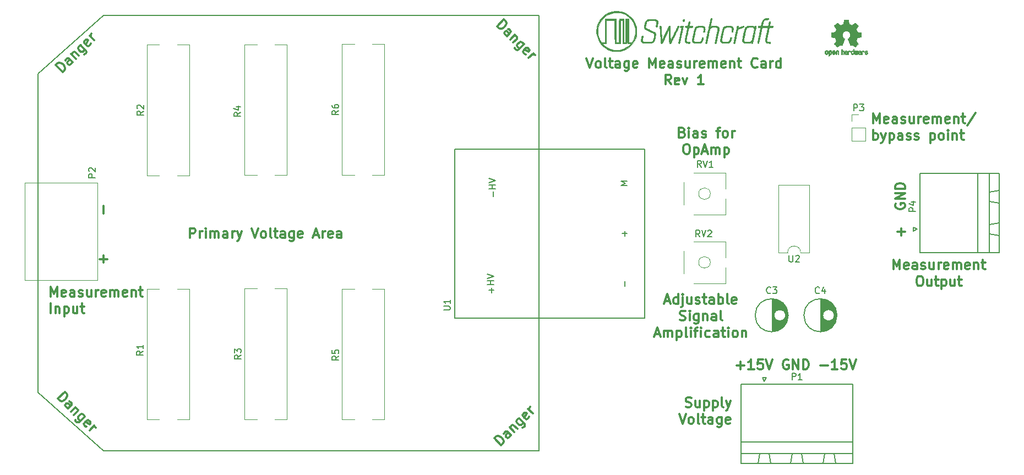
<source format=gto>
G04 #@! TF.FileFunction,Legend,Top*
%FSLAX46Y46*%
G04 Gerber Fmt 4.6, Leading zero omitted, Abs format (unit mm)*
G04 Created by KiCad (PCBNEW 4.0.6) date 2017 August 08, Tuesday 08:31:32*
%MOMM*%
%LPD*%
G01*
G04 APERTURE LIST*
%ADD10C,0.100000*%
%ADD11C,0.300000*%
%ADD12C,0.200000*%
%ADD13C,0.150000*%
%ADD14C,0.120000*%
%ADD15C,0.010000*%
G04 APERTURE END LIST*
D10*
D11*
X91924143Y-110274571D02*
X91924143Y-108774571D01*
X92424143Y-109846000D01*
X92924143Y-108774571D01*
X92924143Y-110274571D01*
X94209857Y-110203143D02*
X94067000Y-110274571D01*
X93781286Y-110274571D01*
X93638429Y-110203143D01*
X93567000Y-110060286D01*
X93567000Y-109488857D01*
X93638429Y-109346000D01*
X93781286Y-109274571D01*
X94067000Y-109274571D01*
X94209857Y-109346000D01*
X94281286Y-109488857D01*
X94281286Y-109631714D01*
X93567000Y-109774571D01*
X95567000Y-110274571D02*
X95567000Y-109488857D01*
X95495571Y-109346000D01*
X95352714Y-109274571D01*
X95067000Y-109274571D01*
X94924143Y-109346000D01*
X95567000Y-110203143D02*
X95424143Y-110274571D01*
X95067000Y-110274571D01*
X94924143Y-110203143D01*
X94852714Y-110060286D01*
X94852714Y-109917429D01*
X94924143Y-109774571D01*
X95067000Y-109703143D01*
X95424143Y-109703143D01*
X95567000Y-109631714D01*
X96209857Y-110203143D02*
X96352714Y-110274571D01*
X96638429Y-110274571D01*
X96781286Y-110203143D01*
X96852714Y-110060286D01*
X96852714Y-109988857D01*
X96781286Y-109846000D01*
X96638429Y-109774571D01*
X96424143Y-109774571D01*
X96281286Y-109703143D01*
X96209857Y-109560286D01*
X96209857Y-109488857D01*
X96281286Y-109346000D01*
X96424143Y-109274571D01*
X96638429Y-109274571D01*
X96781286Y-109346000D01*
X98138429Y-109274571D02*
X98138429Y-110274571D01*
X97495572Y-109274571D02*
X97495572Y-110060286D01*
X97567000Y-110203143D01*
X97709858Y-110274571D01*
X97924143Y-110274571D01*
X98067000Y-110203143D01*
X98138429Y-110131714D01*
X98852715Y-110274571D02*
X98852715Y-109274571D01*
X98852715Y-109560286D02*
X98924143Y-109417429D01*
X98995572Y-109346000D01*
X99138429Y-109274571D01*
X99281286Y-109274571D01*
X100352714Y-110203143D02*
X100209857Y-110274571D01*
X99924143Y-110274571D01*
X99781286Y-110203143D01*
X99709857Y-110060286D01*
X99709857Y-109488857D01*
X99781286Y-109346000D01*
X99924143Y-109274571D01*
X100209857Y-109274571D01*
X100352714Y-109346000D01*
X100424143Y-109488857D01*
X100424143Y-109631714D01*
X99709857Y-109774571D01*
X101067000Y-110274571D02*
X101067000Y-109274571D01*
X101067000Y-109417429D02*
X101138428Y-109346000D01*
X101281286Y-109274571D01*
X101495571Y-109274571D01*
X101638428Y-109346000D01*
X101709857Y-109488857D01*
X101709857Y-110274571D01*
X101709857Y-109488857D02*
X101781286Y-109346000D01*
X101924143Y-109274571D01*
X102138428Y-109274571D01*
X102281286Y-109346000D01*
X102352714Y-109488857D01*
X102352714Y-110274571D01*
X103638428Y-110203143D02*
X103495571Y-110274571D01*
X103209857Y-110274571D01*
X103067000Y-110203143D01*
X102995571Y-110060286D01*
X102995571Y-109488857D01*
X103067000Y-109346000D01*
X103209857Y-109274571D01*
X103495571Y-109274571D01*
X103638428Y-109346000D01*
X103709857Y-109488857D01*
X103709857Y-109631714D01*
X102995571Y-109774571D01*
X104352714Y-109274571D02*
X104352714Y-110274571D01*
X104352714Y-109417429D02*
X104424142Y-109346000D01*
X104567000Y-109274571D01*
X104781285Y-109274571D01*
X104924142Y-109346000D01*
X104995571Y-109488857D01*
X104995571Y-110274571D01*
X105495571Y-109274571D02*
X106067000Y-109274571D01*
X105709857Y-108774571D02*
X105709857Y-110060286D01*
X105781285Y-110203143D01*
X105924143Y-110274571D01*
X106067000Y-110274571D01*
X91924143Y-112824571D02*
X91924143Y-111324571D01*
X92638429Y-111824571D02*
X92638429Y-112824571D01*
X92638429Y-111967429D02*
X92709857Y-111896000D01*
X92852715Y-111824571D01*
X93067000Y-111824571D01*
X93209857Y-111896000D01*
X93281286Y-112038857D01*
X93281286Y-112824571D01*
X93995572Y-111824571D02*
X93995572Y-113324571D01*
X93995572Y-111896000D02*
X94138429Y-111824571D01*
X94424143Y-111824571D01*
X94567000Y-111896000D01*
X94638429Y-111967429D01*
X94709858Y-112110286D01*
X94709858Y-112538857D01*
X94638429Y-112681714D01*
X94567000Y-112753143D01*
X94424143Y-112824571D01*
X94138429Y-112824571D01*
X93995572Y-112753143D01*
X95995572Y-111824571D02*
X95995572Y-112824571D01*
X95352715Y-111824571D02*
X95352715Y-112610286D01*
X95424143Y-112753143D01*
X95567001Y-112824571D01*
X95781286Y-112824571D01*
X95924143Y-112753143D01*
X95995572Y-112681714D01*
X96495572Y-111824571D02*
X97067001Y-111824571D01*
X96709858Y-111324571D02*
X96709858Y-112610286D01*
X96781286Y-112753143D01*
X96924144Y-112824571D01*
X97067001Y-112824571D01*
X189580143Y-127221143D02*
X189794429Y-127292571D01*
X190151572Y-127292571D01*
X190294429Y-127221143D01*
X190365858Y-127149714D01*
X190437286Y-127006857D01*
X190437286Y-126864000D01*
X190365858Y-126721143D01*
X190294429Y-126649714D01*
X190151572Y-126578286D01*
X189865858Y-126506857D01*
X189723000Y-126435429D01*
X189651572Y-126364000D01*
X189580143Y-126221143D01*
X189580143Y-126078286D01*
X189651572Y-125935429D01*
X189723000Y-125864000D01*
X189865858Y-125792571D01*
X190223000Y-125792571D01*
X190437286Y-125864000D01*
X191723000Y-126292571D02*
X191723000Y-127292571D01*
X191080143Y-126292571D02*
X191080143Y-127078286D01*
X191151571Y-127221143D01*
X191294429Y-127292571D01*
X191508714Y-127292571D01*
X191651571Y-127221143D01*
X191723000Y-127149714D01*
X192437286Y-126292571D02*
X192437286Y-127792571D01*
X192437286Y-126364000D02*
X192580143Y-126292571D01*
X192865857Y-126292571D01*
X193008714Y-126364000D01*
X193080143Y-126435429D01*
X193151572Y-126578286D01*
X193151572Y-127006857D01*
X193080143Y-127149714D01*
X193008714Y-127221143D01*
X192865857Y-127292571D01*
X192580143Y-127292571D01*
X192437286Y-127221143D01*
X193794429Y-126292571D02*
X193794429Y-127792571D01*
X193794429Y-126364000D02*
X193937286Y-126292571D01*
X194223000Y-126292571D01*
X194365857Y-126364000D01*
X194437286Y-126435429D01*
X194508715Y-126578286D01*
X194508715Y-127006857D01*
X194437286Y-127149714D01*
X194365857Y-127221143D01*
X194223000Y-127292571D01*
X193937286Y-127292571D01*
X193794429Y-127221143D01*
X195365858Y-127292571D02*
X195223000Y-127221143D01*
X195151572Y-127078286D01*
X195151572Y-125792571D01*
X195794429Y-126292571D02*
X196151572Y-127292571D01*
X196508714Y-126292571D02*
X196151572Y-127292571D01*
X196008714Y-127649714D01*
X195937286Y-127721143D01*
X195794429Y-127792571D01*
X188580143Y-128342571D02*
X189080143Y-129842571D01*
X189580143Y-128342571D01*
X190294429Y-129842571D02*
X190151571Y-129771143D01*
X190080143Y-129699714D01*
X190008714Y-129556857D01*
X190008714Y-129128286D01*
X190080143Y-128985429D01*
X190151571Y-128914000D01*
X190294429Y-128842571D01*
X190508714Y-128842571D01*
X190651571Y-128914000D01*
X190723000Y-128985429D01*
X190794429Y-129128286D01*
X190794429Y-129556857D01*
X190723000Y-129699714D01*
X190651571Y-129771143D01*
X190508714Y-129842571D01*
X190294429Y-129842571D01*
X191651572Y-129842571D02*
X191508714Y-129771143D01*
X191437286Y-129628286D01*
X191437286Y-128342571D01*
X192008714Y-128842571D02*
X192580143Y-128842571D01*
X192223000Y-128342571D02*
X192223000Y-129628286D01*
X192294428Y-129771143D01*
X192437286Y-129842571D01*
X192580143Y-129842571D01*
X193723000Y-129842571D02*
X193723000Y-129056857D01*
X193651571Y-128914000D01*
X193508714Y-128842571D01*
X193223000Y-128842571D01*
X193080143Y-128914000D01*
X193723000Y-129771143D02*
X193580143Y-129842571D01*
X193223000Y-129842571D01*
X193080143Y-129771143D01*
X193008714Y-129628286D01*
X193008714Y-129485429D01*
X193080143Y-129342571D01*
X193223000Y-129271143D01*
X193580143Y-129271143D01*
X193723000Y-129199714D01*
X195080143Y-128842571D02*
X195080143Y-130056857D01*
X195008714Y-130199714D01*
X194937286Y-130271143D01*
X194794429Y-130342571D01*
X194580143Y-130342571D01*
X194437286Y-130271143D01*
X195080143Y-129771143D02*
X194937286Y-129842571D01*
X194651572Y-129842571D01*
X194508714Y-129771143D01*
X194437286Y-129699714D01*
X194365857Y-129556857D01*
X194365857Y-129128286D01*
X194437286Y-128985429D01*
X194508714Y-128914000D01*
X194651572Y-128842571D01*
X194937286Y-128842571D01*
X195080143Y-128914000D01*
X196365857Y-129771143D02*
X196223000Y-129842571D01*
X195937286Y-129842571D01*
X195794429Y-129771143D01*
X195723000Y-129628286D01*
X195723000Y-129056857D01*
X195794429Y-128914000D01*
X195937286Y-128842571D01*
X196223000Y-128842571D01*
X196365857Y-128914000D01*
X196437286Y-129056857D01*
X196437286Y-129199714D01*
X195723000Y-129342571D01*
X221508715Y-106083571D02*
X221508715Y-104583571D01*
X222008715Y-105655000D01*
X222508715Y-104583571D01*
X222508715Y-106083571D01*
X223794429Y-106012143D02*
X223651572Y-106083571D01*
X223365858Y-106083571D01*
X223223001Y-106012143D01*
X223151572Y-105869286D01*
X223151572Y-105297857D01*
X223223001Y-105155000D01*
X223365858Y-105083571D01*
X223651572Y-105083571D01*
X223794429Y-105155000D01*
X223865858Y-105297857D01*
X223865858Y-105440714D01*
X223151572Y-105583571D01*
X225151572Y-106083571D02*
X225151572Y-105297857D01*
X225080143Y-105155000D01*
X224937286Y-105083571D01*
X224651572Y-105083571D01*
X224508715Y-105155000D01*
X225151572Y-106012143D02*
X225008715Y-106083571D01*
X224651572Y-106083571D01*
X224508715Y-106012143D01*
X224437286Y-105869286D01*
X224437286Y-105726429D01*
X224508715Y-105583571D01*
X224651572Y-105512143D01*
X225008715Y-105512143D01*
X225151572Y-105440714D01*
X225794429Y-106012143D02*
X225937286Y-106083571D01*
X226223001Y-106083571D01*
X226365858Y-106012143D01*
X226437286Y-105869286D01*
X226437286Y-105797857D01*
X226365858Y-105655000D01*
X226223001Y-105583571D01*
X226008715Y-105583571D01*
X225865858Y-105512143D01*
X225794429Y-105369286D01*
X225794429Y-105297857D01*
X225865858Y-105155000D01*
X226008715Y-105083571D01*
X226223001Y-105083571D01*
X226365858Y-105155000D01*
X227723001Y-105083571D02*
X227723001Y-106083571D01*
X227080144Y-105083571D02*
X227080144Y-105869286D01*
X227151572Y-106012143D01*
X227294430Y-106083571D01*
X227508715Y-106083571D01*
X227651572Y-106012143D01*
X227723001Y-105940714D01*
X228437287Y-106083571D02*
X228437287Y-105083571D01*
X228437287Y-105369286D02*
X228508715Y-105226429D01*
X228580144Y-105155000D01*
X228723001Y-105083571D01*
X228865858Y-105083571D01*
X229937286Y-106012143D02*
X229794429Y-106083571D01*
X229508715Y-106083571D01*
X229365858Y-106012143D01*
X229294429Y-105869286D01*
X229294429Y-105297857D01*
X229365858Y-105155000D01*
X229508715Y-105083571D01*
X229794429Y-105083571D01*
X229937286Y-105155000D01*
X230008715Y-105297857D01*
X230008715Y-105440714D01*
X229294429Y-105583571D01*
X230651572Y-106083571D02*
X230651572Y-105083571D01*
X230651572Y-105226429D02*
X230723000Y-105155000D01*
X230865858Y-105083571D01*
X231080143Y-105083571D01*
X231223000Y-105155000D01*
X231294429Y-105297857D01*
X231294429Y-106083571D01*
X231294429Y-105297857D02*
X231365858Y-105155000D01*
X231508715Y-105083571D01*
X231723000Y-105083571D01*
X231865858Y-105155000D01*
X231937286Y-105297857D01*
X231937286Y-106083571D01*
X233223000Y-106012143D02*
X233080143Y-106083571D01*
X232794429Y-106083571D01*
X232651572Y-106012143D01*
X232580143Y-105869286D01*
X232580143Y-105297857D01*
X232651572Y-105155000D01*
X232794429Y-105083571D01*
X233080143Y-105083571D01*
X233223000Y-105155000D01*
X233294429Y-105297857D01*
X233294429Y-105440714D01*
X232580143Y-105583571D01*
X233937286Y-105083571D02*
X233937286Y-106083571D01*
X233937286Y-105226429D02*
X234008714Y-105155000D01*
X234151572Y-105083571D01*
X234365857Y-105083571D01*
X234508714Y-105155000D01*
X234580143Y-105297857D01*
X234580143Y-106083571D01*
X235080143Y-105083571D02*
X235651572Y-105083571D01*
X235294429Y-104583571D02*
X235294429Y-105869286D01*
X235365857Y-106012143D01*
X235508715Y-106083571D01*
X235651572Y-106083571D01*
X225437285Y-107133571D02*
X225722999Y-107133571D01*
X225865857Y-107205000D01*
X226008714Y-107347857D01*
X226080142Y-107633571D01*
X226080142Y-108133571D01*
X226008714Y-108419286D01*
X225865857Y-108562143D01*
X225722999Y-108633571D01*
X225437285Y-108633571D01*
X225294428Y-108562143D01*
X225151571Y-108419286D01*
X225080142Y-108133571D01*
X225080142Y-107633571D01*
X225151571Y-107347857D01*
X225294428Y-107205000D01*
X225437285Y-107133571D01*
X227365857Y-107633571D02*
X227365857Y-108633571D01*
X226723000Y-107633571D02*
X226723000Y-108419286D01*
X226794428Y-108562143D01*
X226937286Y-108633571D01*
X227151571Y-108633571D01*
X227294428Y-108562143D01*
X227365857Y-108490714D01*
X227865857Y-107633571D02*
X228437286Y-107633571D01*
X228080143Y-107133571D02*
X228080143Y-108419286D01*
X228151571Y-108562143D01*
X228294429Y-108633571D01*
X228437286Y-108633571D01*
X228937286Y-107633571D02*
X228937286Y-109133571D01*
X228937286Y-107705000D02*
X229080143Y-107633571D01*
X229365857Y-107633571D01*
X229508714Y-107705000D01*
X229580143Y-107776429D01*
X229651572Y-107919286D01*
X229651572Y-108347857D01*
X229580143Y-108490714D01*
X229508714Y-108562143D01*
X229365857Y-108633571D01*
X229080143Y-108633571D01*
X228937286Y-108562143D01*
X230937286Y-107633571D02*
X230937286Y-108633571D01*
X230294429Y-107633571D02*
X230294429Y-108419286D01*
X230365857Y-108562143D01*
X230508715Y-108633571D01*
X230723000Y-108633571D01*
X230865857Y-108562143D01*
X230937286Y-108490714D01*
X231437286Y-107633571D02*
X232008715Y-107633571D01*
X231651572Y-107133571D02*
X231651572Y-108419286D01*
X231723000Y-108562143D01*
X231865858Y-108633571D01*
X232008715Y-108633571D01*
X218416143Y-83604571D02*
X218416143Y-82104571D01*
X218916143Y-83176000D01*
X219416143Y-82104571D01*
X219416143Y-83604571D01*
X220701857Y-83533143D02*
X220559000Y-83604571D01*
X220273286Y-83604571D01*
X220130429Y-83533143D01*
X220059000Y-83390286D01*
X220059000Y-82818857D01*
X220130429Y-82676000D01*
X220273286Y-82604571D01*
X220559000Y-82604571D01*
X220701857Y-82676000D01*
X220773286Y-82818857D01*
X220773286Y-82961714D01*
X220059000Y-83104571D01*
X222059000Y-83604571D02*
X222059000Y-82818857D01*
X221987571Y-82676000D01*
X221844714Y-82604571D01*
X221559000Y-82604571D01*
X221416143Y-82676000D01*
X222059000Y-83533143D02*
X221916143Y-83604571D01*
X221559000Y-83604571D01*
X221416143Y-83533143D01*
X221344714Y-83390286D01*
X221344714Y-83247429D01*
X221416143Y-83104571D01*
X221559000Y-83033143D01*
X221916143Y-83033143D01*
X222059000Y-82961714D01*
X222701857Y-83533143D02*
X222844714Y-83604571D01*
X223130429Y-83604571D01*
X223273286Y-83533143D01*
X223344714Y-83390286D01*
X223344714Y-83318857D01*
X223273286Y-83176000D01*
X223130429Y-83104571D01*
X222916143Y-83104571D01*
X222773286Y-83033143D01*
X222701857Y-82890286D01*
X222701857Y-82818857D01*
X222773286Y-82676000D01*
X222916143Y-82604571D01*
X223130429Y-82604571D01*
X223273286Y-82676000D01*
X224630429Y-82604571D02*
X224630429Y-83604571D01*
X223987572Y-82604571D02*
X223987572Y-83390286D01*
X224059000Y-83533143D01*
X224201858Y-83604571D01*
X224416143Y-83604571D01*
X224559000Y-83533143D01*
X224630429Y-83461714D01*
X225344715Y-83604571D02*
X225344715Y-82604571D01*
X225344715Y-82890286D02*
X225416143Y-82747429D01*
X225487572Y-82676000D01*
X225630429Y-82604571D01*
X225773286Y-82604571D01*
X226844714Y-83533143D02*
X226701857Y-83604571D01*
X226416143Y-83604571D01*
X226273286Y-83533143D01*
X226201857Y-83390286D01*
X226201857Y-82818857D01*
X226273286Y-82676000D01*
X226416143Y-82604571D01*
X226701857Y-82604571D01*
X226844714Y-82676000D01*
X226916143Y-82818857D01*
X226916143Y-82961714D01*
X226201857Y-83104571D01*
X227559000Y-83604571D02*
X227559000Y-82604571D01*
X227559000Y-82747429D02*
X227630428Y-82676000D01*
X227773286Y-82604571D01*
X227987571Y-82604571D01*
X228130428Y-82676000D01*
X228201857Y-82818857D01*
X228201857Y-83604571D01*
X228201857Y-82818857D02*
X228273286Y-82676000D01*
X228416143Y-82604571D01*
X228630428Y-82604571D01*
X228773286Y-82676000D01*
X228844714Y-82818857D01*
X228844714Y-83604571D01*
X230130428Y-83533143D02*
X229987571Y-83604571D01*
X229701857Y-83604571D01*
X229559000Y-83533143D01*
X229487571Y-83390286D01*
X229487571Y-82818857D01*
X229559000Y-82676000D01*
X229701857Y-82604571D01*
X229987571Y-82604571D01*
X230130428Y-82676000D01*
X230201857Y-82818857D01*
X230201857Y-82961714D01*
X229487571Y-83104571D01*
X230844714Y-82604571D02*
X230844714Y-83604571D01*
X230844714Y-82747429D02*
X230916142Y-82676000D01*
X231059000Y-82604571D01*
X231273285Y-82604571D01*
X231416142Y-82676000D01*
X231487571Y-82818857D01*
X231487571Y-83604571D01*
X231987571Y-82604571D02*
X232559000Y-82604571D01*
X232201857Y-82104571D02*
X232201857Y-83390286D01*
X232273285Y-83533143D01*
X232416143Y-83604571D01*
X232559000Y-83604571D01*
X234130428Y-82033143D02*
X232844714Y-83961714D01*
X218416143Y-86154571D02*
X218416143Y-84654571D01*
X218416143Y-85226000D02*
X218559000Y-85154571D01*
X218844714Y-85154571D01*
X218987571Y-85226000D01*
X219059000Y-85297429D01*
X219130429Y-85440286D01*
X219130429Y-85868857D01*
X219059000Y-86011714D01*
X218987571Y-86083143D01*
X218844714Y-86154571D01*
X218559000Y-86154571D01*
X218416143Y-86083143D01*
X219630429Y-85154571D02*
X219987572Y-86154571D01*
X220344714Y-85154571D02*
X219987572Y-86154571D01*
X219844714Y-86511714D01*
X219773286Y-86583143D01*
X219630429Y-86654571D01*
X220916143Y-85154571D02*
X220916143Y-86654571D01*
X220916143Y-85226000D02*
X221059000Y-85154571D01*
X221344714Y-85154571D01*
X221487571Y-85226000D01*
X221559000Y-85297429D01*
X221630429Y-85440286D01*
X221630429Y-85868857D01*
X221559000Y-86011714D01*
X221487571Y-86083143D01*
X221344714Y-86154571D01*
X221059000Y-86154571D01*
X220916143Y-86083143D01*
X222916143Y-86154571D02*
X222916143Y-85368857D01*
X222844714Y-85226000D01*
X222701857Y-85154571D01*
X222416143Y-85154571D01*
X222273286Y-85226000D01*
X222916143Y-86083143D02*
X222773286Y-86154571D01*
X222416143Y-86154571D01*
X222273286Y-86083143D01*
X222201857Y-85940286D01*
X222201857Y-85797429D01*
X222273286Y-85654571D01*
X222416143Y-85583143D01*
X222773286Y-85583143D01*
X222916143Y-85511714D01*
X223559000Y-86083143D02*
X223701857Y-86154571D01*
X223987572Y-86154571D01*
X224130429Y-86083143D01*
X224201857Y-85940286D01*
X224201857Y-85868857D01*
X224130429Y-85726000D01*
X223987572Y-85654571D01*
X223773286Y-85654571D01*
X223630429Y-85583143D01*
X223559000Y-85440286D01*
X223559000Y-85368857D01*
X223630429Y-85226000D01*
X223773286Y-85154571D01*
X223987572Y-85154571D01*
X224130429Y-85226000D01*
X224773286Y-86083143D02*
X224916143Y-86154571D01*
X225201858Y-86154571D01*
X225344715Y-86083143D01*
X225416143Y-85940286D01*
X225416143Y-85868857D01*
X225344715Y-85726000D01*
X225201858Y-85654571D01*
X224987572Y-85654571D01*
X224844715Y-85583143D01*
X224773286Y-85440286D01*
X224773286Y-85368857D01*
X224844715Y-85226000D01*
X224987572Y-85154571D01*
X225201858Y-85154571D01*
X225344715Y-85226000D01*
X227201858Y-85154571D02*
X227201858Y-86654571D01*
X227201858Y-85226000D02*
X227344715Y-85154571D01*
X227630429Y-85154571D01*
X227773286Y-85226000D01*
X227844715Y-85297429D01*
X227916144Y-85440286D01*
X227916144Y-85868857D01*
X227844715Y-86011714D01*
X227773286Y-86083143D01*
X227630429Y-86154571D01*
X227344715Y-86154571D01*
X227201858Y-86083143D01*
X228773287Y-86154571D02*
X228630429Y-86083143D01*
X228559001Y-86011714D01*
X228487572Y-85868857D01*
X228487572Y-85440286D01*
X228559001Y-85297429D01*
X228630429Y-85226000D01*
X228773287Y-85154571D01*
X228987572Y-85154571D01*
X229130429Y-85226000D01*
X229201858Y-85297429D01*
X229273287Y-85440286D01*
X229273287Y-85868857D01*
X229201858Y-86011714D01*
X229130429Y-86083143D01*
X228987572Y-86154571D01*
X228773287Y-86154571D01*
X229916144Y-86154571D02*
X229916144Y-85154571D01*
X229916144Y-84654571D02*
X229844715Y-84726000D01*
X229916144Y-84797429D01*
X229987572Y-84726000D01*
X229916144Y-84654571D01*
X229916144Y-84797429D01*
X230630430Y-85154571D02*
X230630430Y-86154571D01*
X230630430Y-85297429D02*
X230701858Y-85226000D01*
X230844716Y-85154571D01*
X231059001Y-85154571D01*
X231201858Y-85226000D01*
X231273287Y-85368857D01*
X231273287Y-86154571D01*
X231773287Y-85154571D02*
X232344716Y-85154571D01*
X231987573Y-84654571D02*
X231987573Y-85940286D01*
X232059001Y-86083143D01*
X232201859Y-86154571D01*
X232344716Y-86154571D01*
X161200095Y-133129550D02*
X160139435Y-132068889D01*
X160391973Y-131816351D01*
X160594003Y-131715337D01*
X160796034Y-131715336D01*
X160947557Y-131765844D01*
X161200096Y-131917367D01*
X161351618Y-132068889D01*
X161503141Y-132321428D01*
X161553649Y-132472951D01*
X161553648Y-132674982D01*
X161452633Y-132877011D01*
X161200095Y-133129550D01*
X162715324Y-131614321D02*
X162159740Y-131058737D01*
X162008217Y-131008230D01*
X161856694Y-131058737D01*
X161654663Y-131260767D01*
X161604156Y-131412290D01*
X162664816Y-131563814D02*
X162614308Y-131715336D01*
X162361770Y-131967874D01*
X162210248Y-132018382D01*
X162058725Y-131967875D01*
X161957710Y-131866860D01*
X161907202Y-131715336D01*
X161957710Y-131563814D01*
X162210248Y-131311275D01*
X162260755Y-131159752D01*
X162513293Y-130402138D02*
X163220400Y-131109244D01*
X162614309Y-130503153D02*
X162614308Y-130402138D01*
X162664816Y-130250614D01*
X162816339Y-130099092D01*
X162967862Y-130048585D01*
X163119385Y-130099092D01*
X163674969Y-130654676D01*
X163927507Y-128987924D02*
X164786137Y-129846554D01*
X164836644Y-129998077D01*
X164836645Y-130099092D01*
X164786137Y-130250614D01*
X164634614Y-130402138D01*
X164483091Y-130452645D01*
X164584106Y-129644524D02*
X164533598Y-129796046D01*
X164331568Y-129998076D01*
X164180045Y-130048585D01*
X164079030Y-130048584D01*
X163927507Y-129998077D01*
X163624461Y-129695031D01*
X163573954Y-129543508D01*
X163573953Y-129442493D01*
X163624461Y-129290969D01*
X163826492Y-129088939D01*
X163978015Y-129038432D01*
X165493243Y-128735386D02*
X165442735Y-128886909D01*
X165240705Y-129088939D01*
X165089183Y-129139447D01*
X164937660Y-129088940D01*
X164533598Y-128684879D01*
X164483091Y-128533355D01*
X164533598Y-128381832D01*
X164735629Y-128179802D01*
X164887152Y-128129295D01*
X165038675Y-128179802D01*
X165139690Y-128280817D01*
X164735629Y-128886909D01*
X166048827Y-128280817D02*
X165341720Y-127573710D01*
X165543751Y-127775741D02*
X165493243Y-127624219D01*
X165493243Y-127523203D01*
X165543751Y-127371680D01*
X165644766Y-127270665D01*
X160570650Y-68718695D02*
X161631311Y-67658035D01*
X161883849Y-67910573D01*
X161984863Y-68112603D01*
X161984864Y-68314634D01*
X161934356Y-68466157D01*
X161782833Y-68718696D01*
X161631311Y-68870218D01*
X161378772Y-69021741D01*
X161227249Y-69072249D01*
X161025218Y-69072248D01*
X160823189Y-68971233D01*
X160570650Y-68718695D01*
X162085879Y-70233924D02*
X162641463Y-69678340D01*
X162691970Y-69526817D01*
X162641463Y-69375294D01*
X162439433Y-69173263D01*
X162287910Y-69122756D01*
X162136386Y-70183416D02*
X161984864Y-70132908D01*
X161732326Y-69880370D01*
X161681818Y-69728848D01*
X161732325Y-69577325D01*
X161833340Y-69476310D01*
X161984864Y-69425802D01*
X162136386Y-69476310D01*
X162388925Y-69728848D01*
X162540448Y-69779355D01*
X163298062Y-70031893D02*
X162590956Y-70739000D01*
X163197047Y-70132909D02*
X163298062Y-70132908D01*
X163449586Y-70183416D01*
X163601108Y-70334939D01*
X163651615Y-70486462D01*
X163601108Y-70637985D01*
X163045524Y-71193569D01*
X164712276Y-71446107D02*
X163853646Y-72304737D01*
X163702123Y-72355244D01*
X163601108Y-72355245D01*
X163449586Y-72304737D01*
X163298062Y-72153214D01*
X163247555Y-72001691D01*
X164055676Y-72102706D02*
X163904154Y-72052198D01*
X163702124Y-71850168D01*
X163651615Y-71698645D01*
X163651616Y-71597630D01*
X163702123Y-71446107D01*
X164005169Y-71143061D01*
X164156692Y-71092554D01*
X164257707Y-71092553D01*
X164409231Y-71143061D01*
X164611261Y-71345092D01*
X164661768Y-71496615D01*
X164964814Y-73011843D02*
X164813291Y-72961335D01*
X164611261Y-72759305D01*
X164560753Y-72607783D01*
X164611260Y-72456260D01*
X165015321Y-72052198D01*
X165166845Y-72001691D01*
X165318368Y-72052198D01*
X165520398Y-72254229D01*
X165570905Y-72405752D01*
X165520398Y-72557275D01*
X165419383Y-72658290D01*
X164813291Y-72254229D01*
X165419383Y-73567427D02*
X166126490Y-72860320D01*
X165924459Y-73062351D02*
X166075981Y-73011843D01*
X166176997Y-73011843D01*
X166328520Y-73062351D01*
X166429535Y-73163366D01*
D12*
X100000000Y-134000000D02*
X167000000Y-134000000D01*
D11*
X93032050Y-125995695D02*
X94092711Y-124935035D01*
X94345249Y-125187573D01*
X94446263Y-125389603D01*
X94446264Y-125591634D01*
X94395756Y-125743157D01*
X94244233Y-125995696D01*
X94092711Y-126147218D01*
X93840172Y-126298741D01*
X93688649Y-126349249D01*
X93486618Y-126349248D01*
X93284589Y-126248233D01*
X93032050Y-125995695D01*
X94547279Y-127510924D02*
X95102863Y-126955340D01*
X95153370Y-126803817D01*
X95102863Y-126652294D01*
X94900833Y-126450263D01*
X94749310Y-126399756D01*
X94597786Y-127460416D02*
X94446264Y-127409908D01*
X94193726Y-127157370D01*
X94143218Y-127005848D01*
X94193725Y-126854325D01*
X94294740Y-126753310D01*
X94446264Y-126702802D01*
X94597786Y-126753310D01*
X94850325Y-127005848D01*
X95001848Y-127056355D01*
X95759462Y-127308893D02*
X95052356Y-128016000D01*
X95658447Y-127409909D02*
X95759462Y-127409908D01*
X95910986Y-127460416D01*
X96062508Y-127611939D01*
X96113015Y-127763462D01*
X96062508Y-127914985D01*
X95506924Y-128470569D01*
X97173676Y-128723107D02*
X96315046Y-129581737D01*
X96163523Y-129632244D01*
X96062508Y-129632245D01*
X95910986Y-129581737D01*
X95759462Y-129430214D01*
X95708955Y-129278691D01*
X96517076Y-129379706D02*
X96365554Y-129329198D01*
X96163524Y-129127168D01*
X96113015Y-128975645D01*
X96113016Y-128874630D01*
X96163523Y-128723107D01*
X96466569Y-128420061D01*
X96618092Y-128369554D01*
X96719107Y-128369553D01*
X96870631Y-128420061D01*
X97072661Y-128622092D01*
X97123168Y-128773615D01*
X97426214Y-130288843D02*
X97274691Y-130238335D01*
X97072661Y-130036305D01*
X97022153Y-129884783D01*
X97072660Y-129733260D01*
X97476721Y-129329198D01*
X97628245Y-129278691D01*
X97779768Y-129329198D01*
X97981798Y-129531229D01*
X98032305Y-129682752D01*
X97981798Y-129834275D01*
X97880783Y-129935290D01*
X97274691Y-129531229D01*
X97880783Y-130844427D02*
X98587890Y-130137320D01*
X98385859Y-130339351D02*
X98537381Y-130288843D01*
X98638397Y-130288843D01*
X98789920Y-130339351D01*
X98890935Y-130440366D01*
X93763095Y-75725550D02*
X92702435Y-74664889D01*
X92954973Y-74412351D01*
X93157003Y-74311337D01*
X93359034Y-74311336D01*
X93510557Y-74361844D01*
X93763096Y-74513367D01*
X93914618Y-74664889D01*
X94066141Y-74917428D01*
X94116649Y-75068951D01*
X94116648Y-75270982D01*
X94015633Y-75473011D01*
X93763095Y-75725550D01*
X95278324Y-74210321D02*
X94722740Y-73654737D01*
X94571217Y-73604230D01*
X94419694Y-73654737D01*
X94217663Y-73856767D01*
X94167156Y-74008290D01*
X95227816Y-74159814D02*
X95177308Y-74311336D01*
X94924770Y-74563874D01*
X94773248Y-74614382D01*
X94621725Y-74563875D01*
X94520710Y-74462860D01*
X94470202Y-74311336D01*
X94520710Y-74159814D01*
X94773248Y-73907275D01*
X94823755Y-73755752D01*
X95076293Y-72998138D02*
X95783400Y-73705244D01*
X95177309Y-73099153D02*
X95177308Y-72998138D01*
X95227816Y-72846614D01*
X95379339Y-72695092D01*
X95530862Y-72644585D01*
X95682385Y-72695092D01*
X96237969Y-73250676D01*
X96490507Y-71583924D02*
X97349137Y-72442554D01*
X97399644Y-72594077D01*
X97399645Y-72695092D01*
X97349137Y-72846614D01*
X97197614Y-72998138D01*
X97046091Y-73048645D01*
X97147106Y-72240524D02*
X97096598Y-72392046D01*
X96894568Y-72594076D01*
X96743045Y-72644585D01*
X96642030Y-72644584D01*
X96490507Y-72594077D01*
X96187461Y-72291031D01*
X96136954Y-72139508D01*
X96136953Y-72038493D01*
X96187461Y-71886969D01*
X96389492Y-71684939D01*
X96541015Y-71634432D01*
X98056243Y-71331386D02*
X98005735Y-71482909D01*
X97803705Y-71684939D01*
X97652183Y-71735447D01*
X97500660Y-71684940D01*
X97096598Y-71280879D01*
X97046091Y-71129355D01*
X97096598Y-70977832D01*
X97298629Y-70775802D01*
X97450152Y-70725295D01*
X97601675Y-70775802D01*
X97702690Y-70876817D01*
X97298629Y-71482909D01*
X98611827Y-70876817D02*
X97904720Y-70169710D01*
X98106751Y-70371741D02*
X98056243Y-70220219D01*
X98056243Y-70119203D01*
X98106751Y-69967680D01*
X98207766Y-69866665D01*
X113325144Y-101262571D02*
X113325144Y-99762571D01*
X113896572Y-99762571D01*
X114039430Y-99834000D01*
X114110858Y-99905429D01*
X114182287Y-100048286D01*
X114182287Y-100262571D01*
X114110858Y-100405429D01*
X114039430Y-100476857D01*
X113896572Y-100548286D01*
X113325144Y-100548286D01*
X114825144Y-101262571D02*
X114825144Y-100262571D01*
X114825144Y-100548286D02*
X114896572Y-100405429D01*
X114968001Y-100334000D01*
X115110858Y-100262571D01*
X115253715Y-100262571D01*
X115753715Y-101262571D02*
X115753715Y-100262571D01*
X115753715Y-99762571D02*
X115682286Y-99834000D01*
X115753715Y-99905429D01*
X115825143Y-99834000D01*
X115753715Y-99762571D01*
X115753715Y-99905429D01*
X116468001Y-101262571D02*
X116468001Y-100262571D01*
X116468001Y-100405429D02*
X116539429Y-100334000D01*
X116682287Y-100262571D01*
X116896572Y-100262571D01*
X117039429Y-100334000D01*
X117110858Y-100476857D01*
X117110858Y-101262571D01*
X117110858Y-100476857D02*
X117182287Y-100334000D01*
X117325144Y-100262571D01*
X117539429Y-100262571D01*
X117682287Y-100334000D01*
X117753715Y-100476857D01*
X117753715Y-101262571D01*
X119110858Y-101262571D02*
X119110858Y-100476857D01*
X119039429Y-100334000D01*
X118896572Y-100262571D01*
X118610858Y-100262571D01*
X118468001Y-100334000D01*
X119110858Y-101191143D02*
X118968001Y-101262571D01*
X118610858Y-101262571D01*
X118468001Y-101191143D01*
X118396572Y-101048286D01*
X118396572Y-100905429D01*
X118468001Y-100762571D01*
X118610858Y-100691143D01*
X118968001Y-100691143D01*
X119110858Y-100619714D01*
X119825144Y-101262571D02*
X119825144Y-100262571D01*
X119825144Y-100548286D02*
X119896572Y-100405429D01*
X119968001Y-100334000D01*
X120110858Y-100262571D01*
X120253715Y-100262571D01*
X120610858Y-100262571D02*
X120968001Y-101262571D01*
X121325143Y-100262571D02*
X120968001Y-101262571D01*
X120825143Y-101619714D01*
X120753715Y-101691143D01*
X120610858Y-101762571D01*
X122825143Y-99762571D02*
X123325143Y-101262571D01*
X123825143Y-99762571D01*
X124539429Y-101262571D02*
X124396571Y-101191143D01*
X124325143Y-101119714D01*
X124253714Y-100976857D01*
X124253714Y-100548286D01*
X124325143Y-100405429D01*
X124396571Y-100334000D01*
X124539429Y-100262571D01*
X124753714Y-100262571D01*
X124896571Y-100334000D01*
X124968000Y-100405429D01*
X125039429Y-100548286D01*
X125039429Y-100976857D01*
X124968000Y-101119714D01*
X124896571Y-101191143D01*
X124753714Y-101262571D01*
X124539429Y-101262571D01*
X125896572Y-101262571D02*
X125753714Y-101191143D01*
X125682286Y-101048286D01*
X125682286Y-99762571D01*
X126253714Y-100262571D02*
X126825143Y-100262571D01*
X126468000Y-99762571D02*
X126468000Y-101048286D01*
X126539428Y-101191143D01*
X126682286Y-101262571D01*
X126825143Y-101262571D01*
X127968000Y-101262571D02*
X127968000Y-100476857D01*
X127896571Y-100334000D01*
X127753714Y-100262571D01*
X127468000Y-100262571D01*
X127325143Y-100334000D01*
X127968000Y-101191143D02*
X127825143Y-101262571D01*
X127468000Y-101262571D01*
X127325143Y-101191143D01*
X127253714Y-101048286D01*
X127253714Y-100905429D01*
X127325143Y-100762571D01*
X127468000Y-100691143D01*
X127825143Y-100691143D01*
X127968000Y-100619714D01*
X129325143Y-100262571D02*
X129325143Y-101476857D01*
X129253714Y-101619714D01*
X129182286Y-101691143D01*
X129039429Y-101762571D01*
X128825143Y-101762571D01*
X128682286Y-101691143D01*
X129325143Y-101191143D02*
X129182286Y-101262571D01*
X128896572Y-101262571D01*
X128753714Y-101191143D01*
X128682286Y-101119714D01*
X128610857Y-100976857D01*
X128610857Y-100548286D01*
X128682286Y-100405429D01*
X128753714Y-100334000D01*
X128896572Y-100262571D01*
X129182286Y-100262571D01*
X129325143Y-100334000D01*
X130610857Y-101191143D02*
X130468000Y-101262571D01*
X130182286Y-101262571D01*
X130039429Y-101191143D01*
X129968000Y-101048286D01*
X129968000Y-100476857D01*
X130039429Y-100334000D01*
X130182286Y-100262571D01*
X130468000Y-100262571D01*
X130610857Y-100334000D01*
X130682286Y-100476857D01*
X130682286Y-100619714D01*
X129968000Y-100762571D01*
X132396571Y-100834000D02*
X133110857Y-100834000D01*
X132253714Y-101262571D02*
X132753714Y-99762571D01*
X133253714Y-101262571D01*
X133753714Y-101262571D02*
X133753714Y-100262571D01*
X133753714Y-100548286D02*
X133825142Y-100405429D01*
X133896571Y-100334000D01*
X134039428Y-100262571D01*
X134182285Y-100262571D01*
X135253713Y-101191143D02*
X135110856Y-101262571D01*
X134825142Y-101262571D01*
X134682285Y-101191143D01*
X134610856Y-101048286D01*
X134610856Y-100476857D01*
X134682285Y-100334000D01*
X134825142Y-100262571D01*
X135110856Y-100262571D01*
X135253713Y-100334000D01*
X135325142Y-100476857D01*
X135325142Y-100619714D01*
X134610856Y-100762571D01*
X136610856Y-101262571D02*
X136610856Y-100476857D01*
X136539427Y-100334000D01*
X136396570Y-100262571D01*
X136110856Y-100262571D01*
X135967999Y-100334000D01*
X136610856Y-101191143D02*
X136467999Y-101262571D01*
X136110856Y-101262571D01*
X135967999Y-101191143D01*
X135896570Y-101048286D01*
X135896570Y-100905429D01*
X135967999Y-100762571D01*
X136110856Y-100691143D01*
X136467999Y-100691143D01*
X136610856Y-100619714D01*
D12*
X90000000Y-125000000D02*
X100000000Y-134000000D01*
X90000000Y-76000000D02*
X90000000Y-125000000D01*
X100000000Y-67000000D02*
X90000000Y-76000000D01*
X167000000Y-67000000D02*
X100000000Y-67000000D01*
X167000000Y-134000000D02*
X167000000Y-67000000D01*
D11*
X174321286Y-73595571D02*
X174821286Y-75095571D01*
X175321286Y-73595571D01*
X176035572Y-75095571D02*
X175892714Y-75024143D01*
X175821286Y-74952714D01*
X175749857Y-74809857D01*
X175749857Y-74381286D01*
X175821286Y-74238429D01*
X175892714Y-74167000D01*
X176035572Y-74095571D01*
X176249857Y-74095571D01*
X176392714Y-74167000D01*
X176464143Y-74238429D01*
X176535572Y-74381286D01*
X176535572Y-74809857D01*
X176464143Y-74952714D01*
X176392714Y-75024143D01*
X176249857Y-75095571D01*
X176035572Y-75095571D01*
X177392715Y-75095571D02*
X177249857Y-75024143D01*
X177178429Y-74881286D01*
X177178429Y-73595571D01*
X177749857Y-74095571D02*
X178321286Y-74095571D01*
X177964143Y-73595571D02*
X177964143Y-74881286D01*
X178035571Y-75024143D01*
X178178429Y-75095571D01*
X178321286Y-75095571D01*
X179464143Y-75095571D02*
X179464143Y-74309857D01*
X179392714Y-74167000D01*
X179249857Y-74095571D01*
X178964143Y-74095571D01*
X178821286Y-74167000D01*
X179464143Y-75024143D02*
X179321286Y-75095571D01*
X178964143Y-75095571D01*
X178821286Y-75024143D01*
X178749857Y-74881286D01*
X178749857Y-74738429D01*
X178821286Y-74595571D01*
X178964143Y-74524143D01*
X179321286Y-74524143D01*
X179464143Y-74452714D01*
X180821286Y-74095571D02*
X180821286Y-75309857D01*
X180749857Y-75452714D01*
X180678429Y-75524143D01*
X180535572Y-75595571D01*
X180321286Y-75595571D01*
X180178429Y-75524143D01*
X180821286Y-75024143D02*
X180678429Y-75095571D01*
X180392715Y-75095571D01*
X180249857Y-75024143D01*
X180178429Y-74952714D01*
X180107000Y-74809857D01*
X180107000Y-74381286D01*
X180178429Y-74238429D01*
X180249857Y-74167000D01*
X180392715Y-74095571D01*
X180678429Y-74095571D01*
X180821286Y-74167000D01*
X182107000Y-75024143D02*
X181964143Y-75095571D01*
X181678429Y-75095571D01*
X181535572Y-75024143D01*
X181464143Y-74881286D01*
X181464143Y-74309857D01*
X181535572Y-74167000D01*
X181678429Y-74095571D01*
X181964143Y-74095571D01*
X182107000Y-74167000D01*
X182178429Y-74309857D01*
X182178429Y-74452714D01*
X181464143Y-74595571D01*
X183964143Y-75095571D02*
X183964143Y-73595571D01*
X184464143Y-74667000D01*
X184964143Y-73595571D01*
X184964143Y-75095571D01*
X186249857Y-75024143D02*
X186107000Y-75095571D01*
X185821286Y-75095571D01*
X185678429Y-75024143D01*
X185607000Y-74881286D01*
X185607000Y-74309857D01*
X185678429Y-74167000D01*
X185821286Y-74095571D01*
X186107000Y-74095571D01*
X186249857Y-74167000D01*
X186321286Y-74309857D01*
X186321286Y-74452714D01*
X185607000Y-74595571D01*
X187607000Y-75095571D02*
X187607000Y-74309857D01*
X187535571Y-74167000D01*
X187392714Y-74095571D01*
X187107000Y-74095571D01*
X186964143Y-74167000D01*
X187607000Y-75024143D02*
X187464143Y-75095571D01*
X187107000Y-75095571D01*
X186964143Y-75024143D01*
X186892714Y-74881286D01*
X186892714Y-74738429D01*
X186964143Y-74595571D01*
X187107000Y-74524143D01*
X187464143Y-74524143D01*
X187607000Y-74452714D01*
X188249857Y-75024143D02*
X188392714Y-75095571D01*
X188678429Y-75095571D01*
X188821286Y-75024143D01*
X188892714Y-74881286D01*
X188892714Y-74809857D01*
X188821286Y-74667000D01*
X188678429Y-74595571D01*
X188464143Y-74595571D01*
X188321286Y-74524143D01*
X188249857Y-74381286D01*
X188249857Y-74309857D01*
X188321286Y-74167000D01*
X188464143Y-74095571D01*
X188678429Y-74095571D01*
X188821286Y-74167000D01*
X190178429Y-74095571D02*
X190178429Y-75095571D01*
X189535572Y-74095571D02*
X189535572Y-74881286D01*
X189607000Y-75024143D01*
X189749858Y-75095571D01*
X189964143Y-75095571D01*
X190107000Y-75024143D01*
X190178429Y-74952714D01*
X190892715Y-75095571D02*
X190892715Y-74095571D01*
X190892715Y-74381286D02*
X190964143Y-74238429D01*
X191035572Y-74167000D01*
X191178429Y-74095571D01*
X191321286Y-74095571D01*
X192392714Y-75024143D02*
X192249857Y-75095571D01*
X191964143Y-75095571D01*
X191821286Y-75024143D01*
X191749857Y-74881286D01*
X191749857Y-74309857D01*
X191821286Y-74167000D01*
X191964143Y-74095571D01*
X192249857Y-74095571D01*
X192392714Y-74167000D01*
X192464143Y-74309857D01*
X192464143Y-74452714D01*
X191749857Y-74595571D01*
X193107000Y-75095571D02*
X193107000Y-74095571D01*
X193107000Y-74238429D02*
X193178428Y-74167000D01*
X193321286Y-74095571D01*
X193535571Y-74095571D01*
X193678428Y-74167000D01*
X193749857Y-74309857D01*
X193749857Y-75095571D01*
X193749857Y-74309857D02*
X193821286Y-74167000D01*
X193964143Y-74095571D01*
X194178428Y-74095571D01*
X194321286Y-74167000D01*
X194392714Y-74309857D01*
X194392714Y-75095571D01*
X195678428Y-75024143D02*
X195535571Y-75095571D01*
X195249857Y-75095571D01*
X195107000Y-75024143D01*
X195035571Y-74881286D01*
X195035571Y-74309857D01*
X195107000Y-74167000D01*
X195249857Y-74095571D01*
X195535571Y-74095571D01*
X195678428Y-74167000D01*
X195749857Y-74309857D01*
X195749857Y-74452714D01*
X195035571Y-74595571D01*
X196392714Y-74095571D02*
X196392714Y-75095571D01*
X196392714Y-74238429D02*
X196464142Y-74167000D01*
X196607000Y-74095571D01*
X196821285Y-74095571D01*
X196964142Y-74167000D01*
X197035571Y-74309857D01*
X197035571Y-75095571D01*
X197535571Y-74095571D02*
X198107000Y-74095571D01*
X197749857Y-73595571D02*
X197749857Y-74881286D01*
X197821285Y-75024143D01*
X197964143Y-75095571D01*
X198107000Y-75095571D01*
X200607000Y-74952714D02*
X200535571Y-75024143D01*
X200321285Y-75095571D01*
X200178428Y-75095571D01*
X199964143Y-75024143D01*
X199821285Y-74881286D01*
X199749857Y-74738429D01*
X199678428Y-74452714D01*
X199678428Y-74238429D01*
X199749857Y-73952714D01*
X199821285Y-73809857D01*
X199964143Y-73667000D01*
X200178428Y-73595571D01*
X200321285Y-73595571D01*
X200535571Y-73667000D01*
X200607000Y-73738429D01*
X201892714Y-75095571D02*
X201892714Y-74309857D01*
X201821285Y-74167000D01*
X201678428Y-74095571D01*
X201392714Y-74095571D01*
X201249857Y-74167000D01*
X201892714Y-75024143D02*
X201749857Y-75095571D01*
X201392714Y-75095571D01*
X201249857Y-75024143D01*
X201178428Y-74881286D01*
X201178428Y-74738429D01*
X201249857Y-74595571D01*
X201392714Y-74524143D01*
X201749857Y-74524143D01*
X201892714Y-74452714D01*
X202607000Y-75095571D02*
X202607000Y-74095571D01*
X202607000Y-74381286D02*
X202678428Y-74238429D01*
X202749857Y-74167000D01*
X202892714Y-74095571D01*
X203035571Y-74095571D01*
X204178428Y-75095571D02*
X204178428Y-73595571D01*
X204178428Y-75024143D02*
X204035571Y-75095571D01*
X203749857Y-75095571D01*
X203606999Y-75024143D01*
X203535571Y-74952714D01*
X203464142Y-74809857D01*
X203464142Y-74381286D01*
X203535571Y-74238429D01*
X203606999Y-74167000D01*
X203749857Y-74095571D01*
X204035571Y-74095571D01*
X204178428Y-74167000D01*
X187321287Y-77645571D02*
X186821287Y-76931286D01*
X186464144Y-77645571D02*
X186464144Y-76145571D01*
X187035572Y-76145571D01*
X187178430Y-76217000D01*
X187249858Y-76288429D01*
X187321287Y-76431286D01*
X187321287Y-76645571D01*
X187249858Y-76788429D01*
X187178430Y-76859857D01*
X187035572Y-76931286D01*
X186464144Y-76931286D01*
X188535572Y-77574143D02*
X188392715Y-77645571D01*
X188107001Y-77645571D01*
X187964144Y-77574143D01*
X187892715Y-77431286D01*
X187892715Y-76859857D01*
X187964144Y-76717000D01*
X188107001Y-76645571D01*
X188392715Y-76645571D01*
X188535572Y-76717000D01*
X188607001Y-76859857D01*
X188607001Y-77002714D01*
X187892715Y-77145571D01*
X189107001Y-76645571D02*
X189464144Y-77645571D01*
X189821286Y-76645571D01*
X192321286Y-77645571D02*
X191464143Y-77645571D01*
X191892715Y-77645571D02*
X191892715Y-76145571D01*
X191749858Y-76359857D01*
X191607000Y-76502714D01*
X191464143Y-76574143D01*
X186397000Y-110984000D02*
X187111286Y-110984000D01*
X186254143Y-111412571D02*
X186754143Y-109912571D01*
X187254143Y-111412571D01*
X188397000Y-111412571D02*
X188397000Y-109912571D01*
X188397000Y-111341143D02*
X188254143Y-111412571D01*
X187968429Y-111412571D01*
X187825571Y-111341143D01*
X187754143Y-111269714D01*
X187682714Y-111126857D01*
X187682714Y-110698286D01*
X187754143Y-110555429D01*
X187825571Y-110484000D01*
X187968429Y-110412571D01*
X188254143Y-110412571D01*
X188397000Y-110484000D01*
X189111286Y-110412571D02*
X189111286Y-111698286D01*
X189039857Y-111841143D01*
X188897000Y-111912571D01*
X188825572Y-111912571D01*
X189111286Y-109912571D02*
X189039857Y-109984000D01*
X189111286Y-110055429D01*
X189182714Y-109984000D01*
X189111286Y-109912571D01*
X189111286Y-110055429D01*
X190468429Y-110412571D02*
X190468429Y-111412571D01*
X189825572Y-110412571D02*
X189825572Y-111198286D01*
X189897000Y-111341143D01*
X190039858Y-111412571D01*
X190254143Y-111412571D01*
X190397000Y-111341143D01*
X190468429Y-111269714D01*
X191111286Y-111341143D02*
X191254143Y-111412571D01*
X191539858Y-111412571D01*
X191682715Y-111341143D01*
X191754143Y-111198286D01*
X191754143Y-111126857D01*
X191682715Y-110984000D01*
X191539858Y-110912571D01*
X191325572Y-110912571D01*
X191182715Y-110841143D01*
X191111286Y-110698286D01*
X191111286Y-110626857D01*
X191182715Y-110484000D01*
X191325572Y-110412571D01*
X191539858Y-110412571D01*
X191682715Y-110484000D01*
X192182715Y-110412571D02*
X192754144Y-110412571D01*
X192397001Y-109912571D02*
X192397001Y-111198286D01*
X192468429Y-111341143D01*
X192611287Y-111412571D01*
X192754144Y-111412571D01*
X193897001Y-111412571D02*
X193897001Y-110626857D01*
X193825572Y-110484000D01*
X193682715Y-110412571D01*
X193397001Y-110412571D01*
X193254144Y-110484000D01*
X193897001Y-111341143D02*
X193754144Y-111412571D01*
X193397001Y-111412571D01*
X193254144Y-111341143D01*
X193182715Y-111198286D01*
X193182715Y-111055429D01*
X193254144Y-110912571D01*
X193397001Y-110841143D01*
X193754144Y-110841143D01*
X193897001Y-110769714D01*
X194611287Y-111412571D02*
X194611287Y-109912571D01*
X194611287Y-110484000D02*
X194754144Y-110412571D01*
X195039858Y-110412571D01*
X195182715Y-110484000D01*
X195254144Y-110555429D01*
X195325573Y-110698286D01*
X195325573Y-111126857D01*
X195254144Y-111269714D01*
X195182715Y-111341143D01*
X195039858Y-111412571D01*
X194754144Y-111412571D01*
X194611287Y-111341143D01*
X196182716Y-111412571D02*
X196039858Y-111341143D01*
X195968430Y-111198286D01*
X195968430Y-109912571D01*
X197325572Y-111341143D02*
X197182715Y-111412571D01*
X196897001Y-111412571D01*
X196754144Y-111341143D01*
X196682715Y-111198286D01*
X196682715Y-110626857D01*
X196754144Y-110484000D01*
X196897001Y-110412571D01*
X197182715Y-110412571D01*
X197325572Y-110484000D01*
X197397001Y-110626857D01*
X197397001Y-110769714D01*
X196682715Y-110912571D01*
X188682714Y-113891143D02*
X188897000Y-113962571D01*
X189254143Y-113962571D01*
X189397000Y-113891143D01*
X189468429Y-113819714D01*
X189539857Y-113676857D01*
X189539857Y-113534000D01*
X189468429Y-113391143D01*
X189397000Y-113319714D01*
X189254143Y-113248286D01*
X188968429Y-113176857D01*
X188825571Y-113105429D01*
X188754143Y-113034000D01*
X188682714Y-112891143D01*
X188682714Y-112748286D01*
X188754143Y-112605429D01*
X188825571Y-112534000D01*
X188968429Y-112462571D01*
X189325571Y-112462571D01*
X189539857Y-112534000D01*
X190182714Y-113962571D02*
X190182714Y-112962571D01*
X190182714Y-112462571D02*
X190111285Y-112534000D01*
X190182714Y-112605429D01*
X190254142Y-112534000D01*
X190182714Y-112462571D01*
X190182714Y-112605429D01*
X191539857Y-112962571D02*
X191539857Y-114176857D01*
X191468428Y-114319714D01*
X191397000Y-114391143D01*
X191254143Y-114462571D01*
X191039857Y-114462571D01*
X190897000Y-114391143D01*
X191539857Y-113891143D02*
X191397000Y-113962571D01*
X191111286Y-113962571D01*
X190968428Y-113891143D01*
X190897000Y-113819714D01*
X190825571Y-113676857D01*
X190825571Y-113248286D01*
X190897000Y-113105429D01*
X190968428Y-113034000D01*
X191111286Y-112962571D01*
X191397000Y-112962571D01*
X191539857Y-113034000D01*
X192254143Y-112962571D02*
X192254143Y-113962571D01*
X192254143Y-113105429D02*
X192325571Y-113034000D01*
X192468429Y-112962571D01*
X192682714Y-112962571D01*
X192825571Y-113034000D01*
X192897000Y-113176857D01*
X192897000Y-113962571D01*
X194254143Y-113962571D02*
X194254143Y-113176857D01*
X194182714Y-113034000D01*
X194039857Y-112962571D01*
X193754143Y-112962571D01*
X193611286Y-113034000D01*
X194254143Y-113891143D02*
X194111286Y-113962571D01*
X193754143Y-113962571D01*
X193611286Y-113891143D01*
X193539857Y-113748286D01*
X193539857Y-113605429D01*
X193611286Y-113462571D01*
X193754143Y-113391143D01*
X194111286Y-113391143D01*
X194254143Y-113319714D01*
X195182715Y-113962571D02*
X195039857Y-113891143D01*
X194968429Y-113748286D01*
X194968429Y-112462571D01*
X184861285Y-116084000D02*
X185575571Y-116084000D01*
X184718428Y-116512571D02*
X185218428Y-115012571D01*
X185718428Y-116512571D01*
X186218428Y-116512571D02*
X186218428Y-115512571D01*
X186218428Y-115655429D02*
X186289856Y-115584000D01*
X186432714Y-115512571D01*
X186646999Y-115512571D01*
X186789856Y-115584000D01*
X186861285Y-115726857D01*
X186861285Y-116512571D01*
X186861285Y-115726857D02*
X186932714Y-115584000D01*
X187075571Y-115512571D01*
X187289856Y-115512571D01*
X187432714Y-115584000D01*
X187504142Y-115726857D01*
X187504142Y-116512571D01*
X188218428Y-115512571D02*
X188218428Y-117012571D01*
X188218428Y-115584000D02*
X188361285Y-115512571D01*
X188646999Y-115512571D01*
X188789856Y-115584000D01*
X188861285Y-115655429D01*
X188932714Y-115798286D01*
X188932714Y-116226857D01*
X188861285Y-116369714D01*
X188789856Y-116441143D01*
X188646999Y-116512571D01*
X188361285Y-116512571D01*
X188218428Y-116441143D01*
X189789857Y-116512571D02*
X189646999Y-116441143D01*
X189575571Y-116298286D01*
X189575571Y-115012571D01*
X190361285Y-116512571D02*
X190361285Y-115512571D01*
X190361285Y-115012571D02*
X190289856Y-115084000D01*
X190361285Y-115155429D01*
X190432713Y-115084000D01*
X190361285Y-115012571D01*
X190361285Y-115155429D01*
X190861285Y-115512571D02*
X191432714Y-115512571D01*
X191075571Y-116512571D02*
X191075571Y-115226857D01*
X191146999Y-115084000D01*
X191289857Y-115012571D01*
X191432714Y-115012571D01*
X191932714Y-116512571D02*
X191932714Y-115512571D01*
X191932714Y-115012571D02*
X191861285Y-115084000D01*
X191932714Y-115155429D01*
X192004142Y-115084000D01*
X191932714Y-115012571D01*
X191932714Y-115155429D01*
X193289857Y-116441143D02*
X193147000Y-116512571D01*
X192861286Y-116512571D01*
X192718428Y-116441143D01*
X192647000Y-116369714D01*
X192575571Y-116226857D01*
X192575571Y-115798286D01*
X192647000Y-115655429D01*
X192718428Y-115584000D01*
X192861286Y-115512571D01*
X193147000Y-115512571D01*
X193289857Y-115584000D01*
X194575571Y-116512571D02*
X194575571Y-115726857D01*
X194504142Y-115584000D01*
X194361285Y-115512571D01*
X194075571Y-115512571D01*
X193932714Y-115584000D01*
X194575571Y-116441143D02*
X194432714Y-116512571D01*
X194075571Y-116512571D01*
X193932714Y-116441143D01*
X193861285Y-116298286D01*
X193861285Y-116155429D01*
X193932714Y-116012571D01*
X194075571Y-115941143D01*
X194432714Y-115941143D01*
X194575571Y-115869714D01*
X195075571Y-115512571D02*
X195647000Y-115512571D01*
X195289857Y-115012571D02*
X195289857Y-116298286D01*
X195361285Y-116441143D01*
X195504143Y-116512571D01*
X195647000Y-116512571D01*
X196147000Y-116512571D02*
X196147000Y-115512571D01*
X196147000Y-115012571D02*
X196075571Y-115084000D01*
X196147000Y-115155429D01*
X196218428Y-115084000D01*
X196147000Y-115012571D01*
X196147000Y-115155429D01*
X197075572Y-116512571D02*
X196932714Y-116441143D01*
X196861286Y-116369714D01*
X196789857Y-116226857D01*
X196789857Y-115798286D01*
X196861286Y-115655429D01*
X196932714Y-115584000D01*
X197075572Y-115512571D01*
X197289857Y-115512571D01*
X197432714Y-115584000D01*
X197504143Y-115655429D01*
X197575572Y-115798286D01*
X197575572Y-116226857D01*
X197504143Y-116369714D01*
X197432714Y-116441143D01*
X197289857Y-116512571D01*
X197075572Y-116512571D01*
X198218429Y-115512571D02*
X198218429Y-116512571D01*
X198218429Y-115655429D02*
X198289857Y-115584000D01*
X198432715Y-115512571D01*
X198647000Y-115512571D01*
X198789857Y-115584000D01*
X198861286Y-115726857D01*
X198861286Y-116512571D01*
X189056629Y-85003257D02*
X189270915Y-85074686D01*
X189342343Y-85146114D01*
X189413772Y-85288971D01*
X189413772Y-85503257D01*
X189342343Y-85646114D01*
X189270915Y-85717543D01*
X189128057Y-85788971D01*
X188556629Y-85788971D01*
X188556629Y-84288971D01*
X189056629Y-84288971D01*
X189199486Y-84360400D01*
X189270915Y-84431829D01*
X189342343Y-84574686D01*
X189342343Y-84717543D01*
X189270915Y-84860400D01*
X189199486Y-84931829D01*
X189056629Y-85003257D01*
X188556629Y-85003257D01*
X190056629Y-85788971D02*
X190056629Y-84788971D01*
X190056629Y-84288971D02*
X189985200Y-84360400D01*
X190056629Y-84431829D01*
X190128057Y-84360400D01*
X190056629Y-84288971D01*
X190056629Y-84431829D01*
X191413772Y-85788971D02*
X191413772Y-85003257D01*
X191342343Y-84860400D01*
X191199486Y-84788971D01*
X190913772Y-84788971D01*
X190770915Y-84860400D01*
X191413772Y-85717543D02*
X191270915Y-85788971D01*
X190913772Y-85788971D01*
X190770915Y-85717543D01*
X190699486Y-85574686D01*
X190699486Y-85431829D01*
X190770915Y-85288971D01*
X190913772Y-85217543D01*
X191270915Y-85217543D01*
X191413772Y-85146114D01*
X192056629Y-85717543D02*
X192199486Y-85788971D01*
X192485201Y-85788971D01*
X192628058Y-85717543D01*
X192699486Y-85574686D01*
X192699486Y-85503257D01*
X192628058Y-85360400D01*
X192485201Y-85288971D01*
X192270915Y-85288971D01*
X192128058Y-85217543D01*
X192056629Y-85074686D01*
X192056629Y-85003257D01*
X192128058Y-84860400D01*
X192270915Y-84788971D01*
X192485201Y-84788971D01*
X192628058Y-84860400D01*
X194270915Y-84788971D02*
X194842344Y-84788971D01*
X194485201Y-85788971D02*
X194485201Y-84503257D01*
X194556629Y-84360400D01*
X194699487Y-84288971D01*
X194842344Y-84288971D01*
X195556630Y-85788971D02*
X195413772Y-85717543D01*
X195342344Y-85646114D01*
X195270915Y-85503257D01*
X195270915Y-85074686D01*
X195342344Y-84931829D01*
X195413772Y-84860400D01*
X195556630Y-84788971D01*
X195770915Y-84788971D01*
X195913772Y-84860400D01*
X195985201Y-84931829D01*
X196056630Y-85074686D01*
X196056630Y-85503257D01*
X195985201Y-85646114D01*
X195913772Y-85717543D01*
X195770915Y-85788971D01*
X195556630Y-85788971D01*
X196699487Y-85788971D02*
X196699487Y-84788971D01*
X196699487Y-85074686D02*
X196770915Y-84931829D01*
X196842344Y-84860400D01*
X196985201Y-84788971D01*
X197128058Y-84788971D01*
X189592343Y-86838971D02*
X189878057Y-86838971D01*
X190020915Y-86910400D01*
X190163772Y-87053257D01*
X190235200Y-87338971D01*
X190235200Y-87838971D01*
X190163772Y-88124686D01*
X190020915Y-88267543D01*
X189878057Y-88338971D01*
X189592343Y-88338971D01*
X189449486Y-88267543D01*
X189306629Y-88124686D01*
X189235200Y-87838971D01*
X189235200Y-87338971D01*
X189306629Y-87053257D01*
X189449486Y-86910400D01*
X189592343Y-86838971D01*
X190878058Y-87338971D02*
X190878058Y-88838971D01*
X190878058Y-87410400D02*
X191020915Y-87338971D01*
X191306629Y-87338971D01*
X191449486Y-87410400D01*
X191520915Y-87481829D01*
X191592344Y-87624686D01*
X191592344Y-88053257D01*
X191520915Y-88196114D01*
X191449486Y-88267543D01*
X191306629Y-88338971D01*
X191020915Y-88338971D01*
X190878058Y-88267543D01*
X192163772Y-87910400D02*
X192878058Y-87910400D01*
X192020915Y-88338971D02*
X192520915Y-86838971D01*
X193020915Y-88338971D01*
X193520915Y-88338971D02*
X193520915Y-87338971D01*
X193520915Y-87481829D02*
X193592343Y-87410400D01*
X193735201Y-87338971D01*
X193949486Y-87338971D01*
X194092343Y-87410400D01*
X194163772Y-87553257D01*
X194163772Y-88338971D01*
X194163772Y-87553257D02*
X194235201Y-87410400D01*
X194378058Y-87338971D01*
X194592343Y-87338971D01*
X194735201Y-87410400D01*
X194806629Y-87553257D01*
X194806629Y-88338971D01*
X195520915Y-87338971D02*
X195520915Y-88838971D01*
X195520915Y-87410400D02*
X195663772Y-87338971D01*
X195949486Y-87338971D01*
X196092343Y-87410400D01*
X196163772Y-87481829D01*
X196235201Y-87624686D01*
X196235201Y-88053257D01*
X196163772Y-88196114D01*
X196092343Y-88267543D01*
X195949486Y-88338971D01*
X195663772Y-88338971D01*
X195520915Y-88267543D01*
X222738143Y-100901000D02*
X222738143Y-99758143D01*
X223309571Y-100329572D02*
X222166714Y-100329572D01*
X221881000Y-95972429D02*
X221809571Y-96115286D01*
X221809571Y-96329572D01*
X221881000Y-96543857D01*
X222023857Y-96686715D01*
X222166714Y-96758143D01*
X222452429Y-96829572D01*
X222666714Y-96829572D01*
X222952429Y-96758143D01*
X223095286Y-96686715D01*
X223238143Y-96543857D01*
X223309571Y-96329572D01*
X223309571Y-96186715D01*
X223238143Y-95972429D01*
X223166714Y-95901000D01*
X222666714Y-95901000D01*
X222666714Y-96186715D01*
X223309571Y-95258143D02*
X221809571Y-95258143D01*
X223309571Y-94401000D01*
X221809571Y-94401000D01*
X223309571Y-93686714D02*
X221809571Y-93686714D01*
X221809571Y-93329571D01*
X221881000Y-93115286D01*
X222023857Y-92972428D01*
X222166714Y-92901000D01*
X222452429Y-92829571D01*
X222666714Y-92829571D01*
X222952429Y-92901000D01*
X223095286Y-92972428D01*
X223238143Y-93115286D01*
X223309571Y-93329571D01*
X223309571Y-93686714D01*
X197430573Y-120884143D02*
X198573430Y-120884143D01*
X198002001Y-121455571D02*
X198002001Y-120312714D01*
X200073430Y-121455571D02*
X199216287Y-121455571D01*
X199644859Y-121455571D02*
X199644859Y-119955571D01*
X199502002Y-120169857D01*
X199359144Y-120312714D01*
X199216287Y-120384143D01*
X201430573Y-119955571D02*
X200716287Y-119955571D01*
X200644858Y-120669857D01*
X200716287Y-120598429D01*
X200859144Y-120527000D01*
X201216287Y-120527000D01*
X201359144Y-120598429D01*
X201430573Y-120669857D01*
X201502001Y-120812714D01*
X201502001Y-121169857D01*
X201430573Y-121312714D01*
X201359144Y-121384143D01*
X201216287Y-121455571D01*
X200859144Y-121455571D01*
X200716287Y-121384143D01*
X200644858Y-121312714D01*
X201930572Y-119955571D02*
X202430572Y-121455571D01*
X202930572Y-119955571D01*
X205359143Y-120027000D02*
X205216286Y-119955571D01*
X205002000Y-119955571D01*
X204787715Y-120027000D01*
X204644857Y-120169857D01*
X204573429Y-120312714D01*
X204502000Y-120598429D01*
X204502000Y-120812714D01*
X204573429Y-121098429D01*
X204644857Y-121241286D01*
X204787715Y-121384143D01*
X205002000Y-121455571D01*
X205144857Y-121455571D01*
X205359143Y-121384143D01*
X205430572Y-121312714D01*
X205430572Y-120812714D01*
X205144857Y-120812714D01*
X206073429Y-121455571D02*
X206073429Y-119955571D01*
X206930572Y-121455571D01*
X206930572Y-119955571D01*
X207644858Y-121455571D02*
X207644858Y-119955571D01*
X208002001Y-119955571D01*
X208216286Y-120027000D01*
X208359144Y-120169857D01*
X208430572Y-120312714D01*
X208502001Y-120598429D01*
X208502001Y-120812714D01*
X208430572Y-121098429D01*
X208359144Y-121241286D01*
X208216286Y-121384143D01*
X208002001Y-121455571D01*
X207644858Y-121455571D01*
X210287715Y-120884143D02*
X211430572Y-120884143D01*
X212930572Y-121455571D02*
X212073429Y-121455571D01*
X212502001Y-121455571D02*
X212502001Y-119955571D01*
X212359144Y-120169857D01*
X212216286Y-120312714D01*
X212073429Y-120384143D01*
X214287715Y-119955571D02*
X213573429Y-119955571D01*
X213502000Y-120669857D01*
X213573429Y-120598429D01*
X213716286Y-120527000D01*
X214073429Y-120527000D01*
X214216286Y-120598429D01*
X214287715Y-120669857D01*
X214359143Y-120812714D01*
X214359143Y-121169857D01*
X214287715Y-121312714D01*
X214216286Y-121384143D01*
X214073429Y-121455571D01*
X213716286Y-121455571D01*
X213573429Y-121384143D01*
X213502000Y-121312714D01*
X214787714Y-119955571D02*
X215287714Y-121455571D01*
X215787714Y-119955571D01*
X100056143Y-105068142D02*
X100056143Y-103925285D01*
X100627571Y-104496714D02*
X99484714Y-104496714D01*
X100056143Y-97496714D02*
X100056143Y-96353857D01*
D13*
X198096000Y-123751600D02*
X198096000Y-135911600D01*
X198096000Y-135911600D02*
X215256000Y-135911600D01*
X215256000Y-135911600D02*
X215256000Y-123751600D01*
X215256000Y-123751600D02*
X198096000Y-123751600D01*
X198096000Y-134411600D02*
X198096000Y-132611600D01*
X198096000Y-132611600D02*
X215256000Y-132611600D01*
X215256000Y-132611600D02*
X215256000Y-134411600D01*
X215256000Y-134411600D02*
X198096000Y-134411600D01*
X200676000Y-135911600D02*
X202676000Y-135911600D01*
X202676000Y-135911600D02*
X202426000Y-134411600D01*
X202426000Y-134411600D02*
X200926000Y-134411600D01*
X200926000Y-134411600D02*
X200676000Y-135911600D01*
X205676000Y-135911600D02*
X207676000Y-135911600D01*
X207676000Y-135911600D02*
X207426000Y-134411600D01*
X207426000Y-134411600D02*
X205926000Y-134411600D01*
X205926000Y-134411600D02*
X205676000Y-135911600D01*
X210676000Y-135911600D02*
X212676000Y-135911600D01*
X212676000Y-135911600D02*
X212426000Y-134411600D01*
X212426000Y-134411600D02*
X210926000Y-134411600D01*
X210926000Y-134411600D02*
X210676000Y-135911600D01*
X201676000Y-123331600D02*
X201976000Y-122731600D01*
X201976000Y-122731600D02*
X201376000Y-122731600D01*
X201376000Y-122731600D02*
X201676000Y-123331600D01*
D14*
X207248000Y-103498000D02*
X208618000Y-103498000D01*
X208618000Y-103498000D02*
X208618000Y-93098000D01*
X208618000Y-93098000D02*
X203878000Y-93098000D01*
X203878000Y-93098000D02*
X203878000Y-103498000D01*
X203878000Y-103498000D02*
X205248000Y-103498000D01*
X205248000Y-103498000D02*
G75*
G02X207248000Y-103498000I1000000J0D01*
G01*
X215094000Y-86372000D02*
X217214000Y-86372000D01*
X215094000Y-84312000D02*
X215094000Y-86372000D01*
X217214000Y-84312000D02*
X217214000Y-86372000D01*
X215094000Y-84312000D02*
X217214000Y-84312000D01*
X215094000Y-83312000D02*
X215094000Y-82252000D01*
X215094000Y-82252000D02*
X216154000Y-82252000D01*
D13*
X225605600Y-103503600D02*
X237765600Y-103503600D01*
X237765600Y-103503600D02*
X237765600Y-91343600D01*
X237765600Y-91343600D02*
X225605600Y-91343600D01*
X225605600Y-91343600D02*
X225605600Y-103503600D01*
X236265600Y-103503600D02*
X234465600Y-103503600D01*
X234465600Y-103503600D02*
X234465600Y-91343600D01*
X234465600Y-91343600D02*
X236265600Y-91343600D01*
X236265600Y-91343600D02*
X236265600Y-103503600D01*
X237765600Y-100923600D02*
X237765600Y-98923600D01*
X237765600Y-98923600D02*
X236265600Y-99173600D01*
X236265600Y-99173600D02*
X236265600Y-100673600D01*
X236265600Y-100673600D02*
X237765600Y-100923600D01*
X237765600Y-95923600D02*
X237765600Y-93923600D01*
X237765600Y-93923600D02*
X236265600Y-94173600D01*
X236265600Y-94173600D02*
X236265600Y-95673600D01*
X236265600Y-95673600D02*
X237765600Y-95923600D01*
X225185600Y-99923600D02*
X224585600Y-99623600D01*
X224585600Y-99623600D02*
X224585600Y-100223600D01*
X224585600Y-100223600D02*
X225185600Y-99923600D01*
D14*
X111362000Y-109090000D02*
X113242000Y-109090000D01*
X113242000Y-109090000D02*
X113242000Y-129210000D01*
X113242000Y-129210000D02*
X111362000Y-129210000D01*
X108602000Y-109090000D02*
X106722000Y-109090000D01*
X106722000Y-109090000D02*
X106722000Y-129210000D01*
X106722000Y-129210000D02*
X108602000Y-129210000D01*
X108620000Y-91646200D02*
X106740000Y-91646200D01*
X106740000Y-91646200D02*
X106740000Y-71526200D01*
X106740000Y-71526200D02*
X108620000Y-71526200D01*
X111380000Y-91646200D02*
X113260000Y-91646200D01*
X113260000Y-91646200D02*
X113260000Y-71526200D01*
X113260000Y-71526200D02*
X111380000Y-71526200D01*
X123620000Y-129162000D02*
X121740000Y-129162000D01*
X121740000Y-129162000D02*
X121740000Y-109042000D01*
X121740000Y-109042000D02*
X123620000Y-109042000D01*
X126380000Y-129162000D02*
X128260000Y-129162000D01*
X128260000Y-129162000D02*
X128260000Y-109042000D01*
X128260000Y-109042000D02*
X126380000Y-109042000D01*
X126380000Y-71498000D02*
X128260000Y-71498000D01*
X128260000Y-71498000D02*
X128260000Y-91618000D01*
X128260000Y-91618000D02*
X126380000Y-91618000D01*
X123620000Y-71498000D02*
X121740000Y-71498000D01*
X121740000Y-71498000D02*
X121740000Y-91618000D01*
X121740000Y-91618000D02*
X123620000Y-91618000D01*
X141380000Y-109090000D02*
X143260000Y-109090000D01*
X143260000Y-109090000D02*
X143260000Y-129210000D01*
X143260000Y-129210000D02*
X141380000Y-129210000D01*
X138620000Y-109090000D02*
X136740000Y-109090000D01*
X136740000Y-109090000D02*
X136740000Y-129210000D01*
X136740000Y-129210000D02*
X138620000Y-129210000D01*
X138620000Y-91570000D02*
X136740000Y-91570000D01*
X136740000Y-91570000D02*
X136740000Y-71450000D01*
X136740000Y-71450000D02*
X138620000Y-71450000D01*
X141380000Y-91570000D02*
X143260000Y-91570000D01*
X143260000Y-91570000D02*
X143260000Y-71450000D01*
X143260000Y-71450000D02*
X141380000Y-71450000D01*
D10*
X99122000Y-107770000D02*
X87972000Y-107770000D01*
X99122000Y-92770000D02*
X87972000Y-92770000D01*
X99122000Y-92770000D02*
X99122000Y-107770000D01*
X87922000Y-92770000D02*
X87922000Y-107770000D01*
D13*
X202874000Y-110658000D02*
X202874000Y-115656000D01*
X203014000Y-110666000D02*
X203014000Y-115648000D01*
X203154000Y-110682000D02*
X203154000Y-113062000D01*
X203154000Y-113252000D02*
X203154000Y-115632000D01*
X203294000Y-110706000D02*
X203294000Y-112667000D01*
X203294000Y-113647000D02*
X203294000Y-115608000D01*
X203434000Y-110739000D02*
X203434000Y-112500000D01*
X203434000Y-113814000D02*
X203434000Y-115575000D01*
X203574000Y-110780000D02*
X203574000Y-112393000D01*
X203574000Y-113921000D02*
X203574000Y-115534000D01*
X203714000Y-110830000D02*
X203714000Y-112322000D01*
X203714000Y-113992000D02*
X203714000Y-115484000D01*
X203854000Y-110891000D02*
X203854000Y-112278000D01*
X203854000Y-114036000D02*
X203854000Y-115423000D01*
X203994000Y-110961000D02*
X203994000Y-112259000D01*
X203994000Y-114055000D02*
X203994000Y-115353000D01*
X204134000Y-111043000D02*
X204134000Y-112261000D01*
X204134000Y-114053000D02*
X204134000Y-115271000D01*
X204274000Y-111138000D02*
X204274000Y-112286000D01*
X204274000Y-114028000D02*
X204274000Y-115176000D01*
X204414000Y-111249000D02*
X204414000Y-112334000D01*
X204414000Y-113980000D02*
X204414000Y-115065000D01*
X204554000Y-111377000D02*
X204554000Y-112412000D01*
X204554000Y-113902000D02*
X204554000Y-114937000D01*
X204694000Y-111526000D02*
X204694000Y-112529000D01*
X204694000Y-113785000D02*
X204694000Y-114788000D01*
X204834000Y-111705000D02*
X204834000Y-112717000D01*
X204834000Y-113597000D02*
X204834000Y-114609000D01*
X204974000Y-111924000D02*
X204974000Y-114390000D01*
X205114000Y-112213000D02*
X205114000Y-114101000D01*
X205254000Y-112685000D02*
X205254000Y-113629000D01*
X204949000Y-113157000D02*
G75*
G03X204949000Y-113157000I-900000J0D01*
G01*
X205336500Y-113157000D02*
G75*
G03X205336500Y-113157000I-2537500J0D01*
G01*
X210367000Y-110658000D02*
X210367000Y-115656000D01*
X210507000Y-110666000D02*
X210507000Y-115648000D01*
X210647000Y-110682000D02*
X210647000Y-113062000D01*
X210647000Y-113252000D02*
X210647000Y-115632000D01*
X210787000Y-110706000D02*
X210787000Y-112667000D01*
X210787000Y-113647000D02*
X210787000Y-115608000D01*
X210927000Y-110739000D02*
X210927000Y-112500000D01*
X210927000Y-113814000D02*
X210927000Y-115575000D01*
X211067000Y-110780000D02*
X211067000Y-112393000D01*
X211067000Y-113921000D02*
X211067000Y-115534000D01*
X211207000Y-110830000D02*
X211207000Y-112322000D01*
X211207000Y-113992000D02*
X211207000Y-115484000D01*
X211347000Y-110891000D02*
X211347000Y-112278000D01*
X211347000Y-114036000D02*
X211347000Y-115423000D01*
X211487000Y-110961000D02*
X211487000Y-112259000D01*
X211487000Y-114055000D02*
X211487000Y-115353000D01*
X211627000Y-111043000D02*
X211627000Y-112261000D01*
X211627000Y-114053000D02*
X211627000Y-115271000D01*
X211767000Y-111138000D02*
X211767000Y-112286000D01*
X211767000Y-114028000D02*
X211767000Y-115176000D01*
X211907000Y-111249000D02*
X211907000Y-112334000D01*
X211907000Y-113980000D02*
X211907000Y-115065000D01*
X212047000Y-111377000D02*
X212047000Y-112412000D01*
X212047000Y-113902000D02*
X212047000Y-114937000D01*
X212187000Y-111526000D02*
X212187000Y-112529000D01*
X212187000Y-113785000D02*
X212187000Y-114788000D01*
X212327000Y-111705000D02*
X212327000Y-112717000D01*
X212327000Y-113597000D02*
X212327000Y-114609000D01*
X212467000Y-111924000D02*
X212467000Y-114390000D01*
X212607000Y-112213000D02*
X212607000Y-114101000D01*
X212747000Y-112685000D02*
X212747000Y-113629000D01*
X212442000Y-113157000D02*
G75*
G03X212442000Y-113157000I-900000J0D01*
G01*
X212829500Y-113157000D02*
G75*
G03X212829500Y-113157000I-2537500J0D01*
G01*
D15*
G36*
X179078092Y-66378053D02*
X179193584Y-66381230D01*
X179295225Y-66387321D01*
X179388763Y-66396977D01*
X179479946Y-66410849D01*
X179574525Y-66429588D01*
X179678246Y-66453847D01*
X179725869Y-66465825D01*
X179986062Y-66545164D01*
X180236649Y-66647139D01*
X180476351Y-66770457D01*
X180703891Y-66913827D01*
X180917991Y-67075958D01*
X181117374Y-67255557D01*
X181300760Y-67451334D01*
X181466873Y-67661997D01*
X181614434Y-67886253D01*
X181742165Y-68122812D01*
X181848788Y-68370382D01*
X181933026Y-68627670D01*
X181957340Y-68721243D01*
X181980632Y-68821191D01*
X181998915Y-68910195D01*
X182012760Y-68993717D01*
X182022737Y-69077219D01*
X182029417Y-69166162D01*
X182033370Y-69266008D01*
X182035167Y-69382217D01*
X182035450Y-69469000D01*
X182034747Y-69598756D01*
X182032258Y-69708602D01*
X182027413Y-69804001D01*
X182019641Y-69890413D01*
X182008372Y-69973300D01*
X181993036Y-70058124D01*
X181973060Y-70150345D01*
X181957340Y-70216756D01*
X181881723Y-70475518D01*
X181782791Y-70726442D01*
X181661857Y-70967893D01*
X181520237Y-71198239D01*
X181359245Y-71415844D01*
X181180197Y-71619076D01*
X180984406Y-71806302D01*
X180773187Y-71975887D01*
X180547856Y-72126198D01*
X180320950Y-72250127D01*
X180073772Y-72359567D01*
X179825797Y-72445325D01*
X179572484Y-72508844D01*
X179419250Y-72536386D01*
X179353693Y-72544218D01*
X179268836Y-72550891D01*
X179170300Y-72556279D01*
X179063704Y-72560251D01*
X178954668Y-72562682D01*
X178848812Y-72563443D01*
X178751757Y-72562406D01*
X178669121Y-72559443D01*
X178609763Y-72554805D01*
X178326338Y-72510587D01*
X178054261Y-72443652D01*
X177793339Y-72353908D01*
X177543379Y-72241264D01*
X177304186Y-72105629D01*
X177075566Y-71946912D01*
X176857326Y-71765020D01*
X176779251Y-71691907D01*
X176586223Y-71488316D01*
X176500921Y-71380350D01*
X176770132Y-71380350D01*
X176835398Y-71453561D01*
X176895008Y-71515242D01*
X176970864Y-71585799D01*
X177057606Y-71660752D01*
X177149875Y-71735622D01*
X177242311Y-71805930D01*
X177329552Y-71867198D01*
X177333726Y-71869973D01*
X177561513Y-72007387D01*
X177796702Y-72122149D01*
X178041226Y-72214937D01*
X178297018Y-72286430D01*
X178566009Y-72337306D01*
X178720750Y-72356795D01*
X178769578Y-72359622D01*
X178837971Y-72360456D01*
X178920191Y-72359514D01*
X179010498Y-72357014D01*
X179103153Y-72353172D01*
X179192419Y-72348208D01*
X179272556Y-72342338D01*
X179337826Y-72335781D01*
X179362100Y-72332467D01*
X179627311Y-72278667D01*
X179887233Y-72200517D01*
X180139644Y-72098880D01*
X180382323Y-71974618D01*
X180552273Y-71869973D01*
X180639112Y-71809279D01*
X180731416Y-71739318D01*
X180823825Y-71664568D01*
X180910979Y-71589509D01*
X180987518Y-71518619D01*
X181048079Y-71456379D01*
X181050605Y-71453561D01*
X181115873Y-71380350D01*
X180871773Y-71376893D01*
X180778085Y-71374831D01*
X180703246Y-71371634D01*
X180649123Y-71367424D01*
X180617582Y-71362327D01*
X180610836Y-71359462D01*
X180608435Y-71353759D01*
X180606262Y-71340081D01*
X180604308Y-71317301D01*
X180602562Y-71284294D01*
X180601014Y-71239933D01*
X180599652Y-71183094D01*
X180598467Y-71112649D01*
X180597448Y-71027472D01*
X180596584Y-70926439D01*
X180595865Y-70808422D01*
X180595281Y-70672296D01*
X180594821Y-70516934D01*
X180594473Y-70341212D01*
X180594229Y-70144002D01*
X180594077Y-69924178D01*
X180594007Y-69680615D01*
X180594000Y-69556344D01*
X180594000Y-67767200D01*
X180505100Y-67767200D01*
X180505100Y-69555360D01*
X180505051Y-69817085D01*
X180504901Y-70054383D01*
X180504640Y-70268226D01*
X180504261Y-70459586D01*
X180503756Y-70629434D01*
X180503115Y-70778743D01*
X180502331Y-70908486D01*
X180501396Y-71019634D01*
X180500302Y-71113160D01*
X180499040Y-71190036D01*
X180497601Y-71251234D01*
X180495979Y-71297726D01*
X180494164Y-71330485D01*
X180492149Y-71350482D01*
X180489924Y-71358690D01*
X180489859Y-71358760D01*
X180475973Y-71364094D01*
X180445051Y-71368184D01*
X180395242Y-71371121D01*
X180324693Y-71372992D01*
X180231552Y-71373889D01*
X180174900Y-71374000D01*
X180069554Y-71373565D01*
X179987742Y-71372200D01*
X179927613Y-71369817D01*
X179887313Y-71366325D01*
X179864991Y-71361635D01*
X179859940Y-71358760D01*
X179857709Y-71350865D01*
X179855688Y-71331208D01*
X179853868Y-71298817D01*
X179852240Y-71252720D01*
X179850797Y-71191943D01*
X179849530Y-71115516D01*
X179848431Y-71022466D01*
X179847491Y-70911820D01*
X179846704Y-70782607D01*
X179846059Y-70633854D01*
X179845550Y-70464590D01*
X179845168Y-70273841D01*
X179844904Y-70060636D01*
X179844751Y-69824002D01*
X179844700Y-69562968D01*
X179844700Y-67767200D01*
X179527200Y-67767200D01*
X179527200Y-69555360D01*
X179527151Y-69817085D01*
X179527001Y-70054383D01*
X179526740Y-70268226D01*
X179526361Y-70459586D01*
X179525856Y-70629434D01*
X179525215Y-70778743D01*
X179524431Y-70908486D01*
X179523496Y-71019634D01*
X179522402Y-71113160D01*
X179521140Y-71190036D01*
X179519701Y-71251234D01*
X179518079Y-71297726D01*
X179516264Y-71330485D01*
X179514249Y-71350482D01*
X179512024Y-71358690D01*
X179511960Y-71358760D01*
X179495070Y-71363222D01*
X179456531Y-71366975D01*
X179400079Y-71370019D01*
X179329456Y-71372353D01*
X179248399Y-71373978D01*
X179160650Y-71374893D01*
X179069945Y-71375099D01*
X178980027Y-71374595D01*
X178894632Y-71373382D01*
X178817501Y-71371459D01*
X178752373Y-71368827D01*
X178702988Y-71365486D01*
X178673084Y-71361435D01*
X178666140Y-71358760D01*
X178663909Y-71350865D01*
X178661888Y-71331208D01*
X178660068Y-71298817D01*
X178658440Y-71252720D01*
X178656997Y-71191943D01*
X178655730Y-71115516D01*
X178654631Y-71022466D01*
X178653691Y-70911820D01*
X178652904Y-70782607D01*
X178652259Y-70633854D01*
X178651750Y-70464590D01*
X178651368Y-70273841D01*
X178651104Y-70060636D01*
X178650951Y-69824002D01*
X178650900Y-69562968D01*
X178650900Y-67767200D01*
X177355500Y-67767200D01*
X177355500Y-69556344D01*
X177355465Y-69811479D01*
X177355354Y-70042342D01*
X177355156Y-70250061D01*
X177354860Y-70435765D01*
X177354456Y-70600580D01*
X177353934Y-70745636D01*
X177353282Y-70872060D01*
X177352491Y-70980980D01*
X177351549Y-71073524D01*
X177350447Y-71150821D01*
X177349173Y-71213997D01*
X177347717Y-71264183D01*
X177346069Y-71302504D01*
X177344217Y-71330090D01*
X177342152Y-71348068D01*
X177339863Y-71357567D01*
X177338629Y-71359491D01*
X177319214Y-71364844D01*
X177275604Y-71369372D01*
X177208992Y-71373003D01*
X177120574Y-71375666D01*
X177045945Y-71376921D01*
X176770132Y-71380350D01*
X176500921Y-71380350D01*
X176414413Y-71270860D01*
X176264045Y-71039969D01*
X176135341Y-70796072D01*
X176028524Y-70539599D01*
X175943817Y-70270980D01*
X175881442Y-69990644D01*
X175873635Y-69945250D01*
X175863984Y-69867954D01*
X175856702Y-69770899D01*
X175851789Y-69659613D01*
X175849245Y-69539626D01*
X175849187Y-69498434D01*
X176047959Y-69498434D01*
X176063613Y-69763778D01*
X176104421Y-70029228D01*
X176170441Y-70293885D01*
X176200283Y-70388466D01*
X176238968Y-70493079D01*
X176288880Y-70610679D01*
X176346347Y-70733683D01*
X176407697Y-70854508D01*
X176469256Y-70965570D01*
X176519162Y-71046878D01*
X176599850Y-71170606D01*
X177152300Y-71170800D01*
X177152300Y-69382639D01*
X177152348Y-69120914D01*
X177152498Y-68883616D01*
X177152759Y-68669773D01*
X177153138Y-68478413D01*
X177153643Y-68308565D01*
X177154284Y-68159256D01*
X177155068Y-68029513D01*
X177156003Y-67918365D01*
X177157097Y-67824839D01*
X177158359Y-67747963D01*
X177159798Y-67686765D01*
X177161420Y-67640273D01*
X177163235Y-67607514D01*
X177165250Y-67587517D01*
X177167475Y-67579309D01*
X177167540Y-67579239D01*
X177183197Y-67576020D01*
X177221644Y-67573149D01*
X177280272Y-67570627D01*
X177356472Y-67568453D01*
X177447636Y-67566628D01*
X177551156Y-67565151D01*
X177664423Y-67564023D01*
X177784829Y-67563243D01*
X177909765Y-67562812D01*
X178036623Y-67562730D01*
X178162795Y-67562996D01*
X178285672Y-67563610D01*
X178402645Y-67564573D01*
X178511107Y-67565885D01*
X178608449Y-67567545D01*
X178692063Y-67569554D01*
X178759340Y-67571911D01*
X178807671Y-67574617D01*
X178834449Y-67577671D01*
X178838860Y-67579239D01*
X178841090Y-67587134D01*
X178843111Y-67606791D01*
X178844931Y-67639182D01*
X178846559Y-67685279D01*
X178848002Y-67746056D01*
X178849269Y-67822483D01*
X178850368Y-67915533D01*
X178851308Y-68026179D01*
X178852095Y-68155392D01*
X178852740Y-68304145D01*
X178853249Y-68473409D01*
X178853631Y-68664158D01*
X178853895Y-68877363D01*
X178854048Y-69113997D01*
X178854099Y-69375031D01*
X178854100Y-69382639D01*
X178854100Y-71170800D01*
X179324000Y-71170800D01*
X179324000Y-69382640D01*
X179324048Y-69120914D01*
X179324198Y-68883616D01*
X179324459Y-68669773D01*
X179324838Y-68478413D01*
X179325343Y-68308565D01*
X179325984Y-68159256D01*
X179326768Y-68029513D01*
X179327703Y-67918365D01*
X179328797Y-67824839D01*
X179330059Y-67747963D01*
X179331498Y-67686765D01*
X179333120Y-67640273D01*
X179334935Y-67607514D01*
X179336950Y-67587517D01*
X179339175Y-67579309D01*
X179339240Y-67579239D01*
X179356581Y-67574335D01*
X179395140Y-67570307D01*
X179450753Y-67567156D01*
X179519252Y-67564882D01*
X179596472Y-67563485D01*
X179678245Y-67562965D01*
X179760407Y-67563322D01*
X179838792Y-67564556D01*
X179909232Y-67566666D01*
X179967562Y-67569653D01*
X180009616Y-67573518D01*
X180031227Y-67578259D01*
X180032659Y-67579240D01*
X180034890Y-67587134D01*
X180036911Y-67606791D01*
X180038731Y-67639182D01*
X180040359Y-67685279D01*
X180041802Y-67746056D01*
X180043069Y-67822483D01*
X180044168Y-67915533D01*
X180045108Y-68026179D01*
X180045895Y-68155392D01*
X180046540Y-68304145D01*
X180047049Y-68473409D01*
X180047431Y-68664158D01*
X180047695Y-68877363D01*
X180047848Y-69113997D01*
X180047899Y-69375031D01*
X180047900Y-69382640D01*
X180047900Y-71170800D01*
X180301900Y-71170800D01*
X180301900Y-69382640D01*
X180301948Y-69120914D01*
X180302098Y-68883616D01*
X180302359Y-68669773D01*
X180302738Y-68478413D01*
X180303243Y-68308565D01*
X180303884Y-68159256D01*
X180304668Y-68029513D01*
X180305603Y-67918365D01*
X180306697Y-67824839D01*
X180307959Y-67747963D01*
X180309398Y-67686765D01*
X180311020Y-67640273D01*
X180312835Y-67607514D01*
X180314850Y-67587517D01*
X180317075Y-67579309D01*
X180317140Y-67579239D01*
X180335553Y-67573318D01*
X180374119Y-67568752D01*
X180427626Y-67565542D01*
X180490864Y-67563688D01*
X180558621Y-67563190D01*
X180625685Y-67564048D01*
X180686847Y-67566262D01*
X180736894Y-67569832D01*
X180770616Y-67574758D01*
X180781959Y-67579239D01*
X180784190Y-67587134D01*
X180786211Y-67606791D01*
X180788031Y-67639182D01*
X180789659Y-67685279D01*
X180791102Y-67746056D01*
X180792369Y-67822483D01*
X180793468Y-67915533D01*
X180794408Y-68026179D01*
X180795195Y-68155392D01*
X180795840Y-68304145D01*
X180796349Y-68473409D01*
X180796731Y-68664158D01*
X180796995Y-68877363D01*
X180797148Y-69113997D01*
X180797199Y-69375031D01*
X180797200Y-69382639D01*
X180797200Y-71170800D01*
X181286150Y-71170606D01*
X181366837Y-71046878D01*
X181424934Y-70951248D01*
X181486280Y-70838864D01*
X181547161Y-70717401D01*
X181603860Y-70594530D01*
X181652661Y-70477925D01*
X181685062Y-70389750D01*
X181760394Y-70127443D01*
X181810500Y-69863619D01*
X181835441Y-69599178D01*
X181835274Y-69335016D01*
X181810060Y-69072034D01*
X181759857Y-68811129D01*
X181684727Y-68553200D01*
X181584726Y-68299146D01*
X181540712Y-68204821D01*
X181410883Y-67966534D01*
X181261696Y-67744120D01*
X181094228Y-67538366D01*
X180909553Y-67350057D01*
X180708748Y-67179980D01*
X180492890Y-67028921D01*
X180263054Y-66897667D01*
X180020316Y-66787003D01*
X179765752Y-66697718D01*
X179500439Y-66630595D01*
X179348947Y-66603195D01*
X179251850Y-66591736D01*
X179136766Y-66584068D01*
X179010824Y-66580190D01*
X178881153Y-66580102D01*
X178754881Y-66583805D01*
X178639137Y-66591297D01*
X178541050Y-66602581D01*
X178537052Y-66603195D01*
X178265810Y-66657758D01*
X178004835Y-66734941D01*
X177755175Y-66833978D01*
X177517879Y-66954105D01*
X177293995Y-67094555D01*
X177084569Y-67254563D01*
X176890651Y-67433363D01*
X176713288Y-67630190D01*
X176553528Y-67844278D01*
X176412420Y-68074861D01*
X176344904Y-68204821D01*
X176235685Y-68456130D01*
X176151321Y-68712046D01*
X176091872Y-68971668D01*
X176057398Y-69234098D01*
X176047959Y-69498434D01*
X175849187Y-69498434D01*
X175849070Y-69416466D01*
X175851265Y-69295663D01*
X175855828Y-69182747D01*
X175862761Y-69083246D01*
X175872063Y-69002690D01*
X175873635Y-68992750D01*
X175920836Y-68754655D01*
X175981968Y-68531821D01*
X176059348Y-68316919D01*
X176154740Y-68103750D01*
X176286930Y-67861908D01*
X176439451Y-67633959D01*
X176610865Y-67421077D01*
X176799736Y-67224437D01*
X177004624Y-67045212D01*
X177224094Y-66884577D01*
X177456706Y-66743706D01*
X177701023Y-66623773D01*
X177955607Y-66525953D01*
X178160130Y-66465825D01*
X178269400Y-66439057D01*
X178367114Y-66418081D01*
X178459022Y-66402246D01*
X178550873Y-66390900D01*
X178648413Y-66383393D01*
X178757394Y-66379073D01*
X178883562Y-66377289D01*
X178943000Y-66377139D01*
X179078092Y-66378053D01*
X179078092Y-66378053D01*
G37*
X179078092Y-66378053D02*
X179193584Y-66381230D01*
X179295225Y-66387321D01*
X179388763Y-66396977D01*
X179479946Y-66410849D01*
X179574525Y-66429588D01*
X179678246Y-66453847D01*
X179725869Y-66465825D01*
X179986062Y-66545164D01*
X180236649Y-66647139D01*
X180476351Y-66770457D01*
X180703891Y-66913827D01*
X180917991Y-67075958D01*
X181117374Y-67255557D01*
X181300760Y-67451334D01*
X181466873Y-67661997D01*
X181614434Y-67886253D01*
X181742165Y-68122812D01*
X181848788Y-68370382D01*
X181933026Y-68627670D01*
X181957340Y-68721243D01*
X181980632Y-68821191D01*
X181998915Y-68910195D01*
X182012760Y-68993717D01*
X182022737Y-69077219D01*
X182029417Y-69166162D01*
X182033370Y-69266008D01*
X182035167Y-69382217D01*
X182035450Y-69469000D01*
X182034747Y-69598756D01*
X182032258Y-69708602D01*
X182027413Y-69804001D01*
X182019641Y-69890413D01*
X182008372Y-69973300D01*
X181993036Y-70058124D01*
X181973060Y-70150345D01*
X181957340Y-70216756D01*
X181881723Y-70475518D01*
X181782791Y-70726442D01*
X181661857Y-70967893D01*
X181520237Y-71198239D01*
X181359245Y-71415844D01*
X181180197Y-71619076D01*
X180984406Y-71806302D01*
X180773187Y-71975887D01*
X180547856Y-72126198D01*
X180320950Y-72250127D01*
X180073772Y-72359567D01*
X179825797Y-72445325D01*
X179572484Y-72508844D01*
X179419250Y-72536386D01*
X179353693Y-72544218D01*
X179268836Y-72550891D01*
X179170300Y-72556279D01*
X179063704Y-72560251D01*
X178954668Y-72562682D01*
X178848812Y-72563443D01*
X178751757Y-72562406D01*
X178669121Y-72559443D01*
X178609763Y-72554805D01*
X178326338Y-72510587D01*
X178054261Y-72443652D01*
X177793339Y-72353908D01*
X177543379Y-72241264D01*
X177304186Y-72105629D01*
X177075566Y-71946912D01*
X176857326Y-71765020D01*
X176779251Y-71691907D01*
X176586223Y-71488316D01*
X176500921Y-71380350D01*
X176770132Y-71380350D01*
X176835398Y-71453561D01*
X176895008Y-71515242D01*
X176970864Y-71585799D01*
X177057606Y-71660752D01*
X177149875Y-71735622D01*
X177242311Y-71805930D01*
X177329552Y-71867198D01*
X177333726Y-71869973D01*
X177561513Y-72007387D01*
X177796702Y-72122149D01*
X178041226Y-72214937D01*
X178297018Y-72286430D01*
X178566009Y-72337306D01*
X178720750Y-72356795D01*
X178769578Y-72359622D01*
X178837971Y-72360456D01*
X178920191Y-72359514D01*
X179010498Y-72357014D01*
X179103153Y-72353172D01*
X179192419Y-72348208D01*
X179272556Y-72342338D01*
X179337826Y-72335781D01*
X179362100Y-72332467D01*
X179627311Y-72278667D01*
X179887233Y-72200517D01*
X180139644Y-72098880D01*
X180382323Y-71974618D01*
X180552273Y-71869973D01*
X180639112Y-71809279D01*
X180731416Y-71739318D01*
X180823825Y-71664568D01*
X180910979Y-71589509D01*
X180987518Y-71518619D01*
X181048079Y-71456379D01*
X181050605Y-71453561D01*
X181115873Y-71380350D01*
X180871773Y-71376893D01*
X180778085Y-71374831D01*
X180703246Y-71371634D01*
X180649123Y-71367424D01*
X180617582Y-71362327D01*
X180610836Y-71359462D01*
X180608435Y-71353759D01*
X180606262Y-71340081D01*
X180604308Y-71317301D01*
X180602562Y-71284294D01*
X180601014Y-71239933D01*
X180599652Y-71183094D01*
X180598467Y-71112649D01*
X180597448Y-71027472D01*
X180596584Y-70926439D01*
X180595865Y-70808422D01*
X180595281Y-70672296D01*
X180594821Y-70516934D01*
X180594473Y-70341212D01*
X180594229Y-70144002D01*
X180594077Y-69924178D01*
X180594007Y-69680615D01*
X180594000Y-69556344D01*
X180594000Y-67767200D01*
X180505100Y-67767200D01*
X180505100Y-69555360D01*
X180505051Y-69817085D01*
X180504901Y-70054383D01*
X180504640Y-70268226D01*
X180504261Y-70459586D01*
X180503756Y-70629434D01*
X180503115Y-70778743D01*
X180502331Y-70908486D01*
X180501396Y-71019634D01*
X180500302Y-71113160D01*
X180499040Y-71190036D01*
X180497601Y-71251234D01*
X180495979Y-71297726D01*
X180494164Y-71330485D01*
X180492149Y-71350482D01*
X180489924Y-71358690D01*
X180489859Y-71358760D01*
X180475973Y-71364094D01*
X180445051Y-71368184D01*
X180395242Y-71371121D01*
X180324693Y-71372992D01*
X180231552Y-71373889D01*
X180174900Y-71374000D01*
X180069554Y-71373565D01*
X179987742Y-71372200D01*
X179927613Y-71369817D01*
X179887313Y-71366325D01*
X179864991Y-71361635D01*
X179859940Y-71358760D01*
X179857709Y-71350865D01*
X179855688Y-71331208D01*
X179853868Y-71298817D01*
X179852240Y-71252720D01*
X179850797Y-71191943D01*
X179849530Y-71115516D01*
X179848431Y-71022466D01*
X179847491Y-70911820D01*
X179846704Y-70782607D01*
X179846059Y-70633854D01*
X179845550Y-70464590D01*
X179845168Y-70273841D01*
X179844904Y-70060636D01*
X179844751Y-69824002D01*
X179844700Y-69562968D01*
X179844700Y-67767200D01*
X179527200Y-67767200D01*
X179527200Y-69555360D01*
X179527151Y-69817085D01*
X179527001Y-70054383D01*
X179526740Y-70268226D01*
X179526361Y-70459586D01*
X179525856Y-70629434D01*
X179525215Y-70778743D01*
X179524431Y-70908486D01*
X179523496Y-71019634D01*
X179522402Y-71113160D01*
X179521140Y-71190036D01*
X179519701Y-71251234D01*
X179518079Y-71297726D01*
X179516264Y-71330485D01*
X179514249Y-71350482D01*
X179512024Y-71358690D01*
X179511960Y-71358760D01*
X179495070Y-71363222D01*
X179456531Y-71366975D01*
X179400079Y-71370019D01*
X179329456Y-71372353D01*
X179248399Y-71373978D01*
X179160650Y-71374893D01*
X179069945Y-71375099D01*
X178980027Y-71374595D01*
X178894632Y-71373382D01*
X178817501Y-71371459D01*
X178752373Y-71368827D01*
X178702988Y-71365486D01*
X178673084Y-71361435D01*
X178666140Y-71358760D01*
X178663909Y-71350865D01*
X178661888Y-71331208D01*
X178660068Y-71298817D01*
X178658440Y-71252720D01*
X178656997Y-71191943D01*
X178655730Y-71115516D01*
X178654631Y-71022466D01*
X178653691Y-70911820D01*
X178652904Y-70782607D01*
X178652259Y-70633854D01*
X178651750Y-70464590D01*
X178651368Y-70273841D01*
X178651104Y-70060636D01*
X178650951Y-69824002D01*
X178650900Y-69562968D01*
X178650900Y-67767200D01*
X177355500Y-67767200D01*
X177355500Y-69556344D01*
X177355465Y-69811479D01*
X177355354Y-70042342D01*
X177355156Y-70250061D01*
X177354860Y-70435765D01*
X177354456Y-70600580D01*
X177353934Y-70745636D01*
X177353282Y-70872060D01*
X177352491Y-70980980D01*
X177351549Y-71073524D01*
X177350447Y-71150821D01*
X177349173Y-71213997D01*
X177347717Y-71264183D01*
X177346069Y-71302504D01*
X177344217Y-71330090D01*
X177342152Y-71348068D01*
X177339863Y-71357567D01*
X177338629Y-71359491D01*
X177319214Y-71364844D01*
X177275604Y-71369372D01*
X177208992Y-71373003D01*
X177120574Y-71375666D01*
X177045945Y-71376921D01*
X176770132Y-71380350D01*
X176500921Y-71380350D01*
X176414413Y-71270860D01*
X176264045Y-71039969D01*
X176135341Y-70796072D01*
X176028524Y-70539599D01*
X175943817Y-70270980D01*
X175881442Y-69990644D01*
X175873635Y-69945250D01*
X175863984Y-69867954D01*
X175856702Y-69770899D01*
X175851789Y-69659613D01*
X175849245Y-69539626D01*
X175849187Y-69498434D01*
X176047959Y-69498434D01*
X176063613Y-69763778D01*
X176104421Y-70029228D01*
X176170441Y-70293885D01*
X176200283Y-70388466D01*
X176238968Y-70493079D01*
X176288880Y-70610679D01*
X176346347Y-70733683D01*
X176407697Y-70854508D01*
X176469256Y-70965570D01*
X176519162Y-71046878D01*
X176599850Y-71170606D01*
X177152300Y-71170800D01*
X177152300Y-69382639D01*
X177152348Y-69120914D01*
X177152498Y-68883616D01*
X177152759Y-68669773D01*
X177153138Y-68478413D01*
X177153643Y-68308565D01*
X177154284Y-68159256D01*
X177155068Y-68029513D01*
X177156003Y-67918365D01*
X177157097Y-67824839D01*
X177158359Y-67747963D01*
X177159798Y-67686765D01*
X177161420Y-67640273D01*
X177163235Y-67607514D01*
X177165250Y-67587517D01*
X177167475Y-67579309D01*
X177167540Y-67579239D01*
X177183197Y-67576020D01*
X177221644Y-67573149D01*
X177280272Y-67570627D01*
X177356472Y-67568453D01*
X177447636Y-67566628D01*
X177551156Y-67565151D01*
X177664423Y-67564023D01*
X177784829Y-67563243D01*
X177909765Y-67562812D01*
X178036623Y-67562730D01*
X178162795Y-67562996D01*
X178285672Y-67563610D01*
X178402645Y-67564573D01*
X178511107Y-67565885D01*
X178608449Y-67567545D01*
X178692063Y-67569554D01*
X178759340Y-67571911D01*
X178807671Y-67574617D01*
X178834449Y-67577671D01*
X178838860Y-67579239D01*
X178841090Y-67587134D01*
X178843111Y-67606791D01*
X178844931Y-67639182D01*
X178846559Y-67685279D01*
X178848002Y-67746056D01*
X178849269Y-67822483D01*
X178850368Y-67915533D01*
X178851308Y-68026179D01*
X178852095Y-68155392D01*
X178852740Y-68304145D01*
X178853249Y-68473409D01*
X178853631Y-68664158D01*
X178853895Y-68877363D01*
X178854048Y-69113997D01*
X178854099Y-69375031D01*
X178854100Y-69382639D01*
X178854100Y-71170800D01*
X179324000Y-71170800D01*
X179324000Y-69382640D01*
X179324048Y-69120914D01*
X179324198Y-68883616D01*
X179324459Y-68669773D01*
X179324838Y-68478413D01*
X179325343Y-68308565D01*
X179325984Y-68159256D01*
X179326768Y-68029513D01*
X179327703Y-67918365D01*
X179328797Y-67824839D01*
X179330059Y-67747963D01*
X179331498Y-67686765D01*
X179333120Y-67640273D01*
X179334935Y-67607514D01*
X179336950Y-67587517D01*
X179339175Y-67579309D01*
X179339240Y-67579239D01*
X179356581Y-67574335D01*
X179395140Y-67570307D01*
X179450753Y-67567156D01*
X179519252Y-67564882D01*
X179596472Y-67563485D01*
X179678245Y-67562965D01*
X179760407Y-67563322D01*
X179838792Y-67564556D01*
X179909232Y-67566666D01*
X179967562Y-67569653D01*
X180009616Y-67573518D01*
X180031227Y-67578259D01*
X180032659Y-67579240D01*
X180034890Y-67587134D01*
X180036911Y-67606791D01*
X180038731Y-67639182D01*
X180040359Y-67685279D01*
X180041802Y-67746056D01*
X180043069Y-67822483D01*
X180044168Y-67915533D01*
X180045108Y-68026179D01*
X180045895Y-68155392D01*
X180046540Y-68304145D01*
X180047049Y-68473409D01*
X180047431Y-68664158D01*
X180047695Y-68877363D01*
X180047848Y-69113997D01*
X180047899Y-69375031D01*
X180047900Y-69382640D01*
X180047900Y-71170800D01*
X180301900Y-71170800D01*
X180301900Y-69382640D01*
X180301948Y-69120914D01*
X180302098Y-68883616D01*
X180302359Y-68669773D01*
X180302738Y-68478413D01*
X180303243Y-68308565D01*
X180303884Y-68159256D01*
X180304668Y-68029513D01*
X180305603Y-67918365D01*
X180306697Y-67824839D01*
X180307959Y-67747963D01*
X180309398Y-67686765D01*
X180311020Y-67640273D01*
X180312835Y-67607514D01*
X180314850Y-67587517D01*
X180317075Y-67579309D01*
X180317140Y-67579239D01*
X180335553Y-67573318D01*
X180374119Y-67568752D01*
X180427626Y-67565542D01*
X180490864Y-67563688D01*
X180558621Y-67563190D01*
X180625685Y-67564048D01*
X180686847Y-67566262D01*
X180736894Y-67569832D01*
X180770616Y-67574758D01*
X180781959Y-67579239D01*
X180784190Y-67587134D01*
X180786211Y-67606791D01*
X180788031Y-67639182D01*
X180789659Y-67685279D01*
X180791102Y-67746056D01*
X180792369Y-67822483D01*
X180793468Y-67915533D01*
X180794408Y-68026179D01*
X180795195Y-68155392D01*
X180795840Y-68304145D01*
X180796349Y-68473409D01*
X180796731Y-68664158D01*
X180796995Y-68877363D01*
X180797148Y-69113997D01*
X180797199Y-69375031D01*
X180797200Y-69382639D01*
X180797200Y-71170800D01*
X181286150Y-71170606D01*
X181366837Y-71046878D01*
X181424934Y-70951248D01*
X181486280Y-70838864D01*
X181547161Y-70717401D01*
X181603860Y-70594530D01*
X181652661Y-70477925D01*
X181685062Y-70389750D01*
X181760394Y-70127443D01*
X181810500Y-69863619D01*
X181835441Y-69599178D01*
X181835274Y-69335016D01*
X181810060Y-69072034D01*
X181759857Y-68811129D01*
X181684727Y-68553200D01*
X181584726Y-68299146D01*
X181540712Y-68204821D01*
X181410883Y-67966534D01*
X181261696Y-67744120D01*
X181094228Y-67538366D01*
X180909553Y-67350057D01*
X180708748Y-67179980D01*
X180492890Y-67028921D01*
X180263054Y-66897667D01*
X180020316Y-66787003D01*
X179765752Y-66697718D01*
X179500439Y-66630595D01*
X179348947Y-66603195D01*
X179251850Y-66591736D01*
X179136766Y-66584068D01*
X179010824Y-66580190D01*
X178881153Y-66580102D01*
X178754881Y-66583805D01*
X178639137Y-66591297D01*
X178541050Y-66602581D01*
X178537052Y-66603195D01*
X178265810Y-66657758D01*
X178004835Y-66734941D01*
X177755175Y-66833978D01*
X177517879Y-66954105D01*
X177293995Y-67094555D01*
X177084569Y-67254563D01*
X176890651Y-67433363D01*
X176713288Y-67630190D01*
X176553528Y-67844278D01*
X176412420Y-68074861D01*
X176344904Y-68204821D01*
X176235685Y-68456130D01*
X176151321Y-68712046D01*
X176091872Y-68971668D01*
X176057398Y-69234098D01*
X176047959Y-69498434D01*
X175849187Y-69498434D01*
X175849070Y-69416466D01*
X175851265Y-69295663D01*
X175855828Y-69182747D01*
X175862761Y-69083246D01*
X175872063Y-69002690D01*
X175873635Y-68992750D01*
X175920836Y-68754655D01*
X175981968Y-68531821D01*
X176059348Y-68316919D01*
X176154740Y-68103750D01*
X176286930Y-67861908D01*
X176439451Y-67633959D01*
X176610865Y-67421077D01*
X176799736Y-67224437D01*
X177004624Y-67045212D01*
X177224094Y-66884577D01*
X177456706Y-66743706D01*
X177701023Y-66623773D01*
X177955607Y-66525953D01*
X178160130Y-66465825D01*
X178269400Y-66439057D01*
X178367114Y-66418081D01*
X178459022Y-66402246D01*
X178550873Y-66390900D01*
X178648413Y-66383393D01*
X178757394Y-66379073D01*
X178883562Y-66377289D01*
X178943000Y-66377139D01*
X179078092Y-66378053D01*
G36*
X184554209Y-67616569D02*
X184676302Y-67619018D01*
X184779807Y-67624036D01*
X184866977Y-67631929D01*
X184940066Y-67643005D01*
X185001326Y-67657571D01*
X185053012Y-67675935D01*
X185097374Y-67698404D01*
X185136668Y-67725287D01*
X185157629Y-67742675D01*
X185198431Y-67786311D01*
X185236221Y-67839502D01*
X185251011Y-67866076D01*
X185265982Y-67898170D01*
X185275997Y-67926308D01*
X185281993Y-67956778D01*
X185284904Y-67995863D01*
X185285667Y-68049852D01*
X185285442Y-68097400D01*
X185284255Y-68159424D01*
X185281157Y-68214489D01*
X185275301Y-68268837D01*
X185265842Y-68328707D01*
X185251932Y-68400339D01*
X185232725Y-68489974D01*
X185231330Y-68496313D01*
X185214160Y-68571910D01*
X185197823Y-68639534D01*
X185183401Y-68695034D01*
X185171976Y-68734259D01*
X185164629Y-68753059D01*
X185164308Y-68753488D01*
X185143211Y-68763525D01*
X185106418Y-68769142D01*
X185063260Y-68770244D01*
X185023070Y-68766736D01*
X184995181Y-68758522D01*
X184990740Y-68755260D01*
X184982829Y-68745124D01*
X184978271Y-68731327D01*
X184977437Y-68710393D01*
X184980697Y-68678846D01*
X184988423Y-68633210D01*
X185000986Y-68570011D01*
X185018758Y-68485773D01*
X185020301Y-68478558D01*
X185042940Y-68371374D01*
X185060233Y-68285460D01*
X185072613Y-68217350D01*
X185080517Y-68163580D01*
X185084378Y-68120686D01*
X185084632Y-68085203D01*
X185081714Y-68053667D01*
X185076985Y-68026999D01*
X185050120Y-67951907D01*
X185004291Y-67893673D01*
X184939676Y-67852511D01*
X184927283Y-67847399D01*
X184910317Y-67841575D01*
X184890807Y-67836815D01*
X184866160Y-67833012D01*
X184833778Y-67830062D01*
X184791066Y-67827858D01*
X184735428Y-67826295D01*
X184664269Y-67825269D01*
X184574993Y-67824673D01*
X184465004Y-67824403D01*
X184359550Y-67824350D01*
X184232639Y-67824376D01*
X184128464Y-67824547D01*
X184044361Y-67825001D01*
X183977665Y-67825877D01*
X183925712Y-67827313D01*
X183885838Y-67829447D01*
X183855378Y-67832418D01*
X183831669Y-67836364D01*
X183812046Y-67841424D01*
X183793845Y-67847735D01*
X183776381Y-67854639D01*
X183692185Y-67900392D01*
X183620732Y-67965210D01*
X183561191Y-68050248D01*
X183512730Y-68156663D01*
X183478606Y-68268850D01*
X183454963Y-68367394D01*
X183433380Y-68465283D01*
X183414548Y-68558651D01*
X183399157Y-68643636D01*
X183387898Y-68716374D01*
X183381463Y-68773001D01*
X183380543Y-68809654D01*
X183381068Y-68814169D01*
X183405200Y-68890071D01*
X183449614Y-68955999D01*
X183497933Y-68997774D01*
X183520058Y-69010140D01*
X183562796Y-69031882D01*
X183623661Y-69061810D01*
X183700168Y-69098734D01*
X183789834Y-69141464D01*
X183890172Y-69188808D01*
X183998698Y-69239577D01*
X184112927Y-69292579D01*
X184122337Y-69296927D01*
X184266100Y-69363542D01*
X184388633Y-69420955D01*
X184491902Y-69470306D01*
X184577877Y-69512736D01*
X184648525Y-69549385D01*
X184705815Y-69581395D01*
X184751714Y-69609904D01*
X184788190Y-69636055D01*
X184817212Y-69660988D01*
X184840748Y-69685843D01*
X184860765Y-69711761D01*
X184875004Y-69733136D01*
X184903216Y-69783104D01*
X184921891Y-69832036D01*
X184932313Y-69886516D01*
X184935767Y-69953129D01*
X184933742Y-70034150D01*
X184928161Y-70106902D01*
X184917395Y-70189138D01*
X184900730Y-70285311D01*
X184877451Y-70399875D01*
X184868619Y-70440550D01*
X184838463Y-70573900D01*
X184811069Y-70685337D01*
X184785170Y-70778023D01*
X184759499Y-70855123D01*
X184732789Y-70919801D01*
X184703771Y-70975221D01*
X184671179Y-71024547D01*
X184633744Y-71070943D01*
X184602469Y-71104949D01*
X184533775Y-71170238D01*
X184467106Y-71218418D01*
X184393488Y-71255271D01*
X184336870Y-71276155D01*
X184316176Y-71282607D01*
X184294848Y-71287933D01*
X184270265Y-71292258D01*
X184239807Y-71295707D01*
X184200854Y-71298404D01*
X184150787Y-71300475D01*
X184086986Y-71302045D01*
X184006829Y-71303239D01*
X183907699Y-71304181D01*
X183786973Y-71304996D01*
X183724550Y-71305357D01*
X183606654Y-71305742D01*
X183493409Y-71305587D01*
X183388063Y-71304934D01*
X183293864Y-71303826D01*
X183214061Y-71302304D01*
X183151902Y-71300412D01*
X183110634Y-71298191D01*
X183100958Y-71297252D01*
X182989573Y-71275432D01*
X182897539Y-71239326D01*
X182822594Y-71187993D01*
X182809633Y-71175989D01*
X182761617Y-71122559D01*
X182728199Y-71067133D01*
X182706900Y-71003314D01*
X182695246Y-70924708D01*
X182692029Y-70872350D01*
X182690827Y-70827755D01*
X182691474Y-70786583D01*
X182694569Y-70744190D01*
X182700714Y-70695936D01*
X182710507Y-70637179D01*
X182724549Y-70563276D01*
X182743439Y-70469587D01*
X182745172Y-70461124D01*
X182762552Y-70378648D01*
X182779188Y-70303988D01*
X182794160Y-70240937D01*
X182806550Y-70193289D01*
X182815440Y-70164839D01*
X182818329Y-70158945D01*
X182841285Y-70147648D01*
X182879377Y-70143113D01*
X182923472Y-70144760D01*
X182964434Y-70152008D01*
X182993130Y-70164276D01*
X182999121Y-70170448D01*
X183003308Y-70185807D01*
X183002760Y-70213525D01*
X182997075Y-70256746D01*
X182985852Y-70318608D01*
X182970709Y-70392698D01*
X182946745Y-70507581D01*
X182928024Y-70600871D01*
X182914136Y-70675737D01*
X182904672Y-70735349D01*
X182899221Y-70782877D01*
X182897373Y-70821490D01*
X182898718Y-70854358D01*
X182902845Y-70884650D01*
X182905357Y-70897596D01*
X182931690Y-70972304D01*
X182976506Y-71029894D01*
X183040598Y-71071201D01*
X183085661Y-71087665D01*
X183106151Y-71092823D01*
X183130311Y-71097001D01*
X183160691Y-71100270D01*
X183199843Y-71102698D01*
X183250319Y-71104356D01*
X183314669Y-71105313D01*
X183395445Y-71105640D01*
X183495199Y-71105405D01*
X183616482Y-71104679D01*
X183688342Y-71104135D01*
X183840533Y-71102616D01*
X183968175Y-71100660D01*
X184072116Y-71098236D01*
X184153203Y-71095317D01*
X184212285Y-71091873D01*
X184250210Y-71087878D01*
X184264474Y-71084788D01*
X184363244Y-71038441D01*
X184447197Y-70971761D01*
X184515542Y-70885594D01*
X184567485Y-70780785D01*
X184578370Y-70750086D01*
X184592195Y-70702970D01*
X184608800Y-70638443D01*
X184627280Y-70560868D01*
X184646728Y-70474607D01*
X184666238Y-70384024D01*
X184684903Y-70293481D01*
X184701817Y-70207343D01*
X184716072Y-70129972D01*
X184726763Y-70065732D01*
X184732983Y-70018985D01*
X184734200Y-70000062D01*
X184722262Y-69918625D01*
X184687968Y-69845768D01*
X184633589Y-69786119D01*
X184626174Y-69780332D01*
X184604548Y-69767354D01*
X184562326Y-69745027D01*
X184502010Y-69714570D01*
X184426100Y-69677203D01*
X184337096Y-69634145D01*
X184237501Y-69586617D01*
X184129815Y-69535838D01*
X184016658Y-69483083D01*
X183880545Y-69419925D01*
X183765403Y-69366287D01*
X183669128Y-69321066D01*
X183589619Y-69283164D01*
X183524771Y-69251479D01*
X183472483Y-69224912D01*
X183430650Y-69202363D01*
X183397171Y-69182731D01*
X183369942Y-69164916D01*
X183346860Y-69147819D01*
X183325822Y-69130338D01*
X183304725Y-69111374D01*
X183302864Y-69109660D01*
X183253680Y-69057895D01*
X183216811Y-69002826D01*
X183191815Y-68941348D01*
X183178245Y-68870357D01*
X183175659Y-68786747D01*
X183183611Y-68687413D01*
X183201657Y-68569248D01*
X183215257Y-68497450D01*
X183239628Y-68378176D01*
X183261234Y-68280051D01*
X183281178Y-68199120D01*
X183300559Y-68131426D01*
X183320480Y-68073015D01*
X183342040Y-68019930D01*
X183357564Y-67986181D01*
X183401490Y-67910447D01*
X183458257Y-67835865D01*
X183521874Y-67769128D01*
X183586349Y-67716929D01*
X183613495Y-67700265D01*
X183650509Y-67681011D01*
X183685914Y-67665270D01*
X183722798Y-67652640D01*
X183764251Y-67642719D01*
X183813361Y-67635107D01*
X183873218Y-67629401D01*
X183946910Y-67625200D01*
X184037527Y-67622103D01*
X184148157Y-67619707D01*
X184245250Y-67618143D01*
X184411276Y-67616379D01*
X184554209Y-67616569D01*
X184554209Y-67616569D01*
G37*
X184554209Y-67616569D02*
X184676302Y-67619018D01*
X184779807Y-67624036D01*
X184866977Y-67631929D01*
X184940066Y-67643005D01*
X185001326Y-67657571D01*
X185053012Y-67675935D01*
X185097374Y-67698404D01*
X185136668Y-67725287D01*
X185157629Y-67742675D01*
X185198431Y-67786311D01*
X185236221Y-67839502D01*
X185251011Y-67866076D01*
X185265982Y-67898170D01*
X185275997Y-67926308D01*
X185281993Y-67956778D01*
X185284904Y-67995863D01*
X185285667Y-68049852D01*
X185285442Y-68097400D01*
X185284255Y-68159424D01*
X185281157Y-68214489D01*
X185275301Y-68268837D01*
X185265842Y-68328707D01*
X185251932Y-68400339D01*
X185232725Y-68489974D01*
X185231330Y-68496313D01*
X185214160Y-68571910D01*
X185197823Y-68639534D01*
X185183401Y-68695034D01*
X185171976Y-68734259D01*
X185164629Y-68753059D01*
X185164308Y-68753488D01*
X185143211Y-68763525D01*
X185106418Y-68769142D01*
X185063260Y-68770244D01*
X185023070Y-68766736D01*
X184995181Y-68758522D01*
X184990740Y-68755260D01*
X184982829Y-68745124D01*
X184978271Y-68731327D01*
X184977437Y-68710393D01*
X184980697Y-68678846D01*
X184988423Y-68633210D01*
X185000986Y-68570011D01*
X185018758Y-68485773D01*
X185020301Y-68478558D01*
X185042940Y-68371374D01*
X185060233Y-68285460D01*
X185072613Y-68217350D01*
X185080517Y-68163580D01*
X185084378Y-68120686D01*
X185084632Y-68085203D01*
X185081714Y-68053667D01*
X185076985Y-68026999D01*
X185050120Y-67951907D01*
X185004291Y-67893673D01*
X184939676Y-67852511D01*
X184927283Y-67847399D01*
X184910317Y-67841575D01*
X184890807Y-67836815D01*
X184866160Y-67833012D01*
X184833778Y-67830062D01*
X184791066Y-67827858D01*
X184735428Y-67826295D01*
X184664269Y-67825269D01*
X184574993Y-67824673D01*
X184465004Y-67824403D01*
X184359550Y-67824350D01*
X184232639Y-67824376D01*
X184128464Y-67824547D01*
X184044361Y-67825001D01*
X183977665Y-67825877D01*
X183925712Y-67827313D01*
X183885838Y-67829447D01*
X183855378Y-67832418D01*
X183831669Y-67836364D01*
X183812046Y-67841424D01*
X183793845Y-67847735D01*
X183776381Y-67854639D01*
X183692185Y-67900392D01*
X183620732Y-67965210D01*
X183561191Y-68050248D01*
X183512730Y-68156663D01*
X183478606Y-68268850D01*
X183454963Y-68367394D01*
X183433380Y-68465283D01*
X183414548Y-68558651D01*
X183399157Y-68643636D01*
X183387898Y-68716374D01*
X183381463Y-68773001D01*
X183380543Y-68809654D01*
X183381068Y-68814169D01*
X183405200Y-68890071D01*
X183449614Y-68955999D01*
X183497933Y-68997774D01*
X183520058Y-69010140D01*
X183562796Y-69031882D01*
X183623661Y-69061810D01*
X183700168Y-69098734D01*
X183789834Y-69141464D01*
X183890172Y-69188808D01*
X183998698Y-69239577D01*
X184112927Y-69292579D01*
X184122337Y-69296927D01*
X184266100Y-69363542D01*
X184388633Y-69420955D01*
X184491902Y-69470306D01*
X184577877Y-69512736D01*
X184648525Y-69549385D01*
X184705815Y-69581395D01*
X184751714Y-69609904D01*
X184788190Y-69636055D01*
X184817212Y-69660988D01*
X184840748Y-69685843D01*
X184860765Y-69711761D01*
X184875004Y-69733136D01*
X184903216Y-69783104D01*
X184921891Y-69832036D01*
X184932313Y-69886516D01*
X184935767Y-69953129D01*
X184933742Y-70034150D01*
X184928161Y-70106902D01*
X184917395Y-70189138D01*
X184900730Y-70285311D01*
X184877451Y-70399875D01*
X184868619Y-70440550D01*
X184838463Y-70573900D01*
X184811069Y-70685337D01*
X184785170Y-70778023D01*
X184759499Y-70855123D01*
X184732789Y-70919801D01*
X184703771Y-70975221D01*
X184671179Y-71024547D01*
X184633744Y-71070943D01*
X184602469Y-71104949D01*
X184533775Y-71170238D01*
X184467106Y-71218418D01*
X184393488Y-71255271D01*
X184336870Y-71276155D01*
X184316176Y-71282607D01*
X184294848Y-71287933D01*
X184270265Y-71292258D01*
X184239807Y-71295707D01*
X184200854Y-71298404D01*
X184150787Y-71300475D01*
X184086986Y-71302045D01*
X184006829Y-71303239D01*
X183907699Y-71304181D01*
X183786973Y-71304996D01*
X183724550Y-71305357D01*
X183606654Y-71305742D01*
X183493409Y-71305587D01*
X183388063Y-71304934D01*
X183293864Y-71303826D01*
X183214061Y-71302304D01*
X183151902Y-71300412D01*
X183110634Y-71298191D01*
X183100958Y-71297252D01*
X182989573Y-71275432D01*
X182897539Y-71239326D01*
X182822594Y-71187993D01*
X182809633Y-71175989D01*
X182761617Y-71122559D01*
X182728199Y-71067133D01*
X182706900Y-71003314D01*
X182695246Y-70924708D01*
X182692029Y-70872350D01*
X182690827Y-70827755D01*
X182691474Y-70786583D01*
X182694569Y-70744190D01*
X182700714Y-70695936D01*
X182710507Y-70637179D01*
X182724549Y-70563276D01*
X182743439Y-70469587D01*
X182745172Y-70461124D01*
X182762552Y-70378648D01*
X182779188Y-70303988D01*
X182794160Y-70240937D01*
X182806550Y-70193289D01*
X182815440Y-70164839D01*
X182818329Y-70158945D01*
X182841285Y-70147648D01*
X182879377Y-70143113D01*
X182923472Y-70144760D01*
X182964434Y-70152008D01*
X182993130Y-70164276D01*
X182999121Y-70170448D01*
X183003308Y-70185807D01*
X183002760Y-70213525D01*
X182997075Y-70256746D01*
X182985852Y-70318608D01*
X182970709Y-70392698D01*
X182946745Y-70507581D01*
X182928024Y-70600871D01*
X182914136Y-70675737D01*
X182904672Y-70735349D01*
X182899221Y-70782877D01*
X182897373Y-70821490D01*
X182898718Y-70854358D01*
X182902845Y-70884650D01*
X182905357Y-70897596D01*
X182931690Y-70972304D01*
X182976506Y-71029894D01*
X183040598Y-71071201D01*
X183085661Y-71087665D01*
X183106151Y-71092823D01*
X183130311Y-71097001D01*
X183160691Y-71100270D01*
X183199843Y-71102698D01*
X183250319Y-71104356D01*
X183314669Y-71105313D01*
X183395445Y-71105640D01*
X183495199Y-71105405D01*
X183616482Y-71104679D01*
X183688342Y-71104135D01*
X183840533Y-71102616D01*
X183968175Y-71100660D01*
X184072116Y-71098236D01*
X184153203Y-71095317D01*
X184212285Y-71091873D01*
X184250210Y-71087878D01*
X184264474Y-71084788D01*
X184363244Y-71038441D01*
X184447197Y-70971761D01*
X184515542Y-70885594D01*
X184567485Y-70780785D01*
X184578370Y-70750086D01*
X184592195Y-70702970D01*
X184608800Y-70638443D01*
X184627280Y-70560868D01*
X184646728Y-70474607D01*
X184666238Y-70384024D01*
X184684903Y-70293481D01*
X184701817Y-70207343D01*
X184716072Y-70129972D01*
X184726763Y-70065732D01*
X184732983Y-70018985D01*
X184734200Y-70000062D01*
X184722262Y-69918625D01*
X184687968Y-69845768D01*
X184633589Y-69786119D01*
X184626174Y-69780332D01*
X184604548Y-69767354D01*
X184562326Y-69745027D01*
X184502010Y-69714570D01*
X184426100Y-69677203D01*
X184337096Y-69634145D01*
X184237501Y-69586617D01*
X184129815Y-69535838D01*
X184016658Y-69483083D01*
X183880545Y-69419925D01*
X183765403Y-69366287D01*
X183669128Y-69321066D01*
X183589619Y-69283164D01*
X183524771Y-69251479D01*
X183472483Y-69224912D01*
X183430650Y-69202363D01*
X183397171Y-69182731D01*
X183369942Y-69164916D01*
X183346860Y-69147819D01*
X183325822Y-69130338D01*
X183304725Y-69111374D01*
X183302864Y-69109660D01*
X183253680Y-69057895D01*
X183216811Y-69002826D01*
X183191815Y-68941348D01*
X183178245Y-68870357D01*
X183175659Y-68786747D01*
X183183611Y-68687413D01*
X183201657Y-68569248D01*
X183215257Y-68497450D01*
X183239628Y-68378176D01*
X183261234Y-68280051D01*
X183281178Y-68199120D01*
X183300559Y-68131426D01*
X183320480Y-68073015D01*
X183342040Y-68019930D01*
X183357564Y-67986181D01*
X183401490Y-67910447D01*
X183458257Y-67835865D01*
X183521874Y-67769128D01*
X183586349Y-67716929D01*
X183613495Y-67700265D01*
X183650509Y-67681011D01*
X183685914Y-67665270D01*
X183722798Y-67652640D01*
X183764251Y-67642719D01*
X183813361Y-67635107D01*
X183873218Y-67629401D01*
X183946910Y-67625200D01*
X184037527Y-67622103D01*
X184148157Y-67619707D01*
X184245250Y-67618143D01*
X184411276Y-67616379D01*
X184554209Y-67616569D01*
G36*
X187113621Y-68658838D02*
X187147191Y-68666699D01*
X187159086Y-68674269D01*
X187162092Y-68685454D01*
X187165027Y-68712318D01*
X187167922Y-68755858D01*
X187170806Y-68817071D01*
X187173710Y-68896952D01*
X187176665Y-68996498D01*
X187179700Y-69116705D01*
X187182845Y-69258570D01*
X187186131Y-69423089D01*
X187189588Y-69611257D01*
X187192331Y-69769644D01*
X187195143Y-69934023D01*
X187197899Y-70091932D01*
X187200560Y-70241407D01*
X187203089Y-70380488D01*
X187205449Y-70507212D01*
X187207603Y-70619618D01*
X187209513Y-70715742D01*
X187211141Y-70793625D01*
X187212451Y-70851303D01*
X187213405Y-70886815D01*
X187213815Y-70897055D01*
X187215218Y-70903575D01*
X187218717Y-70904746D01*
X187224943Y-70899343D01*
X187234530Y-70886139D01*
X187248112Y-70863909D01*
X187266321Y-70831428D01*
X187289791Y-70787470D01*
X187319155Y-70730810D01*
X187355045Y-70660222D01*
X187398096Y-70574481D01*
X187448940Y-70472362D01*
X187508210Y-70352638D01*
X187576540Y-70214085D01*
X187654563Y-70055476D01*
X187742912Y-69875587D01*
X187768278Y-69823905D01*
X187846155Y-69665376D01*
X187921136Y-69513067D01*
X187992433Y-69368558D01*
X188059260Y-69233429D01*
X188120830Y-69109259D01*
X188176356Y-68997630D01*
X188225052Y-68900121D01*
X188266130Y-68818312D01*
X188298804Y-68753784D01*
X188322288Y-68708117D01*
X188335795Y-68682890D01*
X188338571Y-68678425D01*
X188360123Y-68664028D01*
X188396747Y-68657239D01*
X188429328Y-68656200D01*
X188481896Y-68659727D01*
X188513763Y-68671915D01*
X188528847Y-68695175D01*
X188531518Y-68719065D01*
X188526038Y-68733336D01*
X188510177Y-68768599D01*
X188484803Y-68823073D01*
X188450788Y-68894978D01*
X188409000Y-68982533D01*
X188360310Y-69083959D01*
X188305589Y-69197474D01*
X188245705Y-69321300D01*
X188181530Y-69453655D01*
X188113933Y-69592759D01*
X188043784Y-69736831D01*
X187971954Y-69884093D01*
X187899311Y-70032763D01*
X187826728Y-70181061D01*
X187755072Y-70327207D01*
X187685216Y-70469420D01*
X187618027Y-70605921D01*
X187554378Y-70734928D01*
X187495137Y-70854662D01*
X187441174Y-70963343D01*
X187393361Y-71059190D01*
X187352566Y-71140423D01*
X187319660Y-71205261D01*
X187295512Y-71251925D01*
X187280994Y-71278634D01*
X187279009Y-71281925D01*
X187267284Y-71296432D01*
X187250708Y-71305013D01*
X187223029Y-71309182D01*
X187177997Y-71310455D01*
X187161162Y-71310500D01*
X187098181Y-71308134D01*
X187059566Y-71301073D01*
X187047758Y-71294051D01*
X187044615Y-71277798D01*
X187041143Y-71236348D01*
X187037351Y-71169898D01*
X187033245Y-71078650D01*
X187028835Y-70962803D01*
X187024126Y-70822557D01*
X187019126Y-70658110D01*
X187013844Y-70469663D01*
X187008287Y-70257415D01*
X187007925Y-70243126D01*
X187003828Y-70082080D01*
X186999854Y-69927516D01*
X186996059Y-69781438D01*
X186992496Y-69645851D01*
X186989219Y-69522760D01*
X186986281Y-69414170D01*
X186983737Y-69322086D01*
X186981642Y-69248513D01*
X186980048Y-69195456D01*
X186979009Y-69164920D01*
X186978746Y-69159196D01*
X186977150Y-69153169D01*
X186973052Y-69153816D01*
X186965861Y-69162381D01*
X186954987Y-69180106D01*
X186939839Y-69208234D01*
X186919825Y-69248008D01*
X186894356Y-69300672D01*
X186862839Y-69367467D01*
X186824684Y-69449637D01*
X186779300Y-69548424D01*
X186726096Y-69665073D01*
X186664482Y-69800824D01*
X186593867Y-69956923D01*
X186513659Y-70134610D01*
X186488471Y-70190463D01*
X186417727Y-70347064D01*
X186349609Y-70497270D01*
X186284877Y-70639437D01*
X186224293Y-70771918D01*
X186168619Y-70893067D01*
X186118615Y-71001238D01*
X186075044Y-71094785D01*
X186038666Y-71172063D01*
X186010242Y-71231425D01*
X185990535Y-71271226D01*
X185980305Y-71289820D01*
X185979471Y-71290842D01*
X185953621Y-71302456D01*
X185912487Y-71309342D01*
X185864382Y-71311476D01*
X185817618Y-71308836D01*
X185780508Y-71301397D01*
X185762899Y-71291448D01*
X185759288Y-71277639D01*
X185754531Y-71243236D01*
X185748587Y-71187752D01*
X185741418Y-71110700D01*
X185737347Y-71062850D01*
X185889900Y-71062850D01*
X185896250Y-71069200D01*
X185902600Y-71062850D01*
X185896250Y-71056500D01*
X185889900Y-71062850D01*
X185737347Y-71062850D01*
X185732984Y-71011592D01*
X185723245Y-70889942D01*
X185712164Y-70745262D01*
X185699700Y-70577066D01*
X185685814Y-70384866D01*
X185670467Y-70168174D01*
X185657610Y-69984046D01*
X185642753Y-69769394D01*
X185629678Y-69578737D01*
X185618310Y-69410739D01*
X185608573Y-69264063D01*
X185600394Y-69137372D01*
X185593697Y-69029330D01*
X185588409Y-68938599D01*
X185584453Y-68863843D01*
X185581756Y-68803726D01*
X185580243Y-68756910D01*
X185579840Y-68722059D01*
X185580470Y-68697836D01*
X185582061Y-68682905D01*
X185584521Y-68675947D01*
X185606839Y-68664337D01*
X185644424Y-68657560D01*
X185687974Y-68655820D01*
X185728187Y-68659323D01*
X185755759Y-68668274D01*
X185760194Y-68672075D01*
X185763080Y-68687132D01*
X185767287Y-68725923D01*
X185772698Y-68786824D01*
X185779197Y-68868211D01*
X185786667Y-68968457D01*
X185794990Y-69085940D01*
X185804051Y-69219033D01*
X185813731Y-69366112D01*
X185823914Y-69525552D01*
X185834484Y-69695730D01*
X185838084Y-69754750D01*
X185848095Y-69918486D01*
X185857854Y-70075976D01*
X185867231Y-70225226D01*
X185876093Y-70364245D01*
X185884311Y-70491039D01*
X185891752Y-70603618D01*
X185898287Y-70699988D01*
X185903783Y-70778158D01*
X185908109Y-70836135D01*
X185911136Y-70871927D01*
X185912260Y-70881843D01*
X185921650Y-70942137D01*
X186429650Y-69817458D01*
X186501914Y-69657733D01*
X186571515Y-69504406D01*
X186637711Y-69359085D01*
X186699759Y-69223378D01*
X186756915Y-69098893D01*
X186808437Y-68987239D01*
X186850107Y-68897500D01*
X187007500Y-68897500D01*
X187012146Y-68907953D01*
X187015966Y-68905966D01*
X187017486Y-68890894D01*
X187015966Y-68889033D01*
X187008416Y-68890776D01*
X187007500Y-68897500D01*
X186850107Y-68897500D01*
X186853580Y-68890023D01*
X186891603Y-68808855D01*
X186921763Y-68745343D01*
X186943315Y-68701094D01*
X186955518Y-68677718D01*
X186957700Y-68674489D01*
X186982689Y-68663531D01*
X187022751Y-68657264D01*
X187069268Y-68655697D01*
X187113621Y-68658838D01*
X187113621Y-68658838D01*
G37*
X187113621Y-68658838D02*
X187147191Y-68666699D01*
X187159086Y-68674269D01*
X187162092Y-68685454D01*
X187165027Y-68712318D01*
X187167922Y-68755858D01*
X187170806Y-68817071D01*
X187173710Y-68896952D01*
X187176665Y-68996498D01*
X187179700Y-69116705D01*
X187182845Y-69258570D01*
X187186131Y-69423089D01*
X187189588Y-69611257D01*
X187192331Y-69769644D01*
X187195143Y-69934023D01*
X187197899Y-70091932D01*
X187200560Y-70241407D01*
X187203089Y-70380488D01*
X187205449Y-70507212D01*
X187207603Y-70619618D01*
X187209513Y-70715742D01*
X187211141Y-70793625D01*
X187212451Y-70851303D01*
X187213405Y-70886815D01*
X187213815Y-70897055D01*
X187215218Y-70903575D01*
X187218717Y-70904746D01*
X187224943Y-70899343D01*
X187234530Y-70886139D01*
X187248112Y-70863909D01*
X187266321Y-70831428D01*
X187289791Y-70787470D01*
X187319155Y-70730810D01*
X187355045Y-70660222D01*
X187398096Y-70574481D01*
X187448940Y-70472362D01*
X187508210Y-70352638D01*
X187576540Y-70214085D01*
X187654563Y-70055476D01*
X187742912Y-69875587D01*
X187768278Y-69823905D01*
X187846155Y-69665376D01*
X187921136Y-69513067D01*
X187992433Y-69368558D01*
X188059260Y-69233429D01*
X188120830Y-69109259D01*
X188176356Y-68997630D01*
X188225052Y-68900121D01*
X188266130Y-68818312D01*
X188298804Y-68753784D01*
X188322288Y-68708117D01*
X188335795Y-68682890D01*
X188338571Y-68678425D01*
X188360123Y-68664028D01*
X188396747Y-68657239D01*
X188429328Y-68656200D01*
X188481896Y-68659727D01*
X188513763Y-68671915D01*
X188528847Y-68695175D01*
X188531518Y-68719065D01*
X188526038Y-68733336D01*
X188510177Y-68768599D01*
X188484803Y-68823073D01*
X188450788Y-68894978D01*
X188409000Y-68982533D01*
X188360310Y-69083959D01*
X188305589Y-69197474D01*
X188245705Y-69321300D01*
X188181530Y-69453655D01*
X188113933Y-69592759D01*
X188043784Y-69736831D01*
X187971954Y-69884093D01*
X187899311Y-70032763D01*
X187826728Y-70181061D01*
X187755072Y-70327207D01*
X187685216Y-70469420D01*
X187618027Y-70605921D01*
X187554378Y-70734928D01*
X187495137Y-70854662D01*
X187441174Y-70963343D01*
X187393361Y-71059190D01*
X187352566Y-71140423D01*
X187319660Y-71205261D01*
X187295512Y-71251925D01*
X187280994Y-71278634D01*
X187279009Y-71281925D01*
X187267284Y-71296432D01*
X187250708Y-71305013D01*
X187223029Y-71309182D01*
X187177997Y-71310455D01*
X187161162Y-71310500D01*
X187098181Y-71308134D01*
X187059566Y-71301073D01*
X187047758Y-71294051D01*
X187044615Y-71277798D01*
X187041143Y-71236348D01*
X187037351Y-71169898D01*
X187033245Y-71078650D01*
X187028835Y-70962803D01*
X187024126Y-70822557D01*
X187019126Y-70658110D01*
X187013844Y-70469663D01*
X187008287Y-70257415D01*
X187007925Y-70243126D01*
X187003828Y-70082080D01*
X186999854Y-69927516D01*
X186996059Y-69781438D01*
X186992496Y-69645851D01*
X186989219Y-69522760D01*
X186986281Y-69414170D01*
X186983737Y-69322086D01*
X186981642Y-69248513D01*
X186980048Y-69195456D01*
X186979009Y-69164920D01*
X186978746Y-69159196D01*
X186977150Y-69153169D01*
X186973052Y-69153816D01*
X186965861Y-69162381D01*
X186954987Y-69180106D01*
X186939839Y-69208234D01*
X186919825Y-69248008D01*
X186894356Y-69300672D01*
X186862839Y-69367467D01*
X186824684Y-69449637D01*
X186779300Y-69548424D01*
X186726096Y-69665073D01*
X186664482Y-69800824D01*
X186593867Y-69956923D01*
X186513659Y-70134610D01*
X186488471Y-70190463D01*
X186417727Y-70347064D01*
X186349609Y-70497270D01*
X186284877Y-70639437D01*
X186224293Y-70771918D01*
X186168619Y-70893067D01*
X186118615Y-71001238D01*
X186075044Y-71094785D01*
X186038666Y-71172063D01*
X186010242Y-71231425D01*
X185990535Y-71271226D01*
X185980305Y-71289820D01*
X185979471Y-71290842D01*
X185953621Y-71302456D01*
X185912487Y-71309342D01*
X185864382Y-71311476D01*
X185817618Y-71308836D01*
X185780508Y-71301397D01*
X185762899Y-71291448D01*
X185759288Y-71277639D01*
X185754531Y-71243236D01*
X185748587Y-71187752D01*
X185741418Y-71110700D01*
X185737347Y-71062850D01*
X185889900Y-71062850D01*
X185896250Y-71069200D01*
X185902600Y-71062850D01*
X185896250Y-71056500D01*
X185889900Y-71062850D01*
X185737347Y-71062850D01*
X185732984Y-71011592D01*
X185723245Y-70889942D01*
X185712164Y-70745262D01*
X185699700Y-70577066D01*
X185685814Y-70384866D01*
X185670467Y-70168174D01*
X185657610Y-69984046D01*
X185642753Y-69769394D01*
X185629678Y-69578737D01*
X185618310Y-69410739D01*
X185608573Y-69264063D01*
X185600394Y-69137372D01*
X185593697Y-69029330D01*
X185588409Y-68938599D01*
X185584453Y-68863843D01*
X185581756Y-68803726D01*
X185580243Y-68756910D01*
X185579840Y-68722059D01*
X185580470Y-68697836D01*
X185582061Y-68682905D01*
X185584521Y-68675947D01*
X185606839Y-68664337D01*
X185644424Y-68657560D01*
X185687974Y-68655820D01*
X185728187Y-68659323D01*
X185755759Y-68668274D01*
X185760194Y-68672075D01*
X185763080Y-68687132D01*
X185767287Y-68725923D01*
X185772698Y-68786824D01*
X185779197Y-68868211D01*
X185786667Y-68968457D01*
X185794990Y-69085940D01*
X185804051Y-69219033D01*
X185813731Y-69366112D01*
X185823914Y-69525552D01*
X185834484Y-69695730D01*
X185838084Y-69754750D01*
X185848095Y-69918486D01*
X185857854Y-70075976D01*
X185867231Y-70225226D01*
X185876093Y-70364245D01*
X185884311Y-70491039D01*
X185891752Y-70603618D01*
X185898287Y-70699988D01*
X185903783Y-70778158D01*
X185908109Y-70836135D01*
X185911136Y-70871927D01*
X185912260Y-70881843D01*
X185921650Y-70942137D01*
X186429650Y-69817458D01*
X186501914Y-69657733D01*
X186571515Y-69504406D01*
X186637711Y-69359085D01*
X186699759Y-69223378D01*
X186756915Y-69098893D01*
X186808437Y-68987239D01*
X186850107Y-68897500D01*
X187007500Y-68897500D01*
X187012146Y-68907953D01*
X187015966Y-68905966D01*
X187017486Y-68890894D01*
X187015966Y-68889033D01*
X187008416Y-68890776D01*
X187007500Y-68897500D01*
X186850107Y-68897500D01*
X186853580Y-68890023D01*
X186891603Y-68808855D01*
X186921763Y-68745343D01*
X186943315Y-68701094D01*
X186955518Y-68677718D01*
X186957700Y-68674489D01*
X186982689Y-68663531D01*
X187022751Y-68657264D01*
X187069268Y-68655697D01*
X187113621Y-68658838D01*
G36*
X188917205Y-68658452D02*
X188954216Y-68659069D01*
X189031974Y-68660729D01*
X189088107Y-68662923D01*
X189126392Y-68666082D01*
X189150604Y-68670640D01*
X189164517Y-68677030D01*
X189170878Y-68683920D01*
X189170306Y-68699291D01*
X189164712Y-68737462D01*
X189154519Y-68796426D01*
X189140149Y-68874173D01*
X189122026Y-68968695D01*
X189100571Y-69077982D01*
X189076208Y-69200027D01*
X189049358Y-69332820D01*
X189020445Y-69474352D01*
X188989891Y-69622615D01*
X188958119Y-69775600D01*
X188925551Y-69931299D01*
X188892610Y-70087701D01*
X188859718Y-70242800D01*
X188827299Y-70394585D01*
X188795774Y-70541048D01*
X188765566Y-70680181D01*
X188737098Y-70809975D01*
X188710793Y-70928420D01*
X188687073Y-71033508D01*
X188666360Y-71123230D01*
X188649077Y-71195578D01*
X188635648Y-71248543D01*
X188626494Y-71280116D01*
X188622986Y-71288275D01*
X188598183Y-71301832D01*
X188558882Y-71309448D01*
X188515232Y-71310695D01*
X188477384Y-71305143D01*
X188457840Y-71295260D01*
X188446964Y-71272380D01*
X188442600Y-71240160D01*
X188445197Y-71222176D01*
X188452745Y-71181149D01*
X188464873Y-71118877D01*
X188481213Y-71037154D01*
X188501396Y-70937776D01*
X188525053Y-70822538D01*
X188551814Y-70693236D01*
X188581312Y-70551665D01*
X188613177Y-70399621D01*
X188647040Y-70238899D01*
X188682533Y-70071294D01*
X188690250Y-70034962D01*
X188725929Y-69867015D01*
X188760069Y-69706213D01*
X188792303Y-69554282D01*
X188822267Y-69412949D01*
X188849595Y-69283942D01*
X188873921Y-69168988D01*
X188894880Y-69069814D01*
X188912106Y-68988147D01*
X188925235Y-68925714D01*
X188933901Y-68884242D01*
X188937738Y-68865458D01*
X188937900Y-68864511D01*
X188926210Y-68862121D01*
X188895179Y-68860328D01*
X188850865Y-68859443D01*
X188837855Y-68859400D01*
X188778007Y-68857610D01*
X188739458Y-68850105D01*
X188718232Y-68833683D01*
X188710352Y-68805142D01*
X188711841Y-68761279D01*
X188712135Y-68758155D01*
X188716184Y-68721801D01*
X188722689Y-68695256D01*
X188735228Y-68677057D01*
X188757373Y-68665740D01*
X188792701Y-68659843D01*
X188844787Y-68657901D01*
X188917205Y-68658452D01*
X188917205Y-68658452D01*
G37*
X188917205Y-68658452D02*
X188954216Y-68659069D01*
X189031974Y-68660729D01*
X189088107Y-68662923D01*
X189126392Y-68666082D01*
X189150604Y-68670640D01*
X189164517Y-68677030D01*
X189170878Y-68683920D01*
X189170306Y-68699291D01*
X189164712Y-68737462D01*
X189154519Y-68796426D01*
X189140149Y-68874173D01*
X189122026Y-68968695D01*
X189100571Y-69077982D01*
X189076208Y-69200027D01*
X189049358Y-69332820D01*
X189020445Y-69474352D01*
X188989891Y-69622615D01*
X188958119Y-69775600D01*
X188925551Y-69931299D01*
X188892610Y-70087701D01*
X188859718Y-70242800D01*
X188827299Y-70394585D01*
X188795774Y-70541048D01*
X188765566Y-70680181D01*
X188737098Y-70809975D01*
X188710793Y-70928420D01*
X188687073Y-71033508D01*
X188666360Y-71123230D01*
X188649077Y-71195578D01*
X188635648Y-71248543D01*
X188626494Y-71280116D01*
X188622986Y-71288275D01*
X188598183Y-71301832D01*
X188558882Y-71309448D01*
X188515232Y-71310695D01*
X188477384Y-71305143D01*
X188457840Y-71295260D01*
X188446964Y-71272380D01*
X188442600Y-71240160D01*
X188445197Y-71222176D01*
X188452745Y-71181149D01*
X188464873Y-71118877D01*
X188481213Y-71037154D01*
X188501396Y-70937776D01*
X188525053Y-70822538D01*
X188551814Y-70693236D01*
X188581312Y-70551665D01*
X188613177Y-70399621D01*
X188647040Y-70238899D01*
X188682533Y-70071294D01*
X188690250Y-70034962D01*
X188725929Y-69867015D01*
X188760069Y-69706213D01*
X188792303Y-69554282D01*
X188822267Y-69412949D01*
X188849595Y-69283942D01*
X188873921Y-69168988D01*
X188894880Y-69069814D01*
X188912106Y-68988147D01*
X188925235Y-68925714D01*
X188933901Y-68884242D01*
X188937738Y-68865458D01*
X188937900Y-68864511D01*
X188926210Y-68862121D01*
X188895179Y-68860328D01*
X188850865Y-68859443D01*
X188837855Y-68859400D01*
X188778007Y-68857610D01*
X188739458Y-68850105D01*
X188718232Y-68833683D01*
X188710352Y-68805142D01*
X188711841Y-68761279D01*
X188712135Y-68758155D01*
X188716184Y-68721801D01*
X188722689Y-68695256D01*
X188735228Y-68677057D01*
X188757373Y-68665740D01*
X188792701Y-68659843D01*
X188844787Y-68657901D01*
X188917205Y-68658452D01*
G36*
X190207414Y-67963139D02*
X190220185Y-67993168D01*
X190220600Y-68001895D01*
X190218014Y-68021991D01*
X190210757Y-68063059D01*
X190199579Y-68121260D01*
X190185229Y-68192750D01*
X190168457Y-68273690D01*
X190157100Y-68327264D01*
X190139273Y-68411282D01*
X190123380Y-68487423D01*
X190110160Y-68552041D01*
X190100353Y-68601492D01*
X190094698Y-68632129D01*
X190093600Y-68640224D01*
X190099484Y-68646017D01*
X190118862Y-68650330D01*
X190154325Y-68653331D01*
X190208462Y-68655188D01*
X190283864Y-68656069D01*
X190339694Y-68656200D01*
X190431469Y-68656412D01*
X190500782Y-68657721D01*
X190550570Y-68661132D01*
X190583772Y-68667649D01*
X190603325Y-68678279D01*
X190612166Y-68694026D01*
X190613235Y-68715897D01*
X190609468Y-68744897D01*
X190608920Y-68748343D01*
X190598991Y-68789706D01*
X190585146Y-68824755D01*
X190581615Y-68830825D01*
X190574565Y-68840433D01*
X190565422Y-68847603D01*
X190550707Y-68852692D01*
X190526942Y-68856056D01*
X190490649Y-68858052D01*
X190438348Y-68859037D01*
X190366560Y-68859367D01*
X190302857Y-68859400D01*
X190224694Y-68859645D01*
X190155932Y-68860330D01*
X190100330Y-68861379D01*
X190061645Y-68862715D01*
X190043633Y-68864261D01*
X190042800Y-68864685D01*
X190040205Y-68877649D01*
X190032696Y-68913508D01*
X190020686Y-68970319D01*
X190004590Y-69046143D01*
X189984820Y-69139038D01*
X189961790Y-69247064D01*
X189935913Y-69368279D01*
X189907602Y-69500743D01*
X189877272Y-69642515D01*
X189845336Y-69791654D01*
X189844628Y-69794960D01*
X189804503Y-69982515D01*
X189769526Y-70146970D01*
X189739448Y-70290047D01*
X189714025Y-70413469D01*
X189693010Y-70518955D01*
X189676157Y-70608229D01*
X189663219Y-70683011D01*
X189653951Y-70745023D01*
X189648107Y-70795986D01*
X189645440Y-70837623D01*
X189645704Y-70871654D01*
X189648654Y-70899802D01*
X189654042Y-70923788D01*
X189661623Y-70945333D01*
X189671151Y-70966159D01*
X189675850Y-70975447D01*
X189705444Y-71021319D01*
X189743741Y-71053875D01*
X189769857Y-71068702D01*
X189796855Y-71081569D01*
X189823153Y-71090690D01*
X189854113Y-71096857D01*
X189895097Y-71100866D01*
X189951465Y-71103511D01*
X190017009Y-71105317D01*
X190092393Y-71108054D01*
X190153425Y-71112195D01*
X190196519Y-71117410D01*
X190218088Y-71123369D01*
X190218775Y-71123868D01*
X190228234Y-71145098D01*
X190231392Y-71181578D01*
X190228814Y-71224104D01*
X190221066Y-71263469D01*
X190208711Y-71290470D01*
X190208538Y-71290680D01*
X190196214Y-71299662D01*
X190174132Y-71305376D01*
X190137765Y-71308342D01*
X190082585Y-71309081D01*
X190050769Y-71308830D01*
X189982197Y-71307159D01*
X189912567Y-71304019D01*
X189852031Y-71299931D01*
X189824052Y-71297212D01*
X189716868Y-71274056D01*
X189623807Y-71231916D01*
X189546869Y-71172085D01*
X189488052Y-71095855D01*
X189474984Y-71071506D01*
X189460351Y-71040163D01*
X189450448Y-71012520D01*
X189444390Y-70982517D01*
X189441293Y-70944095D01*
X189440273Y-70891195D01*
X189440358Y-70834250D01*
X189440593Y-70802399D01*
X189441215Y-70772941D01*
X189442587Y-70743872D01*
X189445079Y-70713187D01*
X189449055Y-70678880D01*
X189454882Y-70638949D01*
X189462927Y-70591387D01*
X189473556Y-70534190D01*
X189487136Y-70465354D01*
X189504033Y-70382873D01*
X189524613Y-70284744D01*
X189549243Y-70168962D01*
X189578290Y-70033522D01*
X189612120Y-69876419D01*
X189634033Y-69774786D01*
X189665674Y-69627924D01*
X189695698Y-69488297D01*
X189723682Y-69357894D01*
X189749202Y-69238702D01*
X189771833Y-69132709D01*
X189791153Y-69041902D01*
X189806738Y-68968270D01*
X189818163Y-68913800D01*
X189825004Y-68880479D01*
X189826900Y-68870270D01*
X189814967Y-68866333D01*
X189782238Y-68862573D01*
X189733317Y-68859353D01*
X189672805Y-68857036D01*
X189653637Y-68856583D01*
X189576127Y-68854446D01*
X189520928Y-68850498D01*
X189484953Y-68842941D01*
X189465111Y-68829979D01*
X189458316Y-68809815D01*
X189461478Y-68780654D01*
X189469191Y-68749301D01*
X189481404Y-68710367D01*
X189493925Y-68680608D01*
X189498922Y-68672571D01*
X189512904Y-68665508D01*
X189543037Y-68660593D01*
X189592052Y-68657598D01*
X189662680Y-68656297D01*
X189695105Y-68656200D01*
X189759919Y-68655614D01*
X189814605Y-68654006D01*
X189854679Y-68651593D01*
X189875658Y-68648595D01*
X189877700Y-68647262D01*
X189880198Y-68632867D01*
X189887225Y-68597066D01*
X189898080Y-68543311D01*
X189912061Y-68475050D01*
X189928467Y-68395736D01*
X189942879Y-68326587D01*
X189964883Y-68222497D01*
X189983261Y-68140518D01*
X189999368Y-68077852D01*
X190014562Y-68031703D01*
X190030199Y-67999275D01*
X190047636Y-67977771D01*
X190068229Y-67964396D01*
X190093335Y-67956351D01*
X190124310Y-67950842D01*
X190125227Y-67950704D01*
X190176083Y-67949157D01*
X190207414Y-67963139D01*
X190207414Y-67963139D01*
G37*
X190207414Y-67963139D02*
X190220185Y-67993168D01*
X190220600Y-68001895D01*
X190218014Y-68021991D01*
X190210757Y-68063059D01*
X190199579Y-68121260D01*
X190185229Y-68192750D01*
X190168457Y-68273690D01*
X190157100Y-68327264D01*
X190139273Y-68411282D01*
X190123380Y-68487423D01*
X190110160Y-68552041D01*
X190100353Y-68601492D01*
X190094698Y-68632129D01*
X190093600Y-68640224D01*
X190099484Y-68646017D01*
X190118862Y-68650330D01*
X190154325Y-68653331D01*
X190208462Y-68655188D01*
X190283864Y-68656069D01*
X190339694Y-68656200D01*
X190431469Y-68656412D01*
X190500782Y-68657721D01*
X190550570Y-68661132D01*
X190583772Y-68667649D01*
X190603325Y-68678279D01*
X190612166Y-68694026D01*
X190613235Y-68715897D01*
X190609468Y-68744897D01*
X190608920Y-68748343D01*
X190598991Y-68789706D01*
X190585146Y-68824755D01*
X190581615Y-68830825D01*
X190574565Y-68840433D01*
X190565422Y-68847603D01*
X190550707Y-68852692D01*
X190526942Y-68856056D01*
X190490649Y-68858052D01*
X190438348Y-68859037D01*
X190366560Y-68859367D01*
X190302857Y-68859400D01*
X190224694Y-68859645D01*
X190155932Y-68860330D01*
X190100330Y-68861379D01*
X190061645Y-68862715D01*
X190043633Y-68864261D01*
X190042800Y-68864685D01*
X190040205Y-68877649D01*
X190032696Y-68913508D01*
X190020686Y-68970319D01*
X190004590Y-69046143D01*
X189984820Y-69139038D01*
X189961790Y-69247064D01*
X189935913Y-69368279D01*
X189907602Y-69500743D01*
X189877272Y-69642515D01*
X189845336Y-69791654D01*
X189844628Y-69794960D01*
X189804503Y-69982515D01*
X189769526Y-70146970D01*
X189739448Y-70290047D01*
X189714025Y-70413469D01*
X189693010Y-70518955D01*
X189676157Y-70608229D01*
X189663219Y-70683011D01*
X189653951Y-70745023D01*
X189648107Y-70795986D01*
X189645440Y-70837623D01*
X189645704Y-70871654D01*
X189648654Y-70899802D01*
X189654042Y-70923788D01*
X189661623Y-70945333D01*
X189671151Y-70966159D01*
X189675850Y-70975447D01*
X189705444Y-71021319D01*
X189743741Y-71053875D01*
X189769857Y-71068702D01*
X189796855Y-71081569D01*
X189823153Y-71090690D01*
X189854113Y-71096857D01*
X189895097Y-71100866D01*
X189951465Y-71103511D01*
X190017009Y-71105317D01*
X190092393Y-71108054D01*
X190153425Y-71112195D01*
X190196519Y-71117410D01*
X190218088Y-71123369D01*
X190218775Y-71123868D01*
X190228234Y-71145098D01*
X190231392Y-71181578D01*
X190228814Y-71224104D01*
X190221066Y-71263469D01*
X190208711Y-71290470D01*
X190208538Y-71290680D01*
X190196214Y-71299662D01*
X190174132Y-71305376D01*
X190137765Y-71308342D01*
X190082585Y-71309081D01*
X190050769Y-71308830D01*
X189982197Y-71307159D01*
X189912567Y-71304019D01*
X189852031Y-71299931D01*
X189824052Y-71297212D01*
X189716868Y-71274056D01*
X189623807Y-71231916D01*
X189546869Y-71172085D01*
X189488052Y-71095855D01*
X189474984Y-71071506D01*
X189460351Y-71040163D01*
X189450448Y-71012520D01*
X189444390Y-70982517D01*
X189441293Y-70944095D01*
X189440273Y-70891195D01*
X189440358Y-70834250D01*
X189440593Y-70802399D01*
X189441215Y-70772941D01*
X189442587Y-70743872D01*
X189445079Y-70713187D01*
X189449055Y-70678880D01*
X189454882Y-70638949D01*
X189462927Y-70591387D01*
X189473556Y-70534190D01*
X189487136Y-70465354D01*
X189504033Y-70382873D01*
X189524613Y-70284744D01*
X189549243Y-70168962D01*
X189578290Y-70033522D01*
X189612120Y-69876419D01*
X189634033Y-69774786D01*
X189665674Y-69627924D01*
X189695698Y-69488297D01*
X189723682Y-69357894D01*
X189749202Y-69238702D01*
X189771833Y-69132709D01*
X189791153Y-69041902D01*
X189806738Y-68968270D01*
X189818163Y-68913800D01*
X189825004Y-68880479D01*
X189826900Y-68870270D01*
X189814967Y-68866333D01*
X189782238Y-68862573D01*
X189733317Y-68859353D01*
X189672805Y-68857036D01*
X189653637Y-68856583D01*
X189576127Y-68854446D01*
X189520928Y-68850498D01*
X189484953Y-68842941D01*
X189465111Y-68829979D01*
X189458316Y-68809815D01*
X189461478Y-68780654D01*
X189469191Y-68749301D01*
X189481404Y-68710367D01*
X189493925Y-68680608D01*
X189498922Y-68672571D01*
X189512904Y-68665508D01*
X189543037Y-68660593D01*
X189592052Y-68657598D01*
X189662680Y-68656297D01*
X189695105Y-68656200D01*
X189759919Y-68655614D01*
X189814605Y-68654006D01*
X189854679Y-68651593D01*
X189875658Y-68648595D01*
X189877700Y-68647262D01*
X189880198Y-68632867D01*
X189887225Y-68597066D01*
X189898080Y-68543311D01*
X189912061Y-68475050D01*
X189928467Y-68395736D01*
X189942879Y-68326587D01*
X189964883Y-68222497D01*
X189983261Y-68140518D01*
X189999368Y-68077852D01*
X190014562Y-68031703D01*
X190030199Y-67999275D01*
X190047636Y-67977771D01*
X190068229Y-67964396D01*
X190093335Y-67956351D01*
X190124310Y-67950842D01*
X190125227Y-67950704D01*
X190176083Y-67949157D01*
X190207414Y-67963139D01*
G36*
X191963131Y-68634293D02*
X192043495Y-68637830D01*
X192087600Y-68641423D01*
X192177800Y-68652821D01*
X192248578Y-68667666D01*
X192305891Y-68688351D01*
X192355696Y-68717267D01*
X192403948Y-68756806D01*
X192424874Y-68776850D01*
X192469420Y-68825224D01*
X192500928Y-68871941D01*
X192521446Y-68922968D01*
X192533018Y-68984273D01*
X192537692Y-69061821D01*
X192538084Y-69107050D01*
X192535574Y-69170371D01*
X192528896Y-69242403D01*
X192518965Y-69317922D01*
X192506699Y-69391704D01*
X192493015Y-69458523D01*
X192478829Y-69513155D01*
X192465058Y-69550378D01*
X192458404Y-69561075D01*
X192433590Y-69574632D01*
X192394283Y-69582248D01*
X192350631Y-69583495D01*
X192312782Y-69577942D01*
X192293240Y-69568059D01*
X192282594Y-69548699D01*
X192279008Y-69516736D01*
X192282648Y-69468989D01*
X192293684Y-69402277D01*
X192304912Y-69347198D01*
X192326440Y-69224239D01*
X192333789Y-69121052D01*
X192326653Y-69036130D01*
X192304728Y-68967970D01*
X192267707Y-68915066D01*
X192215285Y-68875912D01*
X192208544Y-68872369D01*
X192188228Y-68862456D01*
X192168847Y-68854783D01*
X192146853Y-68849014D01*
X192118697Y-68844811D01*
X192080831Y-68841837D01*
X192029707Y-68839757D01*
X191961776Y-68838231D01*
X191873490Y-68836925D01*
X191829333Y-68836358D01*
X191729534Y-68835260D01*
X191651296Y-68834927D01*
X191590786Y-68835570D01*
X191544171Y-68837396D01*
X191507620Y-68840614D01*
X191477299Y-68845433D01*
X191449375Y-68852062D01*
X191428209Y-68858191D01*
X191335936Y-68894721D01*
X191259254Y-68944774D01*
X191195900Y-69010919D01*
X191143614Y-69095725D01*
X191100134Y-69201760D01*
X191085771Y-69247070D01*
X191078011Y-69276794D01*
X191065710Y-69328448D01*
X191049497Y-69399096D01*
X191030006Y-69485799D01*
X191007869Y-69585622D01*
X190983715Y-69695626D01*
X190958178Y-69812874D01*
X190931890Y-69934431D01*
X190905481Y-70057357D01*
X190879583Y-70178717D01*
X190854829Y-70295572D01*
X190831850Y-70404987D01*
X190811277Y-70504023D01*
X190793743Y-70589744D01*
X190779880Y-70659212D01*
X190770318Y-70709491D01*
X190766686Y-70730635D01*
X190759612Y-70831014D01*
X190771320Y-70917696D01*
X190801283Y-70989235D01*
X190848974Y-71044184D01*
X190890766Y-71071089D01*
X190908994Y-71079783D01*
X190926759Y-71086602D01*
X190947278Y-71091773D01*
X190973768Y-71095524D01*
X191009449Y-71098083D01*
X191057538Y-71099677D01*
X191121253Y-71100535D01*
X191203813Y-71100883D01*
X191308434Y-71100949D01*
X191312800Y-71100950D01*
X191418521Y-71100878D01*
X191502183Y-71100510D01*
X191567128Y-71099615D01*
X191616696Y-71097963D01*
X191654229Y-71095323D01*
X191683068Y-71091465D01*
X191706553Y-71086158D01*
X191728027Y-71079172D01*
X191749436Y-71070840D01*
X191809006Y-71042581D01*
X191858748Y-71008234D01*
X191900632Y-70964662D01*
X191936630Y-70908729D01*
X191968712Y-70837296D01*
X191998851Y-70747228D01*
X192029017Y-70635387D01*
X192032874Y-70619777D01*
X192049424Y-70554783D01*
X192065041Y-70498027D01*
X192078292Y-70454396D01*
X192087745Y-70428779D01*
X192090021Y-70424811D01*
X192111881Y-70414267D01*
X192149212Y-70409075D01*
X192192689Y-70409071D01*
X192232989Y-70414088D01*
X192260789Y-70423963D01*
X192265357Y-70427918D01*
X192272414Y-70440998D01*
X192275285Y-70460740D01*
X192273512Y-70490425D01*
X192266642Y-70533339D01*
X192254219Y-70592763D01*
X192235787Y-70671982D01*
X192225743Y-70713600D01*
X192190505Y-70840140D01*
X192151011Y-70945010D01*
X192105542Y-71031811D01*
X192052374Y-71104146D01*
X192025313Y-71133102D01*
X191959325Y-71190841D01*
X191889917Y-71233489D01*
X191808238Y-71265982D01*
X191763650Y-71278999D01*
X191725706Y-71285632D01*
X191666940Y-71291539D01*
X191591919Y-71296614D01*
X191505213Y-71300748D01*
X191411391Y-71303834D01*
X191315022Y-71305764D01*
X191220674Y-71306431D01*
X191132918Y-71305726D01*
X191056322Y-71303542D01*
X190995454Y-71299771D01*
X190974958Y-71297597D01*
X190868199Y-71277142D01*
X190780068Y-71244303D01*
X190706022Y-71197105D01*
X190670608Y-71165265D01*
X190626030Y-71114778D01*
X190594442Y-71062948D01*
X190574047Y-71004207D01*
X190563050Y-70932988D01*
X190559655Y-70843724D01*
X190559746Y-70821550D01*
X190560409Y-70789458D01*
X190562039Y-70757271D01*
X190565051Y-70722656D01*
X190569859Y-70683277D01*
X190576878Y-70636803D01*
X190586523Y-70580899D01*
X190599206Y-70513232D01*
X190615344Y-70431468D01*
X190635351Y-70333274D01*
X190659640Y-70216317D01*
X190688627Y-70078262D01*
X190708403Y-69984533D01*
X190736533Y-69852000D01*
X190763852Y-69724470D01*
X190789783Y-69604565D01*
X190813747Y-69494906D01*
X190835167Y-69398114D01*
X190853463Y-69316811D01*
X190868057Y-69253619D01*
X190878370Y-69211159D01*
X190882143Y-69197133D01*
X190933944Y-69055451D01*
X191000124Y-68933906D01*
X191080315Y-68832896D01*
X191174149Y-68752818D01*
X191281255Y-68694071D01*
X191377481Y-68662397D01*
X191426940Y-68653802D01*
X191496534Y-68646476D01*
X191581024Y-68640573D01*
X191675168Y-68636249D01*
X191773728Y-68633657D01*
X191871462Y-68632954D01*
X191963131Y-68634293D01*
X191963131Y-68634293D01*
G37*
X191963131Y-68634293D02*
X192043495Y-68637830D01*
X192087600Y-68641423D01*
X192177800Y-68652821D01*
X192248578Y-68667666D01*
X192305891Y-68688351D01*
X192355696Y-68717267D01*
X192403948Y-68756806D01*
X192424874Y-68776850D01*
X192469420Y-68825224D01*
X192500928Y-68871941D01*
X192521446Y-68922968D01*
X192533018Y-68984273D01*
X192537692Y-69061821D01*
X192538084Y-69107050D01*
X192535574Y-69170371D01*
X192528896Y-69242403D01*
X192518965Y-69317922D01*
X192506699Y-69391704D01*
X192493015Y-69458523D01*
X192478829Y-69513155D01*
X192465058Y-69550378D01*
X192458404Y-69561075D01*
X192433590Y-69574632D01*
X192394283Y-69582248D01*
X192350631Y-69583495D01*
X192312782Y-69577942D01*
X192293240Y-69568059D01*
X192282594Y-69548699D01*
X192279008Y-69516736D01*
X192282648Y-69468989D01*
X192293684Y-69402277D01*
X192304912Y-69347198D01*
X192326440Y-69224239D01*
X192333789Y-69121052D01*
X192326653Y-69036130D01*
X192304728Y-68967970D01*
X192267707Y-68915066D01*
X192215285Y-68875912D01*
X192208544Y-68872369D01*
X192188228Y-68862456D01*
X192168847Y-68854783D01*
X192146853Y-68849014D01*
X192118697Y-68844811D01*
X192080831Y-68841837D01*
X192029707Y-68839757D01*
X191961776Y-68838231D01*
X191873490Y-68836925D01*
X191829333Y-68836358D01*
X191729534Y-68835260D01*
X191651296Y-68834927D01*
X191590786Y-68835570D01*
X191544171Y-68837396D01*
X191507620Y-68840614D01*
X191477299Y-68845433D01*
X191449375Y-68852062D01*
X191428209Y-68858191D01*
X191335936Y-68894721D01*
X191259254Y-68944774D01*
X191195900Y-69010919D01*
X191143614Y-69095725D01*
X191100134Y-69201760D01*
X191085771Y-69247070D01*
X191078011Y-69276794D01*
X191065710Y-69328448D01*
X191049497Y-69399096D01*
X191030006Y-69485799D01*
X191007869Y-69585622D01*
X190983715Y-69695626D01*
X190958178Y-69812874D01*
X190931890Y-69934431D01*
X190905481Y-70057357D01*
X190879583Y-70178717D01*
X190854829Y-70295572D01*
X190831850Y-70404987D01*
X190811277Y-70504023D01*
X190793743Y-70589744D01*
X190779880Y-70659212D01*
X190770318Y-70709491D01*
X190766686Y-70730635D01*
X190759612Y-70831014D01*
X190771320Y-70917696D01*
X190801283Y-70989235D01*
X190848974Y-71044184D01*
X190890766Y-71071089D01*
X190908994Y-71079783D01*
X190926759Y-71086602D01*
X190947278Y-71091773D01*
X190973768Y-71095524D01*
X191009449Y-71098083D01*
X191057538Y-71099677D01*
X191121253Y-71100535D01*
X191203813Y-71100883D01*
X191308434Y-71100949D01*
X191312800Y-71100950D01*
X191418521Y-71100878D01*
X191502183Y-71100510D01*
X191567128Y-71099615D01*
X191616696Y-71097963D01*
X191654229Y-71095323D01*
X191683068Y-71091465D01*
X191706553Y-71086158D01*
X191728027Y-71079172D01*
X191749436Y-71070840D01*
X191809006Y-71042581D01*
X191858748Y-71008234D01*
X191900632Y-70964662D01*
X191936630Y-70908729D01*
X191968712Y-70837296D01*
X191998851Y-70747228D01*
X192029017Y-70635387D01*
X192032874Y-70619777D01*
X192049424Y-70554783D01*
X192065041Y-70498027D01*
X192078292Y-70454396D01*
X192087745Y-70428779D01*
X192090021Y-70424811D01*
X192111881Y-70414267D01*
X192149212Y-70409075D01*
X192192689Y-70409071D01*
X192232989Y-70414088D01*
X192260789Y-70423963D01*
X192265357Y-70427918D01*
X192272414Y-70440998D01*
X192275285Y-70460740D01*
X192273512Y-70490425D01*
X192266642Y-70533339D01*
X192254219Y-70592763D01*
X192235787Y-70671982D01*
X192225743Y-70713600D01*
X192190505Y-70840140D01*
X192151011Y-70945010D01*
X192105542Y-71031811D01*
X192052374Y-71104146D01*
X192025313Y-71133102D01*
X191959325Y-71190841D01*
X191889917Y-71233489D01*
X191808238Y-71265982D01*
X191763650Y-71278999D01*
X191725706Y-71285632D01*
X191666940Y-71291539D01*
X191591919Y-71296614D01*
X191505213Y-71300748D01*
X191411391Y-71303834D01*
X191315022Y-71305764D01*
X191220674Y-71306431D01*
X191132918Y-71305726D01*
X191056322Y-71303542D01*
X190995454Y-71299771D01*
X190974958Y-71297597D01*
X190868199Y-71277142D01*
X190780068Y-71244303D01*
X190706022Y-71197105D01*
X190670608Y-71165265D01*
X190626030Y-71114778D01*
X190594442Y-71062948D01*
X190574047Y-71004207D01*
X190563050Y-70932988D01*
X190559655Y-70843724D01*
X190559746Y-70821550D01*
X190560409Y-70789458D01*
X190562039Y-70757271D01*
X190565051Y-70722656D01*
X190569859Y-70683277D01*
X190576878Y-70636803D01*
X190586523Y-70580899D01*
X190599206Y-70513232D01*
X190615344Y-70431468D01*
X190635351Y-70333274D01*
X190659640Y-70216317D01*
X190688627Y-70078262D01*
X190708403Y-69984533D01*
X190736533Y-69852000D01*
X190763852Y-69724470D01*
X190789783Y-69604565D01*
X190813747Y-69494906D01*
X190835167Y-69398114D01*
X190853463Y-69316811D01*
X190868057Y-69253619D01*
X190878370Y-69211159D01*
X190882143Y-69197133D01*
X190933944Y-69055451D01*
X191000124Y-68933906D01*
X191080315Y-68832896D01*
X191174149Y-68752818D01*
X191281255Y-68694071D01*
X191377481Y-68662397D01*
X191426940Y-68653802D01*
X191496534Y-68646476D01*
X191581024Y-68640573D01*
X191675168Y-68636249D01*
X191773728Y-68633657D01*
X191871462Y-68632954D01*
X191963131Y-68634293D01*
G36*
X193586391Y-67480998D02*
X193598615Y-67511188D01*
X193598800Y-67516672D01*
X193596254Y-67532737D01*
X193589010Y-67570817D01*
X193577655Y-67628084D01*
X193562779Y-67701708D01*
X193544968Y-67788862D01*
X193524812Y-67886717D01*
X193502899Y-67992445D01*
X193479816Y-68103216D01*
X193456153Y-68216203D01*
X193432498Y-68328577D01*
X193409439Y-68437508D01*
X193387564Y-68540170D01*
X193367461Y-68633733D01*
X193349719Y-68715368D01*
X193345305Y-68735476D01*
X193340017Y-68760537D01*
X193340564Y-68772775D01*
X193350839Y-68771933D01*
X193374734Y-68757758D01*
X193414763Y-68730922D01*
X193454681Y-68708082D01*
X193506289Y-68683814D01*
X193548113Y-68667207D01*
X193574270Y-68658304D01*
X193599195Y-68651397D01*
X193626494Y-68646229D01*
X193659771Y-68642544D01*
X193702633Y-68640086D01*
X193758683Y-68638600D01*
X193831529Y-68637829D01*
X193924773Y-68637517D01*
X193967100Y-68637466D01*
X194069760Y-68637496D01*
X194150721Y-68637967D01*
X194213683Y-68639121D01*
X194262346Y-68641203D01*
X194300410Y-68644458D01*
X194331575Y-68649128D01*
X194359541Y-68655459D01*
X194388009Y-68663694D01*
X194394264Y-68665646D01*
X194483831Y-68705336D01*
X194561180Y-68762578D01*
X194621427Y-68833365D01*
X194641764Y-68868785D01*
X194654301Y-68896633D01*
X194662780Y-68924100D01*
X194667977Y-68957027D01*
X194670667Y-69001253D01*
X194671623Y-69062618D01*
X194671695Y-69094350D01*
X194671733Y-69259450D01*
X194457280Y-70262750D01*
X194419279Y-70439704D01*
X194383694Y-70603749D01*
X194350836Y-70753527D01*
X194321013Y-70887682D01*
X194294533Y-71004859D01*
X194271706Y-71103701D01*
X194252841Y-71182852D01*
X194238246Y-71240956D01*
X194228231Y-71276658D01*
X194223645Y-71288275D01*
X194199207Y-71303680D01*
X194157478Y-71310109D01*
X194139121Y-71310500D01*
X194089017Y-71306672D01*
X194059227Y-71293143D01*
X194045547Y-71266845D01*
X194043300Y-71240579D01*
X194045896Y-71222069D01*
X194053413Y-71180729D01*
X194065442Y-71118566D01*
X194081571Y-71037583D01*
X194101394Y-70939786D01*
X194124499Y-70827181D01*
X194150477Y-70701772D01*
X194178919Y-70565564D01*
X194209416Y-70420563D01*
X194241559Y-70268774D01*
X194245688Y-70249344D01*
X194278387Y-70095355D01*
X194309843Y-69946813D01*
X194339607Y-69805858D01*
X194367231Y-69674627D01*
X194392269Y-69555261D01*
X194414273Y-69449898D01*
X194432795Y-69360676D01*
X194447387Y-69289735D01*
X194457602Y-69239213D01*
X194462991Y-69211250D01*
X194463169Y-69210234D01*
X194472917Y-69107572D01*
X194464204Y-69020576D01*
X194437269Y-68949969D01*
X194392349Y-68896473D01*
X194351699Y-68870263D01*
X194332217Y-68861103D01*
X194313269Y-68854033D01*
X194291380Y-68848782D01*
X194263077Y-68845081D01*
X194224885Y-68842658D01*
X194173331Y-68841244D01*
X194104940Y-68840569D01*
X194016239Y-68840362D01*
X193967100Y-68840350D01*
X193643250Y-68840350D01*
X193544627Y-68887442D01*
X193454835Y-68939324D01*
X193374923Y-69002940D01*
X193310638Y-69073210D01*
X193278468Y-69122787D01*
X193271216Y-69139626D01*
X193262239Y-69166829D01*
X193251226Y-69205769D01*
X193237862Y-69257816D01*
X193221835Y-69324341D01*
X193202832Y-69406715D01*
X193180539Y-69506309D01*
X193154644Y-69624494D01*
X193124833Y-69762641D01*
X193090793Y-69922120D01*
X193052212Y-70104304D01*
X193026844Y-70224650D01*
X192988268Y-70407095D01*
X192952206Y-70576027D01*
X192918941Y-70730173D01*
X192888757Y-70868263D01*
X192861941Y-70989026D01*
X192838777Y-71091190D01*
X192819550Y-71173485D01*
X192804543Y-71234639D01*
X192794043Y-71273383D01*
X192788500Y-71288275D01*
X192763747Y-71301833D01*
X192724474Y-71309451D01*
X192680837Y-71310699D01*
X192642989Y-71305146D01*
X192623440Y-71295260D01*
X192612399Y-71272246D01*
X192608087Y-71241285D01*
X192610668Y-71224561D01*
X192618242Y-71184400D01*
X192630520Y-71122209D01*
X192647208Y-71039396D01*
X192668014Y-70937367D01*
X192692648Y-70817529D01*
X192720818Y-70681289D01*
X192752231Y-70530054D01*
X192786597Y-70365232D01*
X192823623Y-70188229D01*
X192863018Y-70000452D01*
X192904490Y-69803309D01*
X192947747Y-69598206D01*
X192992499Y-69386550D01*
X192996553Y-69367400D01*
X193050154Y-69114071D01*
X193098709Y-68884409D01*
X193142527Y-68677249D01*
X193181920Y-68491428D01*
X193217197Y-68325783D01*
X193248669Y-68179150D01*
X193276647Y-68050368D01*
X193301441Y-67938272D01*
X193323361Y-67841699D01*
X193342718Y-67759487D01*
X193359821Y-67690471D01*
X193374983Y-67633490D01*
X193388512Y-67587379D01*
X193400720Y-67550976D01*
X193411917Y-67523117D01*
X193422413Y-67502639D01*
X193432518Y-67488379D01*
X193442544Y-67479174D01*
X193452800Y-67473861D01*
X193463597Y-67471277D01*
X193475245Y-67470258D01*
X193488056Y-67469641D01*
X193502338Y-67468263D01*
X193503427Y-67468104D01*
X193554781Y-67466697D01*
X193586391Y-67480998D01*
X193586391Y-67480998D01*
G37*
X193586391Y-67480998D02*
X193598615Y-67511188D01*
X193598800Y-67516672D01*
X193596254Y-67532737D01*
X193589010Y-67570817D01*
X193577655Y-67628084D01*
X193562779Y-67701708D01*
X193544968Y-67788862D01*
X193524812Y-67886717D01*
X193502899Y-67992445D01*
X193479816Y-68103216D01*
X193456153Y-68216203D01*
X193432498Y-68328577D01*
X193409439Y-68437508D01*
X193387564Y-68540170D01*
X193367461Y-68633733D01*
X193349719Y-68715368D01*
X193345305Y-68735476D01*
X193340017Y-68760537D01*
X193340564Y-68772775D01*
X193350839Y-68771933D01*
X193374734Y-68757758D01*
X193414763Y-68730922D01*
X193454681Y-68708082D01*
X193506289Y-68683814D01*
X193548113Y-68667207D01*
X193574270Y-68658304D01*
X193599195Y-68651397D01*
X193626494Y-68646229D01*
X193659771Y-68642544D01*
X193702633Y-68640086D01*
X193758683Y-68638600D01*
X193831529Y-68637829D01*
X193924773Y-68637517D01*
X193967100Y-68637466D01*
X194069760Y-68637496D01*
X194150721Y-68637967D01*
X194213683Y-68639121D01*
X194262346Y-68641203D01*
X194300410Y-68644458D01*
X194331575Y-68649128D01*
X194359541Y-68655459D01*
X194388009Y-68663694D01*
X194394264Y-68665646D01*
X194483831Y-68705336D01*
X194561180Y-68762578D01*
X194621427Y-68833365D01*
X194641764Y-68868785D01*
X194654301Y-68896633D01*
X194662780Y-68924100D01*
X194667977Y-68957027D01*
X194670667Y-69001253D01*
X194671623Y-69062618D01*
X194671695Y-69094350D01*
X194671733Y-69259450D01*
X194457280Y-70262750D01*
X194419279Y-70439704D01*
X194383694Y-70603749D01*
X194350836Y-70753527D01*
X194321013Y-70887682D01*
X194294533Y-71004859D01*
X194271706Y-71103701D01*
X194252841Y-71182852D01*
X194238246Y-71240956D01*
X194228231Y-71276658D01*
X194223645Y-71288275D01*
X194199207Y-71303680D01*
X194157478Y-71310109D01*
X194139121Y-71310500D01*
X194089017Y-71306672D01*
X194059227Y-71293143D01*
X194045547Y-71266845D01*
X194043300Y-71240579D01*
X194045896Y-71222069D01*
X194053413Y-71180729D01*
X194065442Y-71118566D01*
X194081571Y-71037583D01*
X194101394Y-70939786D01*
X194124499Y-70827181D01*
X194150477Y-70701772D01*
X194178919Y-70565564D01*
X194209416Y-70420563D01*
X194241559Y-70268774D01*
X194245688Y-70249344D01*
X194278387Y-70095355D01*
X194309843Y-69946813D01*
X194339607Y-69805858D01*
X194367231Y-69674627D01*
X194392269Y-69555261D01*
X194414273Y-69449898D01*
X194432795Y-69360676D01*
X194447387Y-69289735D01*
X194457602Y-69239213D01*
X194462991Y-69211250D01*
X194463169Y-69210234D01*
X194472917Y-69107572D01*
X194464204Y-69020576D01*
X194437269Y-68949969D01*
X194392349Y-68896473D01*
X194351699Y-68870263D01*
X194332217Y-68861103D01*
X194313269Y-68854033D01*
X194291380Y-68848782D01*
X194263077Y-68845081D01*
X194224885Y-68842658D01*
X194173331Y-68841244D01*
X194104940Y-68840569D01*
X194016239Y-68840362D01*
X193967100Y-68840350D01*
X193643250Y-68840350D01*
X193544627Y-68887442D01*
X193454835Y-68939324D01*
X193374923Y-69002940D01*
X193310638Y-69073210D01*
X193278468Y-69122787D01*
X193271216Y-69139626D01*
X193262239Y-69166829D01*
X193251226Y-69205769D01*
X193237862Y-69257816D01*
X193221835Y-69324341D01*
X193202832Y-69406715D01*
X193180539Y-69506309D01*
X193154644Y-69624494D01*
X193124833Y-69762641D01*
X193090793Y-69922120D01*
X193052212Y-70104304D01*
X193026844Y-70224650D01*
X192988268Y-70407095D01*
X192952206Y-70576027D01*
X192918941Y-70730173D01*
X192888757Y-70868263D01*
X192861941Y-70989026D01*
X192838777Y-71091190D01*
X192819550Y-71173485D01*
X192804543Y-71234639D01*
X192794043Y-71273383D01*
X192788500Y-71288275D01*
X192763747Y-71301833D01*
X192724474Y-71309451D01*
X192680837Y-71310699D01*
X192642989Y-71305146D01*
X192623440Y-71295260D01*
X192612399Y-71272246D01*
X192608087Y-71241285D01*
X192610668Y-71224561D01*
X192618242Y-71184400D01*
X192630520Y-71122209D01*
X192647208Y-71039396D01*
X192668014Y-70937367D01*
X192692648Y-70817529D01*
X192720818Y-70681289D01*
X192752231Y-70530054D01*
X192786597Y-70365232D01*
X192823623Y-70188229D01*
X192863018Y-70000452D01*
X192904490Y-69803309D01*
X192947747Y-69598206D01*
X192992499Y-69386550D01*
X192996553Y-69367400D01*
X193050154Y-69114071D01*
X193098709Y-68884409D01*
X193142527Y-68677249D01*
X193181920Y-68491428D01*
X193217197Y-68325783D01*
X193248669Y-68179150D01*
X193276647Y-68050368D01*
X193301441Y-67938272D01*
X193323361Y-67841699D01*
X193342718Y-67759487D01*
X193359821Y-67690471D01*
X193374983Y-67633490D01*
X193388512Y-67587379D01*
X193400720Y-67550976D01*
X193411917Y-67523117D01*
X193422413Y-67502639D01*
X193432518Y-67488379D01*
X193442544Y-67479174D01*
X193452800Y-67473861D01*
X193463597Y-67471277D01*
X193475245Y-67470258D01*
X193488056Y-67469641D01*
X193502338Y-67468263D01*
X193503427Y-67468104D01*
X193554781Y-67466697D01*
X193586391Y-67480998D01*
G36*
X196293831Y-68634293D02*
X196374195Y-68637830D01*
X196418300Y-68641423D01*
X196508500Y-68652821D01*
X196579278Y-68667666D01*
X196636591Y-68688351D01*
X196686396Y-68717267D01*
X196734648Y-68756806D01*
X196755574Y-68776850D01*
X196800120Y-68825224D01*
X196831628Y-68871941D01*
X196852146Y-68922968D01*
X196863718Y-68984273D01*
X196868392Y-69061821D01*
X196868784Y-69107050D01*
X196866274Y-69170371D01*
X196859596Y-69242403D01*
X196849665Y-69317922D01*
X196837399Y-69391704D01*
X196823715Y-69458523D01*
X196809529Y-69513155D01*
X196795758Y-69550378D01*
X196789104Y-69561075D01*
X196764290Y-69574632D01*
X196724983Y-69582248D01*
X196681331Y-69583495D01*
X196643482Y-69577942D01*
X196623940Y-69568059D01*
X196613294Y-69548699D01*
X196609708Y-69516736D01*
X196613348Y-69468989D01*
X196624384Y-69402277D01*
X196635612Y-69347198D01*
X196657140Y-69224239D01*
X196664489Y-69121052D01*
X196657353Y-69036130D01*
X196635428Y-68967970D01*
X196598407Y-68915066D01*
X196545985Y-68875912D01*
X196539244Y-68872369D01*
X196518928Y-68862456D01*
X196499547Y-68854783D01*
X196477553Y-68849014D01*
X196449397Y-68844811D01*
X196411531Y-68841837D01*
X196360407Y-68839757D01*
X196292476Y-68838231D01*
X196204190Y-68836925D01*
X196160033Y-68836358D01*
X196060234Y-68835260D01*
X195981996Y-68834927D01*
X195921486Y-68835570D01*
X195874871Y-68837396D01*
X195838320Y-68840614D01*
X195807999Y-68845433D01*
X195780075Y-68852062D01*
X195758909Y-68858191D01*
X195666636Y-68894721D01*
X195589954Y-68944774D01*
X195526600Y-69010919D01*
X195474314Y-69095725D01*
X195430834Y-69201760D01*
X195416471Y-69247070D01*
X195408711Y-69276794D01*
X195396410Y-69328448D01*
X195380197Y-69399096D01*
X195360706Y-69485799D01*
X195338569Y-69585622D01*
X195314415Y-69695626D01*
X195288878Y-69812874D01*
X195262590Y-69934431D01*
X195236181Y-70057357D01*
X195210283Y-70178717D01*
X195185529Y-70295572D01*
X195162550Y-70404987D01*
X195141977Y-70504023D01*
X195124443Y-70589744D01*
X195110580Y-70659212D01*
X195101018Y-70709491D01*
X195097386Y-70730635D01*
X195090312Y-70831014D01*
X195102020Y-70917696D01*
X195131983Y-70989235D01*
X195179674Y-71044184D01*
X195221466Y-71071089D01*
X195239694Y-71079783D01*
X195257459Y-71086602D01*
X195277978Y-71091773D01*
X195304468Y-71095524D01*
X195340149Y-71098083D01*
X195388238Y-71099677D01*
X195451953Y-71100535D01*
X195534513Y-71100883D01*
X195639134Y-71100949D01*
X195643500Y-71100950D01*
X195749221Y-71100878D01*
X195832883Y-71100510D01*
X195897828Y-71099615D01*
X195947396Y-71097963D01*
X195984929Y-71095323D01*
X196013768Y-71091465D01*
X196037253Y-71086158D01*
X196058727Y-71079172D01*
X196080136Y-71070840D01*
X196139706Y-71042581D01*
X196189448Y-71008234D01*
X196231332Y-70964662D01*
X196267330Y-70908729D01*
X196299412Y-70837296D01*
X196329551Y-70747228D01*
X196359717Y-70635387D01*
X196363574Y-70619777D01*
X196380124Y-70554783D01*
X196395741Y-70498027D01*
X196408992Y-70454396D01*
X196418445Y-70428779D01*
X196420721Y-70424811D01*
X196442581Y-70414267D01*
X196479912Y-70409075D01*
X196523389Y-70409071D01*
X196563689Y-70414088D01*
X196591489Y-70423963D01*
X196596057Y-70427918D01*
X196603114Y-70440998D01*
X196605985Y-70460740D01*
X196604212Y-70490425D01*
X196597342Y-70533339D01*
X196584919Y-70592763D01*
X196566487Y-70671982D01*
X196556443Y-70713600D01*
X196521205Y-70840140D01*
X196481711Y-70945010D01*
X196436242Y-71031811D01*
X196383074Y-71104146D01*
X196356013Y-71133102D01*
X196290025Y-71190841D01*
X196220617Y-71233489D01*
X196138938Y-71265982D01*
X196094350Y-71278999D01*
X196056406Y-71285632D01*
X195997640Y-71291539D01*
X195922619Y-71296614D01*
X195835913Y-71300748D01*
X195742091Y-71303834D01*
X195645722Y-71305764D01*
X195551374Y-71306431D01*
X195463618Y-71305726D01*
X195387022Y-71303542D01*
X195326154Y-71299771D01*
X195305658Y-71297597D01*
X195198899Y-71277142D01*
X195110768Y-71244303D01*
X195036722Y-71197105D01*
X195001308Y-71165265D01*
X194956730Y-71114778D01*
X194925142Y-71062948D01*
X194904747Y-71004207D01*
X194893750Y-70932988D01*
X194890355Y-70843724D01*
X194890446Y-70821550D01*
X194891109Y-70789458D01*
X194892739Y-70757271D01*
X194895751Y-70722656D01*
X194900559Y-70683277D01*
X194907578Y-70636803D01*
X194917223Y-70580899D01*
X194929906Y-70513232D01*
X194946044Y-70431468D01*
X194966051Y-70333274D01*
X194990340Y-70216317D01*
X195019327Y-70078262D01*
X195039103Y-69984533D01*
X195067233Y-69852000D01*
X195094552Y-69724470D01*
X195120483Y-69604565D01*
X195144447Y-69494906D01*
X195165867Y-69398114D01*
X195184163Y-69316811D01*
X195198757Y-69253619D01*
X195209070Y-69211159D01*
X195212843Y-69197133D01*
X195264644Y-69055451D01*
X195330824Y-68933906D01*
X195411015Y-68832896D01*
X195504849Y-68752818D01*
X195611955Y-68694071D01*
X195708181Y-68662397D01*
X195757640Y-68653802D01*
X195827234Y-68646476D01*
X195911724Y-68640573D01*
X196005868Y-68636249D01*
X196104428Y-68633657D01*
X196202162Y-68632954D01*
X196293831Y-68634293D01*
X196293831Y-68634293D01*
G37*
X196293831Y-68634293D02*
X196374195Y-68637830D01*
X196418300Y-68641423D01*
X196508500Y-68652821D01*
X196579278Y-68667666D01*
X196636591Y-68688351D01*
X196686396Y-68717267D01*
X196734648Y-68756806D01*
X196755574Y-68776850D01*
X196800120Y-68825224D01*
X196831628Y-68871941D01*
X196852146Y-68922968D01*
X196863718Y-68984273D01*
X196868392Y-69061821D01*
X196868784Y-69107050D01*
X196866274Y-69170371D01*
X196859596Y-69242403D01*
X196849665Y-69317922D01*
X196837399Y-69391704D01*
X196823715Y-69458523D01*
X196809529Y-69513155D01*
X196795758Y-69550378D01*
X196789104Y-69561075D01*
X196764290Y-69574632D01*
X196724983Y-69582248D01*
X196681331Y-69583495D01*
X196643482Y-69577942D01*
X196623940Y-69568059D01*
X196613294Y-69548699D01*
X196609708Y-69516736D01*
X196613348Y-69468989D01*
X196624384Y-69402277D01*
X196635612Y-69347198D01*
X196657140Y-69224239D01*
X196664489Y-69121052D01*
X196657353Y-69036130D01*
X196635428Y-68967970D01*
X196598407Y-68915066D01*
X196545985Y-68875912D01*
X196539244Y-68872369D01*
X196518928Y-68862456D01*
X196499547Y-68854783D01*
X196477553Y-68849014D01*
X196449397Y-68844811D01*
X196411531Y-68841837D01*
X196360407Y-68839757D01*
X196292476Y-68838231D01*
X196204190Y-68836925D01*
X196160033Y-68836358D01*
X196060234Y-68835260D01*
X195981996Y-68834927D01*
X195921486Y-68835570D01*
X195874871Y-68837396D01*
X195838320Y-68840614D01*
X195807999Y-68845433D01*
X195780075Y-68852062D01*
X195758909Y-68858191D01*
X195666636Y-68894721D01*
X195589954Y-68944774D01*
X195526600Y-69010919D01*
X195474314Y-69095725D01*
X195430834Y-69201760D01*
X195416471Y-69247070D01*
X195408711Y-69276794D01*
X195396410Y-69328448D01*
X195380197Y-69399096D01*
X195360706Y-69485799D01*
X195338569Y-69585622D01*
X195314415Y-69695626D01*
X195288878Y-69812874D01*
X195262590Y-69934431D01*
X195236181Y-70057357D01*
X195210283Y-70178717D01*
X195185529Y-70295572D01*
X195162550Y-70404987D01*
X195141977Y-70504023D01*
X195124443Y-70589744D01*
X195110580Y-70659212D01*
X195101018Y-70709491D01*
X195097386Y-70730635D01*
X195090312Y-70831014D01*
X195102020Y-70917696D01*
X195131983Y-70989235D01*
X195179674Y-71044184D01*
X195221466Y-71071089D01*
X195239694Y-71079783D01*
X195257459Y-71086602D01*
X195277978Y-71091773D01*
X195304468Y-71095524D01*
X195340149Y-71098083D01*
X195388238Y-71099677D01*
X195451953Y-71100535D01*
X195534513Y-71100883D01*
X195639134Y-71100949D01*
X195643500Y-71100950D01*
X195749221Y-71100878D01*
X195832883Y-71100510D01*
X195897828Y-71099615D01*
X195947396Y-71097963D01*
X195984929Y-71095323D01*
X196013768Y-71091465D01*
X196037253Y-71086158D01*
X196058727Y-71079172D01*
X196080136Y-71070840D01*
X196139706Y-71042581D01*
X196189448Y-71008234D01*
X196231332Y-70964662D01*
X196267330Y-70908729D01*
X196299412Y-70837296D01*
X196329551Y-70747228D01*
X196359717Y-70635387D01*
X196363574Y-70619777D01*
X196380124Y-70554783D01*
X196395741Y-70498027D01*
X196408992Y-70454396D01*
X196418445Y-70428779D01*
X196420721Y-70424811D01*
X196442581Y-70414267D01*
X196479912Y-70409075D01*
X196523389Y-70409071D01*
X196563689Y-70414088D01*
X196591489Y-70423963D01*
X196596057Y-70427918D01*
X196603114Y-70440998D01*
X196605985Y-70460740D01*
X196604212Y-70490425D01*
X196597342Y-70533339D01*
X196584919Y-70592763D01*
X196566487Y-70671982D01*
X196556443Y-70713600D01*
X196521205Y-70840140D01*
X196481711Y-70945010D01*
X196436242Y-71031811D01*
X196383074Y-71104146D01*
X196356013Y-71133102D01*
X196290025Y-71190841D01*
X196220617Y-71233489D01*
X196138938Y-71265982D01*
X196094350Y-71278999D01*
X196056406Y-71285632D01*
X195997640Y-71291539D01*
X195922619Y-71296614D01*
X195835913Y-71300748D01*
X195742091Y-71303834D01*
X195645722Y-71305764D01*
X195551374Y-71306431D01*
X195463618Y-71305726D01*
X195387022Y-71303542D01*
X195326154Y-71299771D01*
X195305658Y-71297597D01*
X195198899Y-71277142D01*
X195110768Y-71244303D01*
X195036722Y-71197105D01*
X195001308Y-71165265D01*
X194956730Y-71114778D01*
X194925142Y-71062948D01*
X194904747Y-71004207D01*
X194893750Y-70932988D01*
X194890355Y-70843724D01*
X194890446Y-70821550D01*
X194891109Y-70789458D01*
X194892739Y-70757271D01*
X194895751Y-70722656D01*
X194900559Y-70683277D01*
X194907578Y-70636803D01*
X194917223Y-70580899D01*
X194929906Y-70513232D01*
X194946044Y-70431468D01*
X194966051Y-70333274D01*
X194990340Y-70216317D01*
X195019327Y-70078262D01*
X195039103Y-69984533D01*
X195067233Y-69852000D01*
X195094552Y-69724470D01*
X195120483Y-69604565D01*
X195144447Y-69494906D01*
X195165867Y-69398114D01*
X195184163Y-69316811D01*
X195198757Y-69253619D01*
X195209070Y-69211159D01*
X195212843Y-69197133D01*
X195264644Y-69055451D01*
X195330824Y-68933906D01*
X195411015Y-68832896D01*
X195504849Y-68752818D01*
X195611955Y-68694071D01*
X195708181Y-68662397D01*
X195757640Y-68653802D01*
X195827234Y-68646476D01*
X195911724Y-68640573D01*
X196005868Y-68636249D01*
X196104428Y-68633657D01*
X196202162Y-68632954D01*
X196293831Y-68634293D01*
G36*
X198483752Y-68636893D02*
X198503739Y-68657711D01*
X198512627Y-68697059D01*
X198513700Y-68726621D01*
X198509929Y-68775102D01*
X198497677Y-68804552D01*
X198491475Y-68811058D01*
X198473888Y-68820027D01*
X198435536Y-68835661D01*
X198379791Y-68856716D01*
X198310025Y-68881950D01*
X198229611Y-68910119D01*
X198141922Y-68939980D01*
X198139050Y-68940944D01*
X198048420Y-68971905D01*
X197962483Y-69002294D01*
X197885174Y-69030640D01*
X197820433Y-69055470D01*
X197772195Y-69075313D01*
X197745350Y-69088141D01*
X197658510Y-69151240D01*
X197591150Y-69229156D01*
X197556710Y-69291200D01*
X197547053Y-69319900D01*
X197532643Y-69373356D01*
X197513522Y-69451379D01*
X197489734Y-69553781D01*
X197461321Y-69680375D01*
X197428325Y-69830972D01*
X197390789Y-70005385D01*
X197348755Y-70203425D01*
X197325581Y-70313550D01*
X197288836Y-70487729D01*
X197254560Y-70648413D01*
X197223054Y-70794262D01*
X197194619Y-70923938D01*
X197169556Y-71036101D01*
X197148165Y-71129412D01*
X197130749Y-71202532D01*
X197117608Y-71254123D01*
X197109042Y-71282845D01*
X197106516Y-71288275D01*
X197081753Y-71301833D01*
X197042475Y-71309451D01*
X196998836Y-71310698D01*
X196960988Y-71305145D01*
X196941440Y-71295260D01*
X196930404Y-71272247D01*
X196926101Y-71241285D01*
X196928668Y-71222116D01*
X196936118Y-71180516D01*
X196948022Y-71118515D01*
X196963948Y-71038144D01*
X196983466Y-70941432D01*
X197006146Y-70830409D01*
X197031559Y-70707106D01*
X197059272Y-70573553D01*
X197088857Y-70431779D01*
X197119882Y-70283815D01*
X197151918Y-70131690D01*
X197184534Y-69977435D01*
X197217300Y-69823080D01*
X197249785Y-69670655D01*
X197281559Y-69522189D01*
X197312191Y-69379714D01*
X197341252Y-69245259D01*
X197368311Y-69120853D01*
X197392938Y-69008528D01*
X197414702Y-68910313D01*
X197433173Y-68828239D01*
X197447921Y-68764334D01*
X197458515Y-68720630D01*
X197464525Y-68699157D01*
X197465374Y-68697348D01*
X197485121Y-68686119D01*
X197520976Y-68673886D01*
X197552337Y-68666134D01*
X197594721Y-68658308D01*
X197620406Y-68657560D01*
X197637232Y-68664414D01*
X197646370Y-68672428D01*
X197656355Y-68684437D01*
X197661102Y-68699138D01*
X197660622Y-68722362D01*
X197654923Y-68759935D01*
X197646569Y-68804464D01*
X197637596Y-68854157D01*
X197631644Y-68893446D01*
X197629560Y-68916410D01*
X197630099Y-68919833D01*
X197643128Y-68917388D01*
X197670955Y-68905771D01*
X197690144Y-68896383D01*
X197720580Y-68882749D01*
X197769361Y-68863235D01*
X197832760Y-68839142D01*
X197907049Y-68811775D01*
X197988502Y-68782434D01*
X198073389Y-68752422D01*
X198157985Y-68723043D01*
X198238562Y-68695598D01*
X198311393Y-68671391D01*
X198372749Y-68651723D01*
X198418905Y-68637897D01*
X198446132Y-68631216D01*
X198450139Y-68630799D01*
X198483752Y-68636893D01*
X198483752Y-68636893D01*
G37*
X198483752Y-68636893D02*
X198503739Y-68657711D01*
X198512627Y-68697059D01*
X198513700Y-68726621D01*
X198509929Y-68775102D01*
X198497677Y-68804552D01*
X198491475Y-68811058D01*
X198473888Y-68820027D01*
X198435536Y-68835661D01*
X198379791Y-68856716D01*
X198310025Y-68881950D01*
X198229611Y-68910119D01*
X198141922Y-68939980D01*
X198139050Y-68940944D01*
X198048420Y-68971905D01*
X197962483Y-69002294D01*
X197885174Y-69030640D01*
X197820433Y-69055470D01*
X197772195Y-69075313D01*
X197745350Y-69088141D01*
X197658510Y-69151240D01*
X197591150Y-69229156D01*
X197556710Y-69291200D01*
X197547053Y-69319900D01*
X197532643Y-69373356D01*
X197513522Y-69451379D01*
X197489734Y-69553781D01*
X197461321Y-69680375D01*
X197428325Y-69830972D01*
X197390789Y-70005385D01*
X197348755Y-70203425D01*
X197325581Y-70313550D01*
X197288836Y-70487729D01*
X197254560Y-70648413D01*
X197223054Y-70794262D01*
X197194619Y-70923938D01*
X197169556Y-71036101D01*
X197148165Y-71129412D01*
X197130749Y-71202532D01*
X197117608Y-71254123D01*
X197109042Y-71282845D01*
X197106516Y-71288275D01*
X197081753Y-71301833D01*
X197042475Y-71309451D01*
X196998836Y-71310698D01*
X196960988Y-71305145D01*
X196941440Y-71295260D01*
X196930404Y-71272247D01*
X196926101Y-71241285D01*
X196928668Y-71222116D01*
X196936118Y-71180516D01*
X196948022Y-71118515D01*
X196963948Y-71038144D01*
X196983466Y-70941432D01*
X197006146Y-70830409D01*
X197031559Y-70707106D01*
X197059272Y-70573553D01*
X197088857Y-70431779D01*
X197119882Y-70283815D01*
X197151918Y-70131690D01*
X197184534Y-69977435D01*
X197217300Y-69823080D01*
X197249785Y-69670655D01*
X197281559Y-69522189D01*
X197312191Y-69379714D01*
X197341252Y-69245259D01*
X197368311Y-69120853D01*
X197392938Y-69008528D01*
X197414702Y-68910313D01*
X197433173Y-68828239D01*
X197447921Y-68764334D01*
X197458515Y-68720630D01*
X197464525Y-68699157D01*
X197465374Y-68697348D01*
X197485121Y-68686119D01*
X197520976Y-68673886D01*
X197552337Y-68666134D01*
X197594721Y-68658308D01*
X197620406Y-68657560D01*
X197637232Y-68664414D01*
X197646370Y-68672428D01*
X197656355Y-68684437D01*
X197661102Y-68699138D01*
X197660622Y-68722362D01*
X197654923Y-68759935D01*
X197646569Y-68804464D01*
X197637596Y-68854157D01*
X197631644Y-68893446D01*
X197629560Y-68916410D01*
X197630099Y-68919833D01*
X197643128Y-68917388D01*
X197670955Y-68905771D01*
X197690144Y-68896383D01*
X197720580Y-68882749D01*
X197769361Y-68863235D01*
X197832760Y-68839142D01*
X197907049Y-68811775D01*
X197988502Y-68782434D01*
X198073389Y-68752422D01*
X198157985Y-68723043D01*
X198238562Y-68695598D01*
X198311393Y-68671391D01*
X198372749Y-68651723D01*
X198418905Y-68637897D01*
X198446132Y-68631216D01*
X198450139Y-68630799D01*
X198483752Y-68636893D01*
G36*
X199726594Y-68633955D02*
X199825816Y-68639632D01*
X199908076Y-68649958D01*
X199976122Y-68665427D01*
X200032699Y-68686530D01*
X200080554Y-68713759D01*
X200122435Y-68747605D01*
X200128171Y-68753088D01*
X200174193Y-68797923D01*
X200183221Y-68749286D01*
X200197773Y-68700162D01*
X200222395Y-68671197D01*
X200262290Y-68658152D01*
X200297478Y-68656200D01*
X200347630Y-68660046D01*
X200377457Y-68673598D01*
X200391136Y-68699871D01*
X200393348Y-68725414D01*
X200390814Y-68745522D01*
X200383538Y-68787816D01*
X200372039Y-68849636D01*
X200356839Y-68928319D01*
X200338457Y-69021204D01*
X200317413Y-69125628D01*
X200294228Y-69238930D01*
X200272857Y-69342000D01*
X200217502Y-69607169D01*
X200167043Y-69848467D01*
X200121258Y-70066902D01*
X200079930Y-70263483D01*
X200042838Y-70439218D01*
X200009765Y-70595116D01*
X199980489Y-70732185D01*
X199954792Y-70851434D01*
X199932455Y-70953871D01*
X199913259Y-71040505D01*
X199896984Y-71112344D01*
X199883411Y-71170396D01*
X199872321Y-71215672D01*
X199863494Y-71249178D01*
X199856712Y-71271923D01*
X199851754Y-71284916D01*
X199849723Y-71288275D01*
X199825811Y-71303504D01*
X199784997Y-71310014D01*
X199764236Y-71310500D01*
X199714900Y-71306962D01*
X199685465Y-71293455D01*
X199672242Y-71265634D01*
X199671544Y-71219158D01*
X199673000Y-71203079D01*
X199680106Y-71134233D01*
X199598448Y-71190138D01*
X199548634Y-71222467D01*
X199501758Y-71247958D01*
X199453787Y-71267461D01*
X199400688Y-71281825D01*
X199338429Y-71291900D01*
X199262977Y-71298535D01*
X199170298Y-71302579D01*
X199056361Y-71304882D01*
X199053450Y-71304921D01*
X198963678Y-71305536D01*
X198876854Y-71305053D01*
X198798099Y-71303583D01*
X198732533Y-71301236D01*
X198685279Y-71298121D01*
X198673114Y-71296749D01*
X198562882Y-71270936D01*
X198467568Y-71226315D01*
X198388818Y-71163979D01*
X198328278Y-71085019D01*
X198314053Y-71058538D01*
X198299476Y-71027306D01*
X198289615Y-70999735D01*
X198283594Y-70969775D01*
X198280534Y-70931372D01*
X198279557Y-70878477D01*
X198279687Y-70821550D01*
X198279801Y-70808850D01*
X198483047Y-70808850D01*
X198483617Y-70869212D01*
X198487539Y-70912062D01*
X198496068Y-70945199D01*
X198509793Y-70975185D01*
X198531455Y-71010871D01*
X198556153Y-71039507D01*
X198586801Y-71061854D01*
X198626317Y-71078673D01*
X198677617Y-71090727D01*
X198743618Y-71098776D01*
X198827236Y-71103582D01*
X198931388Y-71105906D01*
X199012575Y-71106450D01*
X199110046Y-71106544D01*
X199186008Y-71106038D01*
X199244350Y-71104670D01*
X199288962Y-71102178D01*
X199323734Y-71098302D01*
X199352553Y-71092782D01*
X199379310Y-71085355D01*
X199392890Y-71080926D01*
X199460879Y-71052609D01*
X199529809Y-71014762D01*
X199590560Y-70972872D01*
X199627606Y-70939647D01*
X199662309Y-70895067D01*
X199699731Y-70834997D01*
X199734998Y-70768185D01*
X199763235Y-70703381D01*
X199770341Y-70683441D01*
X199780325Y-70648224D01*
X199793965Y-70592844D01*
X199810177Y-70522091D01*
X199827878Y-70440756D01*
X199845984Y-70353631D01*
X199854027Y-70313550D01*
X199872077Y-70223884D01*
X199894275Y-70115769D01*
X199919290Y-69995557D01*
X199945793Y-69869600D01*
X199972452Y-69744250D01*
X199997937Y-69625859D01*
X200001661Y-69608700D01*
X200028817Y-69482573D01*
X200050408Y-69378331D01*
X200066612Y-69293118D01*
X200077608Y-69224076D01*
X200083574Y-69168348D01*
X200084688Y-69123076D01*
X200081129Y-69085406D01*
X200073075Y-69052478D01*
X200060705Y-69021436D01*
X200044196Y-68989423D01*
X200040710Y-68983179D01*
X200012400Y-68939845D01*
X199980069Y-68908802D01*
X199933897Y-68880818D01*
X199929339Y-68878450D01*
X199855458Y-68840350D01*
X199544575Y-68836531D01*
X199445455Y-68835487D01*
X199367857Y-68835227D01*
X199307906Y-68835964D01*
X199261731Y-68837911D01*
X199225459Y-68841281D01*
X199195216Y-68846285D01*
X199167131Y-68853136D01*
X199149747Y-68858210D01*
X199051845Y-68897648D01*
X198971187Y-68952360D01*
X198905383Y-69024739D01*
X198852044Y-69117176D01*
X198825035Y-69183250D01*
X198816382Y-69212162D01*
X198803039Y-69263338D01*
X198785607Y-69334198D01*
X198764687Y-69422164D01*
X198740881Y-69524656D01*
X198714789Y-69639094D01*
X198687013Y-69762901D01*
X198658154Y-69893495D01*
X198638546Y-69983350D01*
X198604628Y-70140091D01*
X198575884Y-70274208D01*
X198551908Y-70387855D01*
X198532294Y-70483189D01*
X198516636Y-70562363D01*
X198504528Y-70627533D01*
X198495565Y-70680854D01*
X198489339Y-70724482D01*
X198485447Y-70760571D01*
X198483480Y-70791276D01*
X198483047Y-70808850D01*
X198279801Y-70808850D01*
X198280007Y-70785943D01*
X198280816Y-70753291D01*
X198282529Y-70721246D01*
X198285561Y-70687462D01*
X198290329Y-70649592D01*
X198297247Y-70605290D01*
X198306732Y-70552208D01*
X198319198Y-70488001D01*
X198335063Y-70410321D01*
X198354740Y-70316822D01*
X198378646Y-70205157D01*
X198407197Y-70072980D01*
X198434884Y-69945250D01*
X198463817Y-69812313D01*
X198491712Y-69685017D01*
X198518010Y-69565856D01*
X198542151Y-69457323D01*
X198563577Y-69361911D01*
X198581729Y-69282113D01*
X198596048Y-69220423D01*
X198605974Y-69179333D01*
X198609999Y-69164200D01*
X198654397Y-69048680D01*
X198714788Y-68941506D01*
X198787856Y-68847078D01*
X198870288Y-68769795D01*
X198943243Y-68721927D01*
X198991427Y-68698147D01*
X199039294Y-68679317D01*
X199090845Y-68664767D01*
X199150080Y-68653829D01*
X199220998Y-68645837D01*
X199307599Y-68640122D01*
X199413882Y-68636016D01*
X199466281Y-68634588D01*
X199607665Y-68632438D01*
X199726594Y-68633955D01*
X199726594Y-68633955D01*
G37*
X199726594Y-68633955D02*
X199825816Y-68639632D01*
X199908076Y-68649958D01*
X199976122Y-68665427D01*
X200032699Y-68686530D01*
X200080554Y-68713759D01*
X200122435Y-68747605D01*
X200128171Y-68753088D01*
X200174193Y-68797923D01*
X200183221Y-68749286D01*
X200197773Y-68700162D01*
X200222395Y-68671197D01*
X200262290Y-68658152D01*
X200297478Y-68656200D01*
X200347630Y-68660046D01*
X200377457Y-68673598D01*
X200391136Y-68699871D01*
X200393348Y-68725414D01*
X200390814Y-68745522D01*
X200383538Y-68787816D01*
X200372039Y-68849636D01*
X200356839Y-68928319D01*
X200338457Y-69021204D01*
X200317413Y-69125628D01*
X200294228Y-69238930D01*
X200272857Y-69342000D01*
X200217502Y-69607169D01*
X200167043Y-69848467D01*
X200121258Y-70066902D01*
X200079930Y-70263483D01*
X200042838Y-70439218D01*
X200009765Y-70595116D01*
X199980489Y-70732185D01*
X199954792Y-70851434D01*
X199932455Y-70953871D01*
X199913259Y-71040505D01*
X199896984Y-71112344D01*
X199883411Y-71170396D01*
X199872321Y-71215672D01*
X199863494Y-71249178D01*
X199856712Y-71271923D01*
X199851754Y-71284916D01*
X199849723Y-71288275D01*
X199825811Y-71303504D01*
X199784997Y-71310014D01*
X199764236Y-71310500D01*
X199714900Y-71306962D01*
X199685465Y-71293455D01*
X199672242Y-71265634D01*
X199671544Y-71219158D01*
X199673000Y-71203079D01*
X199680106Y-71134233D01*
X199598448Y-71190138D01*
X199548634Y-71222467D01*
X199501758Y-71247958D01*
X199453787Y-71267461D01*
X199400688Y-71281825D01*
X199338429Y-71291900D01*
X199262977Y-71298535D01*
X199170298Y-71302579D01*
X199056361Y-71304882D01*
X199053450Y-71304921D01*
X198963678Y-71305536D01*
X198876854Y-71305053D01*
X198798099Y-71303583D01*
X198732533Y-71301236D01*
X198685279Y-71298121D01*
X198673114Y-71296749D01*
X198562882Y-71270936D01*
X198467568Y-71226315D01*
X198388818Y-71163979D01*
X198328278Y-71085019D01*
X198314053Y-71058538D01*
X198299476Y-71027306D01*
X198289615Y-70999735D01*
X198283594Y-70969775D01*
X198280534Y-70931372D01*
X198279557Y-70878477D01*
X198279687Y-70821550D01*
X198279801Y-70808850D01*
X198483047Y-70808850D01*
X198483617Y-70869212D01*
X198487539Y-70912062D01*
X198496068Y-70945199D01*
X198509793Y-70975185D01*
X198531455Y-71010871D01*
X198556153Y-71039507D01*
X198586801Y-71061854D01*
X198626317Y-71078673D01*
X198677617Y-71090727D01*
X198743618Y-71098776D01*
X198827236Y-71103582D01*
X198931388Y-71105906D01*
X199012575Y-71106450D01*
X199110046Y-71106544D01*
X199186008Y-71106038D01*
X199244350Y-71104670D01*
X199288962Y-71102178D01*
X199323734Y-71098302D01*
X199352553Y-71092782D01*
X199379310Y-71085355D01*
X199392890Y-71080926D01*
X199460879Y-71052609D01*
X199529809Y-71014762D01*
X199590560Y-70972872D01*
X199627606Y-70939647D01*
X199662309Y-70895067D01*
X199699731Y-70834997D01*
X199734998Y-70768185D01*
X199763235Y-70703381D01*
X199770341Y-70683441D01*
X199780325Y-70648224D01*
X199793965Y-70592844D01*
X199810177Y-70522091D01*
X199827878Y-70440756D01*
X199845984Y-70353631D01*
X199854027Y-70313550D01*
X199872077Y-70223884D01*
X199894275Y-70115769D01*
X199919290Y-69995557D01*
X199945793Y-69869600D01*
X199972452Y-69744250D01*
X199997937Y-69625859D01*
X200001661Y-69608700D01*
X200028817Y-69482573D01*
X200050408Y-69378331D01*
X200066612Y-69293118D01*
X200077608Y-69224076D01*
X200083574Y-69168348D01*
X200084688Y-69123076D01*
X200081129Y-69085406D01*
X200073075Y-69052478D01*
X200060705Y-69021436D01*
X200044196Y-68989423D01*
X200040710Y-68983179D01*
X200012400Y-68939845D01*
X199980069Y-68908802D01*
X199933897Y-68880818D01*
X199929339Y-68878450D01*
X199855458Y-68840350D01*
X199544575Y-68836531D01*
X199445455Y-68835487D01*
X199367857Y-68835227D01*
X199307906Y-68835964D01*
X199261731Y-68837911D01*
X199225459Y-68841281D01*
X199195216Y-68846285D01*
X199167131Y-68853136D01*
X199149747Y-68858210D01*
X199051845Y-68897648D01*
X198971187Y-68952360D01*
X198905383Y-69024739D01*
X198852044Y-69117176D01*
X198825035Y-69183250D01*
X198816382Y-69212162D01*
X198803039Y-69263338D01*
X198785607Y-69334198D01*
X198764687Y-69422164D01*
X198740881Y-69524656D01*
X198714789Y-69639094D01*
X198687013Y-69762901D01*
X198658154Y-69893495D01*
X198638546Y-69983350D01*
X198604628Y-70140091D01*
X198575884Y-70274208D01*
X198551908Y-70387855D01*
X198532294Y-70483189D01*
X198516636Y-70562363D01*
X198504528Y-70627533D01*
X198495565Y-70680854D01*
X198489339Y-70724482D01*
X198485447Y-70760571D01*
X198483480Y-70791276D01*
X198483047Y-70808850D01*
X198279801Y-70808850D01*
X198280007Y-70785943D01*
X198280816Y-70753291D01*
X198282529Y-70721246D01*
X198285561Y-70687462D01*
X198290329Y-70649592D01*
X198297247Y-70605290D01*
X198306732Y-70552208D01*
X198319198Y-70488001D01*
X198335063Y-70410321D01*
X198354740Y-70316822D01*
X198378646Y-70205157D01*
X198407197Y-70072980D01*
X198434884Y-69945250D01*
X198463817Y-69812313D01*
X198491712Y-69685017D01*
X198518010Y-69565856D01*
X198542151Y-69457323D01*
X198563577Y-69361911D01*
X198581729Y-69282113D01*
X198596048Y-69220423D01*
X198605974Y-69179333D01*
X198609999Y-69164200D01*
X198654397Y-69048680D01*
X198714788Y-68941506D01*
X198787856Y-68847078D01*
X198870288Y-68769795D01*
X198943243Y-68721927D01*
X198991427Y-68698147D01*
X199039294Y-68679317D01*
X199090845Y-68664767D01*
X199150080Y-68653829D01*
X199220998Y-68645837D01*
X199307599Y-68640122D01*
X199413882Y-68636016D01*
X199466281Y-68634588D01*
X199607665Y-68632438D01*
X199726594Y-68633955D01*
G36*
X202228559Y-67464501D02*
X202274230Y-67467511D01*
X202300868Y-67472837D01*
X202304209Y-67474734D01*
X202321007Y-67504324D01*
X202319384Y-67547108D01*
X202299627Y-67599099D01*
X202294552Y-67608450D01*
X202265823Y-67659250D01*
X202056636Y-67666324D01*
X201974335Y-67669554D01*
X201912216Y-67673330D01*
X201865063Y-67678326D01*
X201827657Y-67685216D01*
X201794781Y-67694678D01*
X201771643Y-67703202D01*
X201691220Y-67747420D01*
X201617767Y-67812177D01*
X201556095Y-67892707D01*
X201527405Y-67945216D01*
X201510672Y-67981423D01*
X201496663Y-68014454D01*
X201484312Y-68048166D01*
X201472555Y-68086414D01*
X201460324Y-68133052D01*
X201446554Y-68191937D01*
X201430179Y-68266923D01*
X201410134Y-68361865D01*
X201403692Y-68392675D01*
X201348657Y-68656200D01*
X201585988Y-68656200D01*
X201680549Y-68656824D01*
X201751478Y-68658767D01*
X201800512Y-68662134D01*
X201829389Y-68667029D01*
X201838559Y-68671439D01*
X201855842Y-68680140D01*
X201869040Y-68671439D01*
X201887892Y-68664418D01*
X201928892Y-68659600D01*
X201993159Y-68656898D01*
X202065890Y-68656200D01*
X202130517Y-68655611D01*
X202185004Y-68653995D01*
X202224855Y-68651570D01*
X202245575Y-68648560D01*
X202247500Y-68647262D01*
X202249998Y-68632867D01*
X202257025Y-68597066D01*
X202267880Y-68543311D01*
X202281861Y-68475050D01*
X202298267Y-68395736D01*
X202312679Y-68326587D01*
X202334683Y-68222497D01*
X202353061Y-68140518D01*
X202369168Y-68077852D01*
X202384362Y-68031703D01*
X202399999Y-67999275D01*
X202417436Y-67977771D01*
X202438029Y-67964396D01*
X202463135Y-67956351D01*
X202494110Y-67950842D01*
X202495027Y-67950704D01*
X202545883Y-67949157D01*
X202577214Y-67963139D01*
X202589985Y-67993168D01*
X202590400Y-68001895D01*
X202587814Y-68021991D01*
X202580557Y-68063059D01*
X202569379Y-68121260D01*
X202555029Y-68192750D01*
X202538257Y-68273690D01*
X202526900Y-68327264D01*
X202509073Y-68411282D01*
X202493180Y-68487423D01*
X202479960Y-68552041D01*
X202470153Y-68601492D01*
X202464498Y-68632129D01*
X202463400Y-68640224D01*
X202469284Y-68646017D01*
X202488662Y-68650330D01*
X202524125Y-68653331D01*
X202578262Y-68655188D01*
X202653664Y-68656069D01*
X202709494Y-68656200D01*
X202801269Y-68656412D01*
X202870582Y-68657721D01*
X202920370Y-68661132D01*
X202953572Y-68667649D01*
X202973125Y-68678279D01*
X202981966Y-68694026D01*
X202983035Y-68715897D01*
X202979268Y-68744897D01*
X202978720Y-68748343D01*
X202968791Y-68789706D01*
X202954946Y-68824755D01*
X202951415Y-68830825D01*
X202944365Y-68840433D01*
X202935222Y-68847603D01*
X202920507Y-68852692D01*
X202896742Y-68856056D01*
X202860449Y-68858052D01*
X202808148Y-68859037D01*
X202736360Y-68859367D01*
X202672657Y-68859400D01*
X202594494Y-68859645D01*
X202525732Y-68860330D01*
X202470130Y-68861379D01*
X202431445Y-68862715D01*
X202413433Y-68864261D01*
X202412600Y-68864685D01*
X202410005Y-68877649D01*
X202402496Y-68913508D01*
X202390486Y-68970319D01*
X202374390Y-69046143D01*
X202354620Y-69139038D01*
X202331590Y-69247064D01*
X202305713Y-69368279D01*
X202277402Y-69500743D01*
X202247072Y-69642515D01*
X202215136Y-69791654D01*
X202214428Y-69794960D01*
X202174303Y-69982515D01*
X202139326Y-70146970D01*
X202109248Y-70290047D01*
X202083825Y-70413469D01*
X202062810Y-70518955D01*
X202045957Y-70608229D01*
X202033019Y-70683011D01*
X202023751Y-70745023D01*
X202017907Y-70795986D01*
X202015240Y-70837623D01*
X202015504Y-70871654D01*
X202018454Y-70899802D01*
X202023842Y-70923788D01*
X202031423Y-70945333D01*
X202040951Y-70966159D01*
X202045650Y-70975447D01*
X202075244Y-71021319D01*
X202113541Y-71053875D01*
X202139657Y-71068702D01*
X202166655Y-71081569D01*
X202192953Y-71090690D01*
X202223913Y-71096857D01*
X202264897Y-71100866D01*
X202321265Y-71103511D01*
X202386809Y-71105317D01*
X202462193Y-71108054D01*
X202523225Y-71112195D01*
X202566319Y-71117410D01*
X202587888Y-71123369D01*
X202588575Y-71123868D01*
X202598254Y-71145394D01*
X202601290Y-71182132D01*
X202598321Y-71224961D01*
X202589982Y-71264757D01*
X202576911Y-71292399D01*
X202576807Y-71292525D01*
X202567553Y-71300739D01*
X202553126Y-71306257D01*
X202529499Y-71309341D01*
X202492647Y-71310254D01*
X202438544Y-71309260D01*
X202363162Y-71306621D01*
X202361888Y-71306571D01*
X202272506Y-71301801D01*
X202195063Y-71295072D01*
X202134294Y-71286879D01*
X202099532Y-71279208D01*
X202006510Y-71239328D01*
X201928061Y-71181607D01*
X201866963Y-71108934D01*
X201825993Y-71024197D01*
X201814957Y-70983348D01*
X201809219Y-70952299D01*
X201805220Y-70920433D01*
X201803246Y-70885933D01*
X201803581Y-70846982D01*
X201806512Y-70801761D01*
X201812325Y-70748453D01*
X201821305Y-70685240D01*
X201833739Y-70610304D01*
X201849912Y-70521828D01*
X201870110Y-70417994D01*
X201894619Y-70296984D01*
X201923725Y-70156981D01*
X201957713Y-69996167D01*
X201996870Y-69812724D01*
X202004998Y-69774786D01*
X202036453Y-69627893D01*
X202066301Y-69488230D01*
X202094119Y-69357786D01*
X202119488Y-69238550D01*
X202141985Y-69132513D01*
X202161188Y-69041663D01*
X202176676Y-68967991D01*
X202188028Y-68913485D01*
X202194823Y-68880135D01*
X202196700Y-68869911D01*
X202184773Y-68866061D01*
X202152087Y-68862845D01*
X202103275Y-68860546D01*
X202042977Y-68859452D01*
X202025970Y-68859400D01*
X201956351Y-68859086D01*
X201907734Y-68857761D01*
X201875723Y-68854850D01*
X201855924Y-68849779D01*
X201843940Y-68841971D01*
X201838018Y-68834811D01*
X201824124Y-68817643D01*
X201814312Y-68821423D01*
X201805440Y-68834811D01*
X201798504Y-68843404D01*
X201787601Y-68849729D01*
X201769149Y-68854131D01*
X201739566Y-68856955D01*
X201695272Y-68858545D01*
X201632685Y-68859245D01*
X201549748Y-68859400D01*
X201465528Y-68859586D01*
X201403292Y-68860350D01*
X201359624Y-68861998D01*
X201331109Y-68864839D01*
X201314332Y-68869180D01*
X201305877Y-68875328D01*
X201302849Y-68881625D01*
X201299326Y-68897002D01*
X201290922Y-68935481D01*
X201278011Y-68995312D01*
X201260964Y-69074746D01*
X201240157Y-69172034D01*
X201215961Y-69285425D01*
X201188750Y-69413172D01*
X201158896Y-69553524D01*
X201126774Y-69704732D01*
X201092757Y-69865047D01*
X201057216Y-70032720D01*
X201046153Y-70084950D01*
X201004512Y-70280862D01*
X200965511Y-70462912D01*
X200929410Y-70629950D01*
X200896466Y-70780823D01*
X200866937Y-70914380D01*
X200841080Y-71029469D01*
X200819153Y-71124938D01*
X200801414Y-71199637D01*
X200788121Y-71252413D01*
X200779531Y-71282114D01*
X200776842Y-71288275D01*
X200752064Y-71301832D01*
X200712778Y-71309450D01*
X200669134Y-71310697D01*
X200631286Y-71305144D01*
X200611740Y-71295260D01*
X200600864Y-71272380D01*
X200596500Y-71240160D01*
X200599097Y-71222176D01*
X200606645Y-71181149D01*
X200618773Y-71118877D01*
X200635113Y-71037154D01*
X200655296Y-70937776D01*
X200678953Y-70822538D01*
X200705714Y-70693236D01*
X200735212Y-70551665D01*
X200767077Y-70399621D01*
X200800940Y-70238899D01*
X200836433Y-70071294D01*
X200844150Y-70034962D01*
X200879829Y-69867015D01*
X200913969Y-69706213D01*
X200946203Y-69554282D01*
X200976167Y-69412949D01*
X201003495Y-69283942D01*
X201027821Y-69168988D01*
X201048780Y-69069814D01*
X201066006Y-68988147D01*
X201079135Y-68925714D01*
X201087801Y-68884242D01*
X201091638Y-68865458D01*
X201091800Y-68864511D01*
X201079834Y-68862725D01*
X201046878Y-68861212D01*
X200997338Y-68860089D01*
X200935622Y-68859477D01*
X200902855Y-68859400D01*
X200826254Y-68858920D01*
X200771318Y-68857252D01*
X200734325Y-68854052D01*
X200711554Y-68848976D01*
X200699285Y-68841680D01*
X200698215Y-68840489D01*
X200688628Y-68810957D01*
X200693338Y-68768403D01*
X200711102Y-68719896D01*
X200723350Y-68697475D01*
X200748526Y-68656200D01*
X201136462Y-68656200D01*
X201197775Y-68361740D01*
X201217346Y-68271137D01*
X201237848Y-68182168D01*
X201257970Y-68100104D01*
X201276400Y-68030218D01*
X201291829Y-67977782D01*
X201297084Y-67962271D01*
X201355108Y-67835423D01*
X201430800Y-67724662D01*
X201522422Y-67631654D01*
X201628235Y-67558064D01*
X201746499Y-67505555D01*
X201786911Y-67493418D01*
X201828822Y-67485167D01*
X201885948Y-67477996D01*
X201953396Y-67472079D01*
X202026273Y-67467595D01*
X202099688Y-67464719D01*
X202168748Y-67463629D01*
X202228559Y-67464501D01*
X202228559Y-67464501D01*
G37*
X202228559Y-67464501D02*
X202274230Y-67467511D01*
X202300868Y-67472837D01*
X202304209Y-67474734D01*
X202321007Y-67504324D01*
X202319384Y-67547108D01*
X202299627Y-67599099D01*
X202294552Y-67608450D01*
X202265823Y-67659250D01*
X202056636Y-67666324D01*
X201974335Y-67669554D01*
X201912216Y-67673330D01*
X201865063Y-67678326D01*
X201827657Y-67685216D01*
X201794781Y-67694678D01*
X201771643Y-67703202D01*
X201691220Y-67747420D01*
X201617767Y-67812177D01*
X201556095Y-67892707D01*
X201527405Y-67945216D01*
X201510672Y-67981423D01*
X201496663Y-68014454D01*
X201484312Y-68048166D01*
X201472555Y-68086414D01*
X201460324Y-68133052D01*
X201446554Y-68191937D01*
X201430179Y-68266923D01*
X201410134Y-68361865D01*
X201403692Y-68392675D01*
X201348657Y-68656200D01*
X201585988Y-68656200D01*
X201680549Y-68656824D01*
X201751478Y-68658767D01*
X201800512Y-68662134D01*
X201829389Y-68667029D01*
X201838559Y-68671439D01*
X201855842Y-68680140D01*
X201869040Y-68671439D01*
X201887892Y-68664418D01*
X201928892Y-68659600D01*
X201993159Y-68656898D01*
X202065890Y-68656200D01*
X202130517Y-68655611D01*
X202185004Y-68653995D01*
X202224855Y-68651570D01*
X202245575Y-68648560D01*
X202247500Y-68647262D01*
X202249998Y-68632867D01*
X202257025Y-68597066D01*
X202267880Y-68543311D01*
X202281861Y-68475050D01*
X202298267Y-68395736D01*
X202312679Y-68326587D01*
X202334683Y-68222497D01*
X202353061Y-68140518D01*
X202369168Y-68077852D01*
X202384362Y-68031703D01*
X202399999Y-67999275D01*
X202417436Y-67977771D01*
X202438029Y-67964396D01*
X202463135Y-67956351D01*
X202494110Y-67950842D01*
X202495027Y-67950704D01*
X202545883Y-67949157D01*
X202577214Y-67963139D01*
X202589985Y-67993168D01*
X202590400Y-68001895D01*
X202587814Y-68021991D01*
X202580557Y-68063059D01*
X202569379Y-68121260D01*
X202555029Y-68192750D01*
X202538257Y-68273690D01*
X202526900Y-68327264D01*
X202509073Y-68411282D01*
X202493180Y-68487423D01*
X202479960Y-68552041D01*
X202470153Y-68601492D01*
X202464498Y-68632129D01*
X202463400Y-68640224D01*
X202469284Y-68646017D01*
X202488662Y-68650330D01*
X202524125Y-68653331D01*
X202578262Y-68655188D01*
X202653664Y-68656069D01*
X202709494Y-68656200D01*
X202801269Y-68656412D01*
X202870582Y-68657721D01*
X202920370Y-68661132D01*
X202953572Y-68667649D01*
X202973125Y-68678279D01*
X202981966Y-68694026D01*
X202983035Y-68715897D01*
X202979268Y-68744897D01*
X202978720Y-68748343D01*
X202968791Y-68789706D01*
X202954946Y-68824755D01*
X202951415Y-68830825D01*
X202944365Y-68840433D01*
X202935222Y-68847603D01*
X202920507Y-68852692D01*
X202896742Y-68856056D01*
X202860449Y-68858052D01*
X202808148Y-68859037D01*
X202736360Y-68859367D01*
X202672657Y-68859400D01*
X202594494Y-68859645D01*
X202525732Y-68860330D01*
X202470130Y-68861379D01*
X202431445Y-68862715D01*
X202413433Y-68864261D01*
X202412600Y-68864685D01*
X202410005Y-68877649D01*
X202402496Y-68913508D01*
X202390486Y-68970319D01*
X202374390Y-69046143D01*
X202354620Y-69139038D01*
X202331590Y-69247064D01*
X202305713Y-69368279D01*
X202277402Y-69500743D01*
X202247072Y-69642515D01*
X202215136Y-69791654D01*
X202214428Y-69794960D01*
X202174303Y-69982515D01*
X202139326Y-70146970D01*
X202109248Y-70290047D01*
X202083825Y-70413469D01*
X202062810Y-70518955D01*
X202045957Y-70608229D01*
X202033019Y-70683011D01*
X202023751Y-70745023D01*
X202017907Y-70795986D01*
X202015240Y-70837623D01*
X202015504Y-70871654D01*
X202018454Y-70899802D01*
X202023842Y-70923788D01*
X202031423Y-70945333D01*
X202040951Y-70966159D01*
X202045650Y-70975447D01*
X202075244Y-71021319D01*
X202113541Y-71053875D01*
X202139657Y-71068702D01*
X202166655Y-71081569D01*
X202192953Y-71090690D01*
X202223913Y-71096857D01*
X202264897Y-71100866D01*
X202321265Y-71103511D01*
X202386809Y-71105317D01*
X202462193Y-71108054D01*
X202523225Y-71112195D01*
X202566319Y-71117410D01*
X202587888Y-71123369D01*
X202588575Y-71123868D01*
X202598254Y-71145394D01*
X202601290Y-71182132D01*
X202598321Y-71224961D01*
X202589982Y-71264757D01*
X202576911Y-71292399D01*
X202576807Y-71292525D01*
X202567553Y-71300739D01*
X202553126Y-71306257D01*
X202529499Y-71309341D01*
X202492647Y-71310254D01*
X202438544Y-71309260D01*
X202363162Y-71306621D01*
X202361888Y-71306571D01*
X202272506Y-71301801D01*
X202195063Y-71295072D01*
X202134294Y-71286879D01*
X202099532Y-71279208D01*
X202006510Y-71239328D01*
X201928061Y-71181607D01*
X201866963Y-71108934D01*
X201825993Y-71024197D01*
X201814957Y-70983348D01*
X201809219Y-70952299D01*
X201805220Y-70920433D01*
X201803246Y-70885933D01*
X201803581Y-70846982D01*
X201806512Y-70801761D01*
X201812325Y-70748453D01*
X201821305Y-70685240D01*
X201833739Y-70610304D01*
X201849912Y-70521828D01*
X201870110Y-70417994D01*
X201894619Y-70296984D01*
X201923725Y-70156981D01*
X201957713Y-69996167D01*
X201996870Y-69812724D01*
X202004998Y-69774786D01*
X202036453Y-69627893D01*
X202066301Y-69488230D01*
X202094119Y-69357786D01*
X202119488Y-69238550D01*
X202141985Y-69132513D01*
X202161188Y-69041663D01*
X202176676Y-68967991D01*
X202188028Y-68913485D01*
X202194823Y-68880135D01*
X202196700Y-68869911D01*
X202184773Y-68866061D01*
X202152087Y-68862845D01*
X202103275Y-68860546D01*
X202042977Y-68859452D01*
X202025970Y-68859400D01*
X201956351Y-68859086D01*
X201907734Y-68857761D01*
X201875723Y-68854850D01*
X201855924Y-68849779D01*
X201843940Y-68841971D01*
X201838018Y-68834811D01*
X201824124Y-68817643D01*
X201814312Y-68821423D01*
X201805440Y-68834811D01*
X201798504Y-68843404D01*
X201787601Y-68849729D01*
X201769149Y-68854131D01*
X201739566Y-68856955D01*
X201695272Y-68858545D01*
X201632685Y-68859245D01*
X201549748Y-68859400D01*
X201465528Y-68859586D01*
X201403292Y-68860350D01*
X201359624Y-68861998D01*
X201331109Y-68864839D01*
X201314332Y-68869180D01*
X201305877Y-68875328D01*
X201302849Y-68881625D01*
X201299326Y-68897002D01*
X201290922Y-68935481D01*
X201278011Y-68995312D01*
X201260964Y-69074746D01*
X201240157Y-69172034D01*
X201215961Y-69285425D01*
X201188750Y-69413172D01*
X201158896Y-69553524D01*
X201126774Y-69704732D01*
X201092757Y-69865047D01*
X201057216Y-70032720D01*
X201046153Y-70084950D01*
X201004512Y-70280862D01*
X200965511Y-70462912D01*
X200929410Y-70629950D01*
X200896466Y-70780823D01*
X200866937Y-70914380D01*
X200841080Y-71029469D01*
X200819153Y-71124938D01*
X200801414Y-71199637D01*
X200788121Y-71252413D01*
X200779531Y-71282114D01*
X200776842Y-71288275D01*
X200752064Y-71301832D01*
X200712778Y-71309450D01*
X200669134Y-71310697D01*
X200631286Y-71305144D01*
X200611740Y-71295260D01*
X200600864Y-71272380D01*
X200596500Y-71240160D01*
X200599097Y-71222176D01*
X200606645Y-71181149D01*
X200618773Y-71118877D01*
X200635113Y-71037154D01*
X200655296Y-70937776D01*
X200678953Y-70822538D01*
X200705714Y-70693236D01*
X200735212Y-70551665D01*
X200767077Y-70399621D01*
X200800940Y-70238899D01*
X200836433Y-70071294D01*
X200844150Y-70034962D01*
X200879829Y-69867015D01*
X200913969Y-69706213D01*
X200946203Y-69554282D01*
X200976167Y-69412949D01*
X201003495Y-69283942D01*
X201027821Y-69168988D01*
X201048780Y-69069814D01*
X201066006Y-68988147D01*
X201079135Y-68925714D01*
X201087801Y-68884242D01*
X201091638Y-68865458D01*
X201091800Y-68864511D01*
X201079834Y-68862725D01*
X201046878Y-68861212D01*
X200997338Y-68860089D01*
X200935622Y-68859477D01*
X200902855Y-68859400D01*
X200826254Y-68858920D01*
X200771318Y-68857252D01*
X200734325Y-68854052D01*
X200711554Y-68848976D01*
X200699285Y-68841680D01*
X200698215Y-68840489D01*
X200688628Y-68810957D01*
X200693338Y-68768403D01*
X200711102Y-68719896D01*
X200723350Y-68697475D01*
X200748526Y-68656200D01*
X201136462Y-68656200D01*
X201197775Y-68361740D01*
X201217346Y-68271137D01*
X201237848Y-68182168D01*
X201257970Y-68100104D01*
X201276400Y-68030218D01*
X201291829Y-67977782D01*
X201297084Y-67962271D01*
X201355108Y-67835423D01*
X201430800Y-67724662D01*
X201522422Y-67631654D01*
X201628235Y-67558064D01*
X201746499Y-67505555D01*
X201786911Y-67493418D01*
X201828822Y-67485167D01*
X201885948Y-67477996D01*
X201953396Y-67472079D01*
X202026273Y-67467595D01*
X202099688Y-67464719D01*
X202168748Y-67463629D01*
X202228559Y-67464501D01*
G36*
X189322832Y-67616206D02*
X189354882Y-67623040D01*
X189372756Y-67639221D01*
X189378611Y-67668669D01*
X189374602Y-67715306D01*
X189363921Y-67777485D01*
X189352893Y-67831802D01*
X189341892Y-67877405D01*
X189332529Y-67907987D01*
X189328430Y-67916425D01*
X189308546Y-67925549D01*
X189272377Y-67930794D01*
X189228745Y-67932132D01*
X189186471Y-67929530D01*
X189154378Y-67922959D01*
X189143640Y-67917060D01*
X189132137Y-67893548D01*
X189128400Y-67867090D01*
X189131301Y-67832050D01*
X189138874Y-67785154D01*
X189149425Y-67733984D01*
X189161259Y-67686120D01*
X189172680Y-67649143D01*
X189181049Y-67631622D01*
X189203760Y-67620956D01*
X189247896Y-67615435D01*
X189274450Y-67614800D01*
X189322832Y-67616206D01*
X189322832Y-67616206D01*
G37*
X189322832Y-67616206D02*
X189354882Y-67623040D01*
X189372756Y-67639221D01*
X189378611Y-67668669D01*
X189374602Y-67715306D01*
X189363921Y-67777485D01*
X189352893Y-67831802D01*
X189341892Y-67877405D01*
X189332529Y-67907987D01*
X189328430Y-67916425D01*
X189308546Y-67925549D01*
X189272377Y-67930794D01*
X189228745Y-67932132D01*
X189186471Y-67929530D01*
X189154378Y-67922959D01*
X189143640Y-67917060D01*
X189132137Y-67893548D01*
X189128400Y-67867090D01*
X189131301Y-67832050D01*
X189138874Y-67785154D01*
X189149425Y-67733984D01*
X189161259Y-67686120D01*
X189172680Y-67649143D01*
X189181049Y-67631622D01*
X189203760Y-67620956D01*
X189247896Y-67615435D01*
X189274450Y-67614800D01*
X189322832Y-67616206D01*
D13*
X154040000Y-113584000D02*
X183240000Y-113584000D01*
X154040000Y-87584000D02*
X183240000Y-87584000D01*
X154040000Y-113584000D02*
X154040000Y-87584000D01*
X183240000Y-113584000D02*
X183240000Y-87584000D01*
D14*
X193366600Y-94451800D02*
G75*
G03X193366600Y-94451800I-900000J0D01*
G01*
X190839600Y-91241800D02*
X195676600Y-91241800D01*
X190839600Y-97661800D02*
X195676600Y-97661800D01*
X189256600Y-92709800D02*
X189256600Y-96194800D01*
X195676600Y-91241800D02*
X195676600Y-93694800D01*
X195676600Y-95209800D02*
X195676600Y-97661800D01*
X193366600Y-105018200D02*
G75*
G03X193366600Y-105018200I-900000J0D01*
G01*
X190839600Y-101808200D02*
X195676600Y-101808200D01*
X190839600Y-108228200D02*
X195676600Y-108228200D01*
X189256600Y-103276200D02*
X189256600Y-106761200D01*
X195676600Y-101808200D02*
X195676600Y-104261200D01*
X195676600Y-105776200D02*
X195676600Y-108228200D01*
D15*
G36*
X211848744Y-72404918D02*
X211904201Y-72432568D01*
X211953148Y-72483480D01*
X211966629Y-72502338D01*
X211981314Y-72527015D01*
X211990842Y-72553816D01*
X211996293Y-72589587D01*
X211998747Y-72641169D01*
X211999286Y-72709267D01*
X211996852Y-72802588D01*
X211988394Y-72872657D01*
X211972174Y-72924931D01*
X211946454Y-72964869D01*
X211909497Y-72997929D01*
X211906782Y-72999886D01*
X211870360Y-73019908D01*
X211826502Y-73029815D01*
X211770724Y-73032257D01*
X211680048Y-73032257D01*
X211680010Y-73120283D01*
X211679166Y-73169308D01*
X211674024Y-73198065D01*
X211660587Y-73215311D01*
X211634858Y-73229808D01*
X211628679Y-73232769D01*
X211599764Y-73246648D01*
X211577376Y-73255414D01*
X211560729Y-73256171D01*
X211549036Y-73246023D01*
X211541510Y-73222073D01*
X211537366Y-73181426D01*
X211535815Y-73121186D01*
X211536071Y-73038455D01*
X211537349Y-72930339D01*
X211537748Y-72898000D01*
X211539185Y-72786524D01*
X211540472Y-72713603D01*
X211679971Y-72713603D01*
X211680755Y-72775499D01*
X211684240Y-72815997D01*
X211692124Y-72842708D01*
X211706105Y-72863244D01*
X211715597Y-72873260D01*
X211754404Y-72902567D01*
X211788763Y-72904952D01*
X211824216Y-72880750D01*
X211825114Y-72879857D01*
X211839539Y-72861153D01*
X211848313Y-72835732D01*
X211852739Y-72796584D01*
X211854118Y-72736697D01*
X211854143Y-72723430D01*
X211850812Y-72640901D01*
X211839969Y-72583691D01*
X211820340Y-72548766D01*
X211790650Y-72533094D01*
X211773491Y-72531514D01*
X211732766Y-72538926D01*
X211704832Y-72563330D01*
X211688017Y-72607980D01*
X211680650Y-72676130D01*
X211679971Y-72713603D01*
X211540472Y-72713603D01*
X211540708Y-72700245D01*
X211542677Y-72635333D01*
X211545450Y-72587958D01*
X211549388Y-72554290D01*
X211554849Y-72530498D01*
X211562192Y-72512753D01*
X211571777Y-72497224D01*
X211575887Y-72491381D01*
X211630405Y-72436185D01*
X211699336Y-72404890D01*
X211779072Y-72396165D01*
X211848744Y-72404918D01*
X211848744Y-72404918D01*
G37*
X211848744Y-72404918D02*
X211904201Y-72432568D01*
X211953148Y-72483480D01*
X211966629Y-72502338D01*
X211981314Y-72527015D01*
X211990842Y-72553816D01*
X211996293Y-72589587D01*
X211998747Y-72641169D01*
X211999286Y-72709267D01*
X211996852Y-72802588D01*
X211988394Y-72872657D01*
X211972174Y-72924931D01*
X211946454Y-72964869D01*
X211909497Y-72997929D01*
X211906782Y-72999886D01*
X211870360Y-73019908D01*
X211826502Y-73029815D01*
X211770724Y-73032257D01*
X211680048Y-73032257D01*
X211680010Y-73120283D01*
X211679166Y-73169308D01*
X211674024Y-73198065D01*
X211660587Y-73215311D01*
X211634858Y-73229808D01*
X211628679Y-73232769D01*
X211599764Y-73246648D01*
X211577376Y-73255414D01*
X211560729Y-73256171D01*
X211549036Y-73246023D01*
X211541510Y-73222073D01*
X211537366Y-73181426D01*
X211535815Y-73121186D01*
X211536071Y-73038455D01*
X211537349Y-72930339D01*
X211537748Y-72898000D01*
X211539185Y-72786524D01*
X211540472Y-72713603D01*
X211679971Y-72713603D01*
X211680755Y-72775499D01*
X211684240Y-72815997D01*
X211692124Y-72842708D01*
X211706105Y-72863244D01*
X211715597Y-72873260D01*
X211754404Y-72902567D01*
X211788763Y-72904952D01*
X211824216Y-72880750D01*
X211825114Y-72879857D01*
X211839539Y-72861153D01*
X211848313Y-72835732D01*
X211852739Y-72796584D01*
X211854118Y-72736697D01*
X211854143Y-72723430D01*
X211850812Y-72640901D01*
X211839969Y-72583691D01*
X211820340Y-72548766D01*
X211790650Y-72533094D01*
X211773491Y-72531514D01*
X211732766Y-72538926D01*
X211704832Y-72563330D01*
X211688017Y-72607980D01*
X211680650Y-72676130D01*
X211679971Y-72713603D01*
X211540472Y-72713603D01*
X211540708Y-72700245D01*
X211542677Y-72635333D01*
X211545450Y-72587958D01*
X211549388Y-72554290D01*
X211554849Y-72530498D01*
X211562192Y-72512753D01*
X211571777Y-72497224D01*
X211575887Y-72491381D01*
X211630405Y-72436185D01*
X211699336Y-72404890D01*
X211779072Y-72396165D01*
X211848744Y-72404918D01*
G36*
X212965093Y-72412780D02*
X213011672Y-72439723D01*
X213044057Y-72466466D01*
X213067742Y-72494484D01*
X213084059Y-72528748D01*
X213094339Y-72574227D01*
X213099914Y-72635892D01*
X213102116Y-72718711D01*
X213102371Y-72778246D01*
X213102371Y-72997391D01*
X213040686Y-73025044D01*
X212979000Y-73052697D01*
X212971743Y-72812670D01*
X212968744Y-72723028D01*
X212965598Y-72657962D01*
X212961701Y-72613026D01*
X212956447Y-72583770D01*
X212949231Y-72565748D01*
X212939450Y-72554511D01*
X212936312Y-72552079D01*
X212888761Y-72533083D01*
X212840697Y-72540600D01*
X212812086Y-72560543D01*
X212800447Y-72574675D01*
X212792391Y-72593220D01*
X212787271Y-72621334D01*
X212784441Y-72664173D01*
X212783256Y-72726895D01*
X212783057Y-72792261D01*
X212783018Y-72874268D01*
X212781614Y-72932316D01*
X212776914Y-72971465D01*
X212766987Y-72996780D01*
X212749903Y-73013323D01*
X212723732Y-73026156D01*
X212688775Y-73039491D01*
X212650596Y-73054007D01*
X212655141Y-72796389D01*
X212656971Y-72703519D01*
X212659112Y-72634889D01*
X212662181Y-72585711D01*
X212666794Y-72551198D01*
X212673568Y-72526562D01*
X212683119Y-72507016D01*
X212694634Y-72489770D01*
X212750190Y-72434680D01*
X212817980Y-72402822D01*
X212891713Y-72395191D01*
X212965093Y-72412780D01*
X212965093Y-72412780D01*
G37*
X212965093Y-72412780D02*
X213011672Y-72439723D01*
X213044057Y-72466466D01*
X213067742Y-72494484D01*
X213084059Y-72528748D01*
X213094339Y-72574227D01*
X213099914Y-72635892D01*
X213102116Y-72718711D01*
X213102371Y-72778246D01*
X213102371Y-72997391D01*
X213040686Y-73025044D01*
X212979000Y-73052697D01*
X212971743Y-72812670D01*
X212968744Y-72723028D01*
X212965598Y-72657962D01*
X212961701Y-72613026D01*
X212956447Y-72583770D01*
X212949231Y-72565748D01*
X212939450Y-72554511D01*
X212936312Y-72552079D01*
X212888761Y-72533083D01*
X212840697Y-72540600D01*
X212812086Y-72560543D01*
X212800447Y-72574675D01*
X212792391Y-72593220D01*
X212787271Y-72621334D01*
X212784441Y-72664173D01*
X212783256Y-72726895D01*
X212783057Y-72792261D01*
X212783018Y-72874268D01*
X212781614Y-72932316D01*
X212776914Y-72971465D01*
X212766987Y-72996780D01*
X212749903Y-73013323D01*
X212723732Y-73026156D01*
X212688775Y-73039491D01*
X212650596Y-73054007D01*
X212655141Y-72796389D01*
X212656971Y-72703519D01*
X212659112Y-72634889D01*
X212662181Y-72585711D01*
X212666794Y-72551198D01*
X212673568Y-72526562D01*
X212683119Y-72507016D01*
X212694634Y-72489770D01*
X212750190Y-72434680D01*
X212817980Y-72402822D01*
X212891713Y-72395191D01*
X212965093Y-72412780D01*
G36*
X211290115Y-72406962D02*
X211358145Y-72442733D01*
X211408351Y-72500301D01*
X211426185Y-72537312D01*
X211440063Y-72592882D01*
X211447167Y-72663096D01*
X211447840Y-72739727D01*
X211442427Y-72814552D01*
X211431270Y-72879342D01*
X211414714Y-72925873D01*
X211409626Y-72933887D01*
X211349355Y-72993707D01*
X211277769Y-73029535D01*
X211200092Y-73040020D01*
X211121548Y-73023810D01*
X211099689Y-73014092D01*
X211057122Y-72984143D01*
X211019763Y-72944433D01*
X211016232Y-72939397D01*
X211001881Y-72915124D01*
X210992394Y-72889178D01*
X210986790Y-72855022D01*
X210984086Y-72806119D01*
X210983299Y-72735935D01*
X210983286Y-72720200D01*
X210983322Y-72715192D01*
X211128429Y-72715192D01*
X211129273Y-72781430D01*
X211132596Y-72825386D01*
X211139583Y-72853779D01*
X211151416Y-72873325D01*
X211157457Y-72879857D01*
X211192186Y-72904680D01*
X211225903Y-72903548D01*
X211259995Y-72882016D01*
X211280329Y-72859029D01*
X211292371Y-72825478D01*
X211299134Y-72772569D01*
X211299598Y-72766399D01*
X211300752Y-72670513D01*
X211288688Y-72599299D01*
X211263570Y-72553194D01*
X211225560Y-72532635D01*
X211211992Y-72531514D01*
X211176364Y-72537152D01*
X211151994Y-72556686D01*
X211137093Y-72594042D01*
X211129875Y-72653150D01*
X211128429Y-72715192D01*
X210983322Y-72715192D01*
X210983826Y-72645413D01*
X210986096Y-72593159D01*
X210991068Y-72556949D01*
X210999713Y-72530299D01*
X211013005Y-72506722D01*
X211015943Y-72502338D01*
X211065313Y-72443249D01*
X211119109Y-72408947D01*
X211184602Y-72395331D01*
X211206842Y-72394665D
... [58301 chars truncated]
</source>
